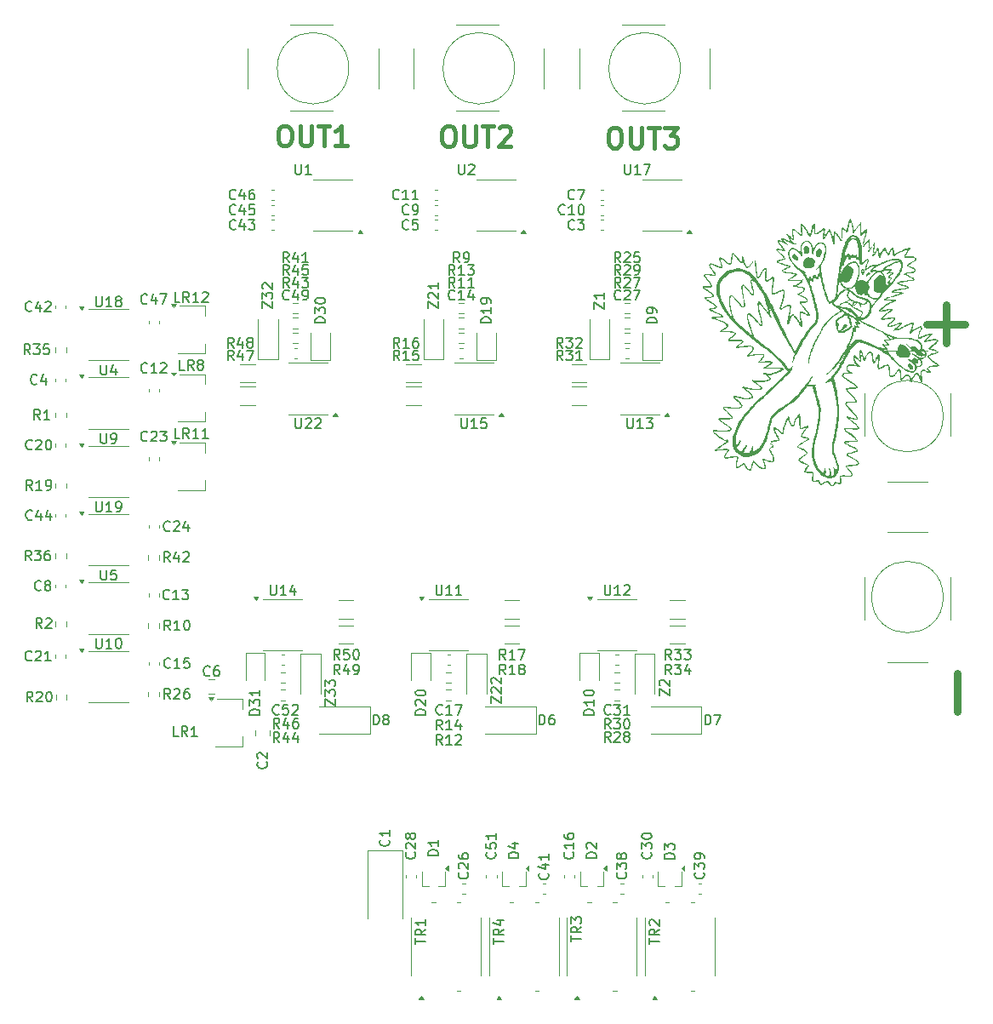
<source format=gbr>
G04 #@! TF.GenerationSoftware,KiCad,Pcbnew,9.0.0*
G04 #@! TF.CreationDate,2025-03-23T13:51:46-04:00*
G04 #@! TF.ProjectId,three_half_bridges,74687265-655f-4686-916c-665f62726964,rev?*
G04 #@! TF.SameCoordinates,Original*
G04 #@! TF.FileFunction,Legend,Top*
G04 #@! TF.FilePolarity,Positive*
%FSLAX46Y46*%
G04 Gerber Fmt 4.6, Leading zero omitted, Abs format (unit mm)*
G04 Created by KiCad (PCBNEW 9.0.0) date 2025-03-23 13:51:46*
%MOMM*%
%LPD*%
G01*
G04 APERTURE LIST*
%ADD10C,0.400000*%
%ADD11C,0.800000*%
%ADD12C,0.153000*%
%ADD13C,0.150000*%
%ADD14C,0.152000*%
%ADD15C,0.175000*%
%ADD16C,0.120000*%
%ADD17C,0.000000*%
G04 APERTURE END LIST*
D10*
X136247618Y-42104438D02*
X136628571Y-42104438D01*
X136628571Y-42104438D02*
X136819047Y-42199676D01*
X136819047Y-42199676D02*
X137009523Y-42390152D01*
X137009523Y-42390152D02*
X137104761Y-42771104D01*
X137104761Y-42771104D02*
X137104761Y-43437771D01*
X137104761Y-43437771D02*
X137009523Y-43818723D01*
X137009523Y-43818723D02*
X136819047Y-44009200D01*
X136819047Y-44009200D02*
X136628571Y-44104438D01*
X136628571Y-44104438D02*
X136247618Y-44104438D01*
X136247618Y-44104438D02*
X136057142Y-44009200D01*
X136057142Y-44009200D02*
X135866666Y-43818723D01*
X135866666Y-43818723D02*
X135771428Y-43437771D01*
X135771428Y-43437771D02*
X135771428Y-42771104D01*
X135771428Y-42771104D02*
X135866666Y-42390152D01*
X135866666Y-42390152D02*
X136057142Y-42199676D01*
X136057142Y-42199676D02*
X136247618Y-42104438D01*
X137961904Y-42104438D02*
X137961904Y-43723485D01*
X137961904Y-43723485D02*
X138057142Y-43913961D01*
X138057142Y-43913961D02*
X138152380Y-44009200D01*
X138152380Y-44009200D02*
X138342856Y-44104438D01*
X138342856Y-44104438D02*
X138723809Y-44104438D01*
X138723809Y-44104438D02*
X138914285Y-44009200D01*
X138914285Y-44009200D02*
X139009523Y-43913961D01*
X139009523Y-43913961D02*
X139104761Y-43723485D01*
X139104761Y-43723485D02*
X139104761Y-42104438D01*
X139771428Y-42104438D02*
X140914285Y-42104438D01*
X140342856Y-44104438D02*
X140342856Y-42104438D01*
X142628571Y-44104438D02*
X141485714Y-44104438D01*
X142057142Y-44104438D02*
X142057142Y-42104438D01*
X142057142Y-42104438D02*
X141866666Y-42390152D01*
X141866666Y-42390152D02*
X141676190Y-42580628D01*
X141676190Y-42580628D02*
X141485714Y-42675866D01*
X152547618Y-42154438D02*
X152928571Y-42154438D01*
X152928571Y-42154438D02*
X153119047Y-42249676D01*
X153119047Y-42249676D02*
X153309523Y-42440152D01*
X153309523Y-42440152D02*
X153404761Y-42821104D01*
X153404761Y-42821104D02*
X153404761Y-43487771D01*
X153404761Y-43487771D02*
X153309523Y-43868723D01*
X153309523Y-43868723D02*
X153119047Y-44059200D01*
X153119047Y-44059200D02*
X152928571Y-44154438D01*
X152928571Y-44154438D02*
X152547618Y-44154438D01*
X152547618Y-44154438D02*
X152357142Y-44059200D01*
X152357142Y-44059200D02*
X152166666Y-43868723D01*
X152166666Y-43868723D02*
X152071428Y-43487771D01*
X152071428Y-43487771D02*
X152071428Y-42821104D01*
X152071428Y-42821104D02*
X152166666Y-42440152D01*
X152166666Y-42440152D02*
X152357142Y-42249676D01*
X152357142Y-42249676D02*
X152547618Y-42154438D01*
X154261904Y-42154438D02*
X154261904Y-43773485D01*
X154261904Y-43773485D02*
X154357142Y-43963961D01*
X154357142Y-43963961D02*
X154452380Y-44059200D01*
X154452380Y-44059200D02*
X154642856Y-44154438D01*
X154642856Y-44154438D02*
X155023809Y-44154438D01*
X155023809Y-44154438D02*
X155214285Y-44059200D01*
X155214285Y-44059200D02*
X155309523Y-43963961D01*
X155309523Y-43963961D02*
X155404761Y-43773485D01*
X155404761Y-43773485D02*
X155404761Y-42154438D01*
X156071428Y-42154438D02*
X157214285Y-42154438D01*
X156642856Y-44154438D02*
X156642856Y-42154438D01*
X157785714Y-42344914D02*
X157880952Y-42249676D01*
X157880952Y-42249676D02*
X158071428Y-42154438D01*
X158071428Y-42154438D02*
X158547619Y-42154438D01*
X158547619Y-42154438D02*
X158738095Y-42249676D01*
X158738095Y-42249676D02*
X158833333Y-42344914D01*
X158833333Y-42344914D02*
X158928571Y-42535390D01*
X158928571Y-42535390D02*
X158928571Y-42725866D01*
X158928571Y-42725866D02*
X158833333Y-43011580D01*
X158833333Y-43011580D02*
X157690476Y-44154438D01*
X157690476Y-44154438D02*
X158928571Y-44154438D01*
D11*
X200345238Y-61866733D02*
X204154762Y-61866733D01*
X202250000Y-63771495D02*
X202250000Y-59961971D01*
X203366733Y-100404761D02*
X203366733Y-96595238D01*
D10*
X169097618Y-42304438D02*
X169478571Y-42304438D01*
X169478571Y-42304438D02*
X169669047Y-42399676D01*
X169669047Y-42399676D02*
X169859523Y-42590152D01*
X169859523Y-42590152D02*
X169954761Y-42971104D01*
X169954761Y-42971104D02*
X169954761Y-43637771D01*
X169954761Y-43637771D02*
X169859523Y-44018723D01*
X169859523Y-44018723D02*
X169669047Y-44209200D01*
X169669047Y-44209200D02*
X169478571Y-44304438D01*
X169478571Y-44304438D02*
X169097618Y-44304438D01*
X169097618Y-44304438D02*
X168907142Y-44209200D01*
X168907142Y-44209200D02*
X168716666Y-44018723D01*
X168716666Y-44018723D02*
X168621428Y-43637771D01*
X168621428Y-43637771D02*
X168621428Y-42971104D01*
X168621428Y-42971104D02*
X168716666Y-42590152D01*
X168716666Y-42590152D02*
X168907142Y-42399676D01*
X168907142Y-42399676D02*
X169097618Y-42304438D01*
X170811904Y-42304438D02*
X170811904Y-43923485D01*
X170811904Y-43923485D02*
X170907142Y-44113961D01*
X170907142Y-44113961D02*
X171002380Y-44209200D01*
X171002380Y-44209200D02*
X171192856Y-44304438D01*
X171192856Y-44304438D02*
X171573809Y-44304438D01*
X171573809Y-44304438D02*
X171764285Y-44209200D01*
X171764285Y-44209200D02*
X171859523Y-44113961D01*
X171859523Y-44113961D02*
X171954761Y-43923485D01*
X171954761Y-43923485D02*
X171954761Y-42304438D01*
X172621428Y-42304438D02*
X173764285Y-42304438D01*
X173192856Y-44304438D02*
X173192856Y-42304438D01*
X174240476Y-42304438D02*
X175478571Y-42304438D01*
X175478571Y-42304438D02*
X174811904Y-43066342D01*
X174811904Y-43066342D02*
X175097619Y-43066342D01*
X175097619Y-43066342D02*
X175288095Y-43161580D01*
X175288095Y-43161580D02*
X175383333Y-43256819D01*
X175383333Y-43256819D02*
X175478571Y-43447295D01*
X175478571Y-43447295D02*
X175478571Y-43923485D01*
X175478571Y-43923485D02*
X175383333Y-44113961D01*
X175383333Y-44113961D02*
X175288095Y-44209200D01*
X175288095Y-44209200D02*
X175097619Y-44304438D01*
X175097619Y-44304438D02*
X174526190Y-44304438D01*
X174526190Y-44304438D02*
X174335714Y-44209200D01*
X174335714Y-44209200D02*
X174240476Y-44113961D01*
D12*
X164107142Y-64204663D02*
X163773809Y-63728472D01*
X163535714Y-64204663D02*
X163535714Y-63204663D01*
X163535714Y-63204663D02*
X163916666Y-63204663D01*
X163916666Y-63204663D02*
X164011904Y-63252282D01*
X164011904Y-63252282D02*
X164059523Y-63299901D01*
X164059523Y-63299901D02*
X164107142Y-63395139D01*
X164107142Y-63395139D02*
X164107142Y-63537996D01*
X164107142Y-63537996D02*
X164059523Y-63633234D01*
X164059523Y-63633234D02*
X164011904Y-63680853D01*
X164011904Y-63680853D02*
X163916666Y-63728472D01*
X163916666Y-63728472D02*
X163535714Y-63728472D01*
X164440476Y-63204663D02*
X165059523Y-63204663D01*
X165059523Y-63204663D02*
X164726190Y-63585615D01*
X164726190Y-63585615D02*
X164869047Y-63585615D01*
X164869047Y-63585615D02*
X164964285Y-63633234D01*
X164964285Y-63633234D02*
X165011904Y-63680853D01*
X165011904Y-63680853D02*
X165059523Y-63776091D01*
X165059523Y-63776091D02*
X165059523Y-64014186D01*
X165059523Y-64014186D02*
X165011904Y-64109424D01*
X165011904Y-64109424D02*
X164964285Y-64157044D01*
X164964285Y-64157044D02*
X164869047Y-64204663D01*
X164869047Y-64204663D02*
X164583333Y-64204663D01*
X164583333Y-64204663D02*
X164488095Y-64157044D01*
X164488095Y-64157044D02*
X164440476Y-64109424D01*
X165440476Y-63299901D02*
X165488095Y-63252282D01*
X165488095Y-63252282D02*
X165583333Y-63204663D01*
X165583333Y-63204663D02*
X165821428Y-63204663D01*
X165821428Y-63204663D02*
X165916666Y-63252282D01*
X165916666Y-63252282D02*
X165964285Y-63299901D01*
X165964285Y-63299901D02*
X166011904Y-63395139D01*
X166011904Y-63395139D02*
X166011904Y-63490377D01*
X166011904Y-63490377D02*
X165964285Y-63633234D01*
X165964285Y-63633234D02*
X165392857Y-64204663D01*
X165392857Y-64204663D02*
X166011904Y-64204663D01*
X153357142Y-58204663D02*
X153023809Y-57728472D01*
X152785714Y-58204663D02*
X152785714Y-57204663D01*
X152785714Y-57204663D02*
X153166666Y-57204663D01*
X153166666Y-57204663D02*
X153261904Y-57252282D01*
X153261904Y-57252282D02*
X153309523Y-57299901D01*
X153309523Y-57299901D02*
X153357142Y-57395139D01*
X153357142Y-57395139D02*
X153357142Y-57537996D01*
X153357142Y-57537996D02*
X153309523Y-57633234D01*
X153309523Y-57633234D02*
X153261904Y-57680853D01*
X153261904Y-57680853D02*
X153166666Y-57728472D01*
X153166666Y-57728472D02*
X152785714Y-57728472D01*
X154309523Y-58204663D02*
X153738095Y-58204663D01*
X154023809Y-58204663D02*
X154023809Y-57204663D01*
X154023809Y-57204663D02*
X153928571Y-57347520D01*
X153928571Y-57347520D02*
X153833333Y-57442758D01*
X153833333Y-57442758D02*
X153738095Y-57490377D01*
X155261904Y-58204663D02*
X154690476Y-58204663D01*
X154976190Y-58204663D02*
X154976190Y-57204663D01*
X154976190Y-57204663D02*
X154880952Y-57347520D01*
X154880952Y-57347520D02*
X154785714Y-57442758D01*
X154785714Y-57442758D02*
X154690476Y-57490377D01*
D13*
X161761905Y-101704819D02*
X161761905Y-100704819D01*
X161761905Y-100704819D02*
X162000000Y-100704819D01*
X162000000Y-100704819D02*
X162142857Y-100752438D01*
X162142857Y-100752438D02*
X162238095Y-100847676D01*
X162238095Y-100847676D02*
X162285714Y-100942914D01*
X162285714Y-100942914D02*
X162333333Y-101133390D01*
X162333333Y-101133390D02*
X162333333Y-101276247D01*
X162333333Y-101276247D02*
X162285714Y-101466723D01*
X162285714Y-101466723D02*
X162238095Y-101561961D01*
X162238095Y-101561961D02*
X162142857Y-101657200D01*
X162142857Y-101657200D02*
X162000000Y-101704819D01*
X162000000Y-101704819D02*
X161761905Y-101704819D01*
X163190476Y-100704819D02*
X163000000Y-100704819D01*
X163000000Y-100704819D02*
X162904762Y-100752438D01*
X162904762Y-100752438D02*
X162857143Y-100800057D01*
X162857143Y-100800057D02*
X162761905Y-100942914D01*
X162761905Y-100942914D02*
X162714286Y-101133390D01*
X162714286Y-101133390D02*
X162714286Y-101514342D01*
X162714286Y-101514342D02*
X162761905Y-101609580D01*
X162761905Y-101609580D02*
X162809524Y-101657200D01*
X162809524Y-101657200D02*
X162904762Y-101704819D01*
X162904762Y-101704819D02*
X163095238Y-101704819D01*
X163095238Y-101704819D02*
X163190476Y-101657200D01*
X163190476Y-101657200D02*
X163238095Y-101609580D01*
X163238095Y-101609580D02*
X163285714Y-101514342D01*
X163285714Y-101514342D02*
X163285714Y-101276247D01*
X163285714Y-101276247D02*
X163238095Y-101181009D01*
X163238095Y-101181009D02*
X163190476Y-101133390D01*
X163190476Y-101133390D02*
X163095238Y-101085771D01*
X163095238Y-101085771D02*
X162904762Y-101085771D01*
X162904762Y-101085771D02*
X162809524Y-101133390D01*
X162809524Y-101133390D02*
X162761905Y-101181009D01*
X162761905Y-101181009D02*
X162714286Y-101276247D01*
X154609580Y-116392857D02*
X154657200Y-116440476D01*
X154657200Y-116440476D02*
X154704819Y-116583333D01*
X154704819Y-116583333D02*
X154704819Y-116678571D01*
X154704819Y-116678571D02*
X154657200Y-116821428D01*
X154657200Y-116821428D02*
X154561961Y-116916666D01*
X154561961Y-116916666D02*
X154466723Y-116964285D01*
X154466723Y-116964285D02*
X154276247Y-117011904D01*
X154276247Y-117011904D02*
X154133390Y-117011904D01*
X154133390Y-117011904D02*
X153942914Y-116964285D01*
X153942914Y-116964285D02*
X153847676Y-116916666D01*
X153847676Y-116916666D02*
X153752438Y-116821428D01*
X153752438Y-116821428D02*
X153704819Y-116678571D01*
X153704819Y-116678571D02*
X153704819Y-116583333D01*
X153704819Y-116583333D02*
X153752438Y-116440476D01*
X153752438Y-116440476D02*
X153800057Y-116392857D01*
X153800057Y-116011904D02*
X153752438Y-115964285D01*
X153752438Y-115964285D02*
X153704819Y-115869047D01*
X153704819Y-115869047D02*
X153704819Y-115630952D01*
X153704819Y-115630952D02*
X153752438Y-115535714D01*
X153752438Y-115535714D02*
X153800057Y-115488095D01*
X153800057Y-115488095D02*
X153895295Y-115440476D01*
X153895295Y-115440476D02*
X153990533Y-115440476D01*
X153990533Y-115440476D02*
X154133390Y-115488095D01*
X154133390Y-115488095D02*
X154704819Y-116059523D01*
X154704819Y-116059523D02*
X154704819Y-115440476D01*
X153704819Y-114583333D02*
X153704819Y-114773809D01*
X153704819Y-114773809D02*
X153752438Y-114869047D01*
X153752438Y-114869047D02*
X153800057Y-114916666D01*
X153800057Y-114916666D02*
X153942914Y-115011904D01*
X153942914Y-115011904D02*
X154133390Y-115059523D01*
X154133390Y-115059523D02*
X154514342Y-115059523D01*
X154514342Y-115059523D02*
X154609580Y-115011904D01*
X154609580Y-115011904D02*
X154657200Y-114964285D01*
X154657200Y-114964285D02*
X154704819Y-114869047D01*
X154704819Y-114869047D02*
X154704819Y-114678571D01*
X154704819Y-114678571D02*
X154657200Y-114583333D01*
X154657200Y-114583333D02*
X154609580Y-114535714D01*
X154609580Y-114535714D02*
X154514342Y-114488095D01*
X154514342Y-114488095D02*
X154276247Y-114488095D01*
X154276247Y-114488095D02*
X154181009Y-114535714D01*
X154181009Y-114535714D02*
X154133390Y-114583333D01*
X154133390Y-114583333D02*
X154085771Y-114678571D01*
X154085771Y-114678571D02*
X154085771Y-114869047D01*
X154085771Y-114869047D02*
X154133390Y-114964285D01*
X154133390Y-114964285D02*
X154181009Y-115011904D01*
X154181009Y-115011904D02*
X154276247Y-115059523D01*
X175204819Y-115038094D02*
X174204819Y-115038094D01*
X174204819Y-115038094D02*
X174204819Y-114799999D01*
X174204819Y-114799999D02*
X174252438Y-114657142D01*
X174252438Y-114657142D02*
X174347676Y-114561904D01*
X174347676Y-114561904D02*
X174442914Y-114514285D01*
X174442914Y-114514285D02*
X174633390Y-114466666D01*
X174633390Y-114466666D02*
X174776247Y-114466666D01*
X174776247Y-114466666D02*
X174966723Y-114514285D01*
X174966723Y-114514285D02*
X175061961Y-114561904D01*
X175061961Y-114561904D02*
X175157200Y-114657142D01*
X175157200Y-114657142D02*
X175204819Y-114799999D01*
X175204819Y-114799999D02*
X175204819Y-115038094D01*
X174204819Y-114133332D02*
X174204819Y-113514285D01*
X174204819Y-113514285D02*
X174585771Y-113847618D01*
X174585771Y-113847618D02*
X174585771Y-113704761D01*
X174585771Y-113704761D02*
X174633390Y-113609523D01*
X174633390Y-113609523D02*
X174681009Y-113561904D01*
X174681009Y-113561904D02*
X174776247Y-113514285D01*
X174776247Y-113514285D02*
X175014342Y-113514285D01*
X175014342Y-113514285D02*
X175109580Y-113561904D01*
X175109580Y-113561904D02*
X175157200Y-113609523D01*
X175157200Y-113609523D02*
X175204819Y-113704761D01*
X175204819Y-113704761D02*
X175204819Y-113990475D01*
X175204819Y-113990475D02*
X175157200Y-114085713D01*
X175157200Y-114085713D02*
X175109580Y-114133332D01*
D12*
X158410180Y-96704663D02*
X158076847Y-96228472D01*
X157838752Y-96704663D02*
X157838752Y-95704663D01*
X157838752Y-95704663D02*
X158219704Y-95704663D01*
X158219704Y-95704663D02*
X158314942Y-95752282D01*
X158314942Y-95752282D02*
X158362561Y-95799901D01*
X158362561Y-95799901D02*
X158410180Y-95895139D01*
X158410180Y-95895139D02*
X158410180Y-96037996D01*
X158410180Y-96037996D02*
X158362561Y-96133234D01*
X158362561Y-96133234D02*
X158314942Y-96180853D01*
X158314942Y-96180853D02*
X158219704Y-96228472D01*
X158219704Y-96228472D02*
X157838752Y-96228472D01*
X159362561Y-96704663D02*
X158791133Y-96704663D01*
X159076847Y-96704663D02*
X159076847Y-95704663D01*
X159076847Y-95704663D02*
X158981609Y-95847520D01*
X158981609Y-95847520D02*
X158886371Y-95942758D01*
X158886371Y-95942758D02*
X158791133Y-95990377D01*
X159933990Y-96133234D02*
X159838752Y-96085615D01*
X159838752Y-96085615D02*
X159791133Y-96037996D01*
X159791133Y-96037996D02*
X159743514Y-95942758D01*
X159743514Y-95942758D02*
X159743514Y-95895139D01*
X159743514Y-95895139D02*
X159791133Y-95799901D01*
X159791133Y-95799901D02*
X159838752Y-95752282D01*
X159838752Y-95752282D02*
X159933990Y-95704663D01*
X159933990Y-95704663D02*
X160124466Y-95704663D01*
X160124466Y-95704663D02*
X160219704Y-95752282D01*
X160219704Y-95752282D02*
X160267323Y-95799901D01*
X160267323Y-95799901D02*
X160314942Y-95895139D01*
X160314942Y-95895139D02*
X160314942Y-95942758D01*
X160314942Y-95942758D02*
X160267323Y-96037996D01*
X160267323Y-96037996D02*
X160219704Y-96085615D01*
X160219704Y-96085615D02*
X160124466Y-96133234D01*
X160124466Y-96133234D02*
X159933990Y-96133234D01*
X159933990Y-96133234D02*
X159838752Y-96180853D01*
X159838752Y-96180853D02*
X159791133Y-96228472D01*
X159791133Y-96228472D02*
X159743514Y-96323710D01*
X159743514Y-96323710D02*
X159743514Y-96514186D01*
X159743514Y-96514186D02*
X159791133Y-96609424D01*
X159791133Y-96609424D02*
X159838752Y-96657044D01*
X159838752Y-96657044D02*
X159933990Y-96704663D01*
X159933990Y-96704663D02*
X160124466Y-96704663D01*
X160124466Y-96704663D02*
X160219704Y-96657044D01*
X160219704Y-96657044D02*
X160267323Y-96609424D01*
X160267323Y-96609424D02*
X160314942Y-96514186D01*
X160314942Y-96514186D02*
X160314942Y-96323710D01*
X160314942Y-96323710D02*
X160267323Y-96228472D01*
X160267323Y-96228472D02*
X160219704Y-96180853D01*
X160219704Y-96180853D02*
X160124466Y-96133234D01*
X111783333Y-67759424D02*
X111735714Y-67807044D01*
X111735714Y-67807044D02*
X111592857Y-67854663D01*
X111592857Y-67854663D02*
X111497619Y-67854663D01*
X111497619Y-67854663D02*
X111354762Y-67807044D01*
X111354762Y-67807044D02*
X111259524Y-67711805D01*
X111259524Y-67711805D02*
X111211905Y-67616567D01*
X111211905Y-67616567D02*
X111164286Y-67426091D01*
X111164286Y-67426091D02*
X111164286Y-67283234D01*
X111164286Y-67283234D02*
X111211905Y-67092758D01*
X111211905Y-67092758D02*
X111259524Y-66997520D01*
X111259524Y-66997520D02*
X111354762Y-66902282D01*
X111354762Y-66902282D02*
X111497619Y-66854663D01*
X111497619Y-66854663D02*
X111592857Y-66854663D01*
X111592857Y-66854663D02*
X111735714Y-66902282D01*
X111735714Y-66902282D02*
X111783333Y-66949901D01*
X112640476Y-67187996D02*
X112640476Y-67854663D01*
X112402381Y-66807044D02*
X112164286Y-67521329D01*
X112164286Y-67521329D02*
X112783333Y-67521329D01*
D13*
X167204819Y-60309523D02*
X167204819Y-59642857D01*
X167204819Y-59642857D02*
X168204819Y-60309523D01*
X168204819Y-60309523D02*
X168204819Y-59642857D01*
X168204819Y-58738095D02*
X168204819Y-59309523D01*
X168204819Y-59023809D02*
X167204819Y-59023809D01*
X167204819Y-59023809D02*
X167347676Y-59119047D01*
X167347676Y-59119047D02*
X167442914Y-59214285D01*
X167442914Y-59214285D02*
X167490533Y-59309523D01*
X157204819Y-123511904D02*
X157204819Y-122940476D01*
X158204819Y-123226190D02*
X157204819Y-123226190D01*
X158204819Y-122035714D02*
X157728628Y-122369047D01*
X158204819Y-122607142D02*
X157204819Y-122607142D01*
X157204819Y-122607142D02*
X157204819Y-122226190D01*
X157204819Y-122226190D02*
X157252438Y-122130952D01*
X157252438Y-122130952D02*
X157300057Y-122083333D01*
X157300057Y-122083333D02*
X157395295Y-122035714D01*
X157395295Y-122035714D02*
X157538152Y-122035714D01*
X157538152Y-122035714D02*
X157633390Y-122083333D01*
X157633390Y-122083333D02*
X157681009Y-122130952D01*
X157681009Y-122130952D02*
X157728628Y-122226190D01*
X157728628Y-122226190D02*
X157728628Y-122607142D01*
X157538152Y-121178571D02*
X158204819Y-121178571D01*
X157157200Y-121416666D02*
X157871485Y-121654761D01*
X157871485Y-121654761D02*
X157871485Y-121035714D01*
X156954819Y-61714285D02*
X155954819Y-61714285D01*
X155954819Y-61714285D02*
X155954819Y-61476190D01*
X155954819Y-61476190D02*
X156002438Y-61333333D01*
X156002438Y-61333333D02*
X156097676Y-61238095D01*
X156097676Y-61238095D02*
X156192914Y-61190476D01*
X156192914Y-61190476D02*
X156383390Y-61142857D01*
X156383390Y-61142857D02*
X156526247Y-61142857D01*
X156526247Y-61142857D02*
X156716723Y-61190476D01*
X156716723Y-61190476D02*
X156811961Y-61238095D01*
X156811961Y-61238095D02*
X156907200Y-61333333D01*
X156907200Y-61333333D02*
X156954819Y-61476190D01*
X156954819Y-61476190D02*
X156954819Y-61714285D01*
X156954819Y-60190476D02*
X156954819Y-60761904D01*
X156954819Y-60476190D02*
X155954819Y-60476190D01*
X155954819Y-60476190D02*
X156097676Y-60571428D01*
X156097676Y-60571428D02*
X156192914Y-60666666D01*
X156192914Y-60666666D02*
X156240533Y-60761904D01*
X156954819Y-59714285D02*
X156954819Y-59523809D01*
X156954819Y-59523809D02*
X156907200Y-59428571D01*
X156907200Y-59428571D02*
X156859580Y-59380952D01*
X156859580Y-59380952D02*
X156716723Y-59285714D01*
X156716723Y-59285714D02*
X156526247Y-59238095D01*
X156526247Y-59238095D02*
X156145295Y-59238095D01*
X156145295Y-59238095D02*
X156050057Y-59285714D01*
X156050057Y-59285714D02*
X156002438Y-59333333D01*
X156002438Y-59333333D02*
X155954819Y-59428571D01*
X155954819Y-59428571D02*
X155954819Y-59619047D01*
X155954819Y-59619047D02*
X156002438Y-59714285D01*
X156002438Y-59714285D02*
X156050057Y-59761904D01*
X156050057Y-59761904D02*
X156145295Y-59809523D01*
X156145295Y-59809523D02*
X156383390Y-59809523D01*
X156383390Y-59809523D02*
X156478628Y-59761904D01*
X156478628Y-59761904D02*
X156526247Y-59714285D01*
X156526247Y-59714285D02*
X156573866Y-59619047D01*
X156573866Y-59619047D02*
X156573866Y-59428571D01*
X156573866Y-59428571D02*
X156526247Y-59333333D01*
X156526247Y-59333333D02*
X156478628Y-59285714D01*
X156478628Y-59285714D02*
X156383390Y-59238095D01*
X172704819Y-123511904D02*
X172704819Y-122940476D01*
X173704819Y-123226190D02*
X172704819Y-123226190D01*
X173704819Y-122035714D02*
X173228628Y-122369047D01*
X173704819Y-122607142D02*
X172704819Y-122607142D01*
X172704819Y-122607142D02*
X172704819Y-122226190D01*
X172704819Y-122226190D02*
X172752438Y-122130952D01*
X172752438Y-122130952D02*
X172800057Y-122083333D01*
X172800057Y-122083333D02*
X172895295Y-122035714D01*
X172895295Y-122035714D02*
X173038152Y-122035714D01*
X173038152Y-122035714D02*
X173133390Y-122083333D01*
X173133390Y-122083333D02*
X173181009Y-122130952D01*
X173181009Y-122130952D02*
X173228628Y-122226190D01*
X173228628Y-122226190D02*
X173228628Y-122607142D01*
X172800057Y-121654761D02*
X172752438Y-121607142D01*
X172752438Y-121607142D02*
X172704819Y-121511904D01*
X172704819Y-121511904D02*
X172704819Y-121273809D01*
X172704819Y-121273809D02*
X172752438Y-121178571D01*
X172752438Y-121178571D02*
X172800057Y-121130952D01*
X172800057Y-121130952D02*
X172895295Y-121083333D01*
X172895295Y-121083333D02*
X172990533Y-121083333D01*
X172990533Y-121083333D02*
X173133390Y-121130952D01*
X173133390Y-121130952D02*
X173704819Y-121702380D01*
X173704819Y-121702380D02*
X173704819Y-121083333D01*
D12*
X136857142Y-59359424D02*
X136809523Y-59407044D01*
X136809523Y-59407044D02*
X136666666Y-59454663D01*
X136666666Y-59454663D02*
X136571428Y-59454663D01*
X136571428Y-59454663D02*
X136428571Y-59407044D01*
X136428571Y-59407044D02*
X136333333Y-59311805D01*
X136333333Y-59311805D02*
X136285714Y-59216567D01*
X136285714Y-59216567D02*
X136238095Y-59026091D01*
X136238095Y-59026091D02*
X136238095Y-58883234D01*
X136238095Y-58883234D02*
X136285714Y-58692758D01*
X136285714Y-58692758D02*
X136333333Y-58597520D01*
X136333333Y-58597520D02*
X136428571Y-58502282D01*
X136428571Y-58502282D02*
X136571428Y-58454663D01*
X136571428Y-58454663D02*
X136666666Y-58454663D01*
X136666666Y-58454663D02*
X136809523Y-58502282D01*
X136809523Y-58502282D02*
X136857142Y-58549901D01*
X137714285Y-58787996D02*
X137714285Y-59454663D01*
X137476190Y-58407044D02*
X137238095Y-59121329D01*
X137238095Y-59121329D02*
X137857142Y-59121329D01*
X138285714Y-59454663D02*
X138476190Y-59454663D01*
X138476190Y-59454663D02*
X138571428Y-59407044D01*
X138571428Y-59407044D02*
X138619047Y-59359424D01*
X138619047Y-59359424D02*
X138714285Y-59216567D01*
X138714285Y-59216567D02*
X138761904Y-59026091D01*
X138761904Y-59026091D02*
X138761904Y-58645139D01*
X138761904Y-58645139D02*
X138714285Y-58549901D01*
X138714285Y-58549901D02*
X138666666Y-58502282D01*
X138666666Y-58502282D02*
X138571428Y-58454663D01*
X138571428Y-58454663D02*
X138380952Y-58454663D01*
X138380952Y-58454663D02*
X138285714Y-58502282D01*
X138285714Y-58502282D02*
X138238095Y-58549901D01*
X138238095Y-58549901D02*
X138190476Y-58645139D01*
X138190476Y-58645139D02*
X138190476Y-58883234D01*
X138190476Y-58883234D02*
X138238095Y-58978472D01*
X138238095Y-58978472D02*
X138285714Y-59026091D01*
X138285714Y-59026091D02*
X138380952Y-59073710D01*
X138380952Y-59073710D02*
X138571428Y-59073710D01*
X138571428Y-59073710D02*
X138666666Y-59026091D01*
X138666666Y-59026091D02*
X138714285Y-58978472D01*
X138714285Y-58978472D02*
X138761904Y-58883234D01*
D13*
X146784580Y-113151891D02*
X146832200Y-113199510D01*
X146832200Y-113199510D02*
X146879819Y-113342367D01*
X146879819Y-113342367D02*
X146879819Y-113437605D01*
X146879819Y-113437605D02*
X146832200Y-113580462D01*
X146832200Y-113580462D02*
X146736961Y-113675700D01*
X146736961Y-113675700D02*
X146641723Y-113723319D01*
X146641723Y-113723319D02*
X146451247Y-113770938D01*
X146451247Y-113770938D02*
X146308390Y-113770938D01*
X146308390Y-113770938D02*
X146117914Y-113723319D01*
X146117914Y-113723319D02*
X146022676Y-113675700D01*
X146022676Y-113675700D02*
X145927438Y-113580462D01*
X145927438Y-113580462D02*
X145879819Y-113437605D01*
X145879819Y-113437605D02*
X145879819Y-113342367D01*
X145879819Y-113342367D02*
X145927438Y-113199510D01*
X145927438Y-113199510D02*
X145975057Y-113151891D01*
X146879819Y-112199510D02*
X146879819Y-112770938D01*
X146879819Y-112485224D02*
X145879819Y-112485224D01*
X145879819Y-112485224D02*
X146022676Y-112580462D01*
X146022676Y-112580462D02*
X146117914Y-112675700D01*
X146117914Y-112675700D02*
X146165533Y-112770938D01*
D12*
X168857142Y-103404663D02*
X168523809Y-102928472D01*
X168285714Y-103404663D02*
X168285714Y-102404663D01*
X168285714Y-102404663D02*
X168666666Y-102404663D01*
X168666666Y-102404663D02*
X168761904Y-102452282D01*
X168761904Y-102452282D02*
X168809523Y-102499901D01*
X168809523Y-102499901D02*
X168857142Y-102595139D01*
X168857142Y-102595139D02*
X168857142Y-102737996D01*
X168857142Y-102737996D02*
X168809523Y-102833234D01*
X168809523Y-102833234D02*
X168761904Y-102880853D01*
X168761904Y-102880853D02*
X168666666Y-102928472D01*
X168666666Y-102928472D02*
X168285714Y-102928472D01*
X169238095Y-102499901D02*
X169285714Y-102452282D01*
X169285714Y-102452282D02*
X169380952Y-102404663D01*
X169380952Y-102404663D02*
X169619047Y-102404663D01*
X169619047Y-102404663D02*
X169714285Y-102452282D01*
X169714285Y-102452282D02*
X169761904Y-102499901D01*
X169761904Y-102499901D02*
X169809523Y-102595139D01*
X169809523Y-102595139D02*
X169809523Y-102690377D01*
X169809523Y-102690377D02*
X169761904Y-102833234D01*
X169761904Y-102833234D02*
X169190476Y-103404663D01*
X169190476Y-103404663D02*
X169809523Y-103404663D01*
X170380952Y-102833234D02*
X170285714Y-102785615D01*
X170285714Y-102785615D02*
X170238095Y-102737996D01*
X170238095Y-102737996D02*
X170190476Y-102642758D01*
X170190476Y-102642758D02*
X170190476Y-102595139D01*
X170190476Y-102595139D02*
X170238095Y-102499901D01*
X170238095Y-102499901D02*
X170285714Y-102452282D01*
X170285714Y-102452282D02*
X170380952Y-102404663D01*
X170380952Y-102404663D02*
X170571428Y-102404663D01*
X170571428Y-102404663D02*
X170666666Y-102452282D01*
X170666666Y-102452282D02*
X170714285Y-102499901D01*
X170714285Y-102499901D02*
X170761904Y-102595139D01*
X170761904Y-102595139D02*
X170761904Y-102642758D01*
X170761904Y-102642758D02*
X170714285Y-102737996D01*
X170714285Y-102737996D02*
X170666666Y-102785615D01*
X170666666Y-102785615D02*
X170571428Y-102833234D01*
X170571428Y-102833234D02*
X170380952Y-102833234D01*
X170380952Y-102833234D02*
X170285714Y-102880853D01*
X170285714Y-102880853D02*
X170238095Y-102928472D01*
X170238095Y-102928472D02*
X170190476Y-103023710D01*
X170190476Y-103023710D02*
X170190476Y-103214186D01*
X170190476Y-103214186D02*
X170238095Y-103309424D01*
X170238095Y-103309424D02*
X170285714Y-103357044D01*
X170285714Y-103357044D02*
X170380952Y-103404663D01*
X170380952Y-103404663D02*
X170571428Y-103404663D01*
X170571428Y-103404663D02*
X170666666Y-103357044D01*
X170666666Y-103357044D02*
X170714285Y-103309424D01*
X170714285Y-103309424D02*
X170761904Y-103214186D01*
X170761904Y-103214186D02*
X170761904Y-103023710D01*
X170761904Y-103023710D02*
X170714285Y-102928472D01*
X170714285Y-102928472D02*
X170666666Y-102880853D01*
X170666666Y-102880853D02*
X170571428Y-102833234D01*
X153357142Y-59359424D02*
X153309523Y-59407044D01*
X153309523Y-59407044D02*
X153166666Y-59454663D01*
X153166666Y-59454663D02*
X153071428Y-59454663D01*
X153071428Y-59454663D02*
X152928571Y-59407044D01*
X152928571Y-59407044D02*
X152833333Y-59311805D01*
X152833333Y-59311805D02*
X152785714Y-59216567D01*
X152785714Y-59216567D02*
X152738095Y-59026091D01*
X152738095Y-59026091D02*
X152738095Y-58883234D01*
X152738095Y-58883234D02*
X152785714Y-58692758D01*
X152785714Y-58692758D02*
X152833333Y-58597520D01*
X152833333Y-58597520D02*
X152928571Y-58502282D01*
X152928571Y-58502282D02*
X153071428Y-58454663D01*
X153071428Y-58454663D02*
X153166666Y-58454663D01*
X153166666Y-58454663D02*
X153309523Y-58502282D01*
X153309523Y-58502282D02*
X153357142Y-58549901D01*
X154309523Y-59454663D02*
X153738095Y-59454663D01*
X154023809Y-59454663D02*
X154023809Y-58454663D01*
X154023809Y-58454663D02*
X153928571Y-58597520D01*
X153928571Y-58597520D02*
X153833333Y-58692758D01*
X153833333Y-58692758D02*
X153738095Y-58740377D01*
X155166666Y-58787996D02*
X155166666Y-59454663D01*
X154928571Y-58407044D02*
X154690476Y-59121329D01*
X154690476Y-59121329D02*
X155309523Y-59121329D01*
X165256485Y-52359424D02*
X165208866Y-52407044D01*
X165208866Y-52407044D02*
X165066009Y-52454663D01*
X165066009Y-52454663D02*
X164970771Y-52454663D01*
X164970771Y-52454663D02*
X164827914Y-52407044D01*
X164827914Y-52407044D02*
X164732676Y-52311805D01*
X164732676Y-52311805D02*
X164685057Y-52216567D01*
X164685057Y-52216567D02*
X164637438Y-52026091D01*
X164637438Y-52026091D02*
X164637438Y-51883234D01*
X164637438Y-51883234D02*
X164685057Y-51692758D01*
X164685057Y-51692758D02*
X164732676Y-51597520D01*
X164732676Y-51597520D02*
X164827914Y-51502282D01*
X164827914Y-51502282D02*
X164970771Y-51454663D01*
X164970771Y-51454663D02*
X165066009Y-51454663D01*
X165066009Y-51454663D02*
X165208866Y-51502282D01*
X165208866Y-51502282D02*
X165256485Y-51549901D01*
X165589819Y-51454663D02*
X166208866Y-51454663D01*
X166208866Y-51454663D02*
X165875533Y-51835615D01*
X165875533Y-51835615D02*
X166018390Y-51835615D01*
X166018390Y-51835615D02*
X166113628Y-51883234D01*
X166113628Y-51883234D02*
X166161247Y-51930853D01*
X166161247Y-51930853D02*
X166208866Y-52026091D01*
X166208866Y-52026091D02*
X166208866Y-52264186D01*
X166208866Y-52264186D02*
X166161247Y-52359424D01*
X166161247Y-52359424D02*
X166113628Y-52407044D01*
X166113628Y-52407044D02*
X166018390Y-52454663D01*
X166018390Y-52454663D02*
X165732676Y-52454663D01*
X165732676Y-52454663D02*
X165637438Y-52407044D01*
X165637438Y-52407044D02*
X165589819Y-52359424D01*
D13*
X140454819Y-99785713D02*
X140454819Y-99119047D01*
X140454819Y-99119047D02*
X141454819Y-99785713D01*
X141454819Y-99785713D02*
X141454819Y-99119047D01*
X140454819Y-98833332D02*
X140454819Y-98214285D01*
X140454819Y-98214285D02*
X140835771Y-98547618D01*
X140835771Y-98547618D02*
X140835771Y-98404761D01*
X140835771Y-98404761D02*
X140883390Y-98309523D01*
X140883390Y-98309523D02*
X140931009Y-98261904D01*
X140931009Y-98261904D02*
X141026247Y-98214285D01*
X141026247Y-98214285D02*
X141264342Y-98214285D01*
X141264342Y-98214285D02*
X141359580Y-98261904D01*
X141359580Y-98261904D02*
X141407200Y-98309523D01*
X141407200Y-98309523D02*
X141454819Y-98404761D01*
X141454819Y-98404761D02*
X141454819Y-98690475D01*
X141454819Y-98690475D02*
X141407200Y-98785713D01*
X141407200Y-98785713D02*
X141359580Y-98833332D01*
X140454819Y-97880951D02*
X140454819Y-97261904D01*
X140454819Y-97261904D02*
X140835771Y-97595237D01*
X140835771Y-97595237D02*
X140835771Y-97452380D01*
X140835771Y-97452380D02*
X140883390Y-97357142D01*
X140883390Y-97357142D02*
X140931009Y-97309523D01*
X140931009Y-97309523D02*
X141026247Y-97261904D01*
X141026247Y-97261904D02*
X141264342Y-97261904D01*
X141264342Y-97261904D02*
X141359580Y-97309523D01*
X141359580Y-97309523D02*
X141407200Y-97357142D01*
X141407200Y-97357142D02*
X141454819Y-97452380D01*
X141454819Y-97452380D02*
X141454819Y-97738094D01*
X141454819Y-97738094D02*
X141407200Y-97833332D01*
X141407200Y-97833332D02*
X141359580Y-97880951D01*
X173704819Y-98809523D02*
X173704819Y-98142857D01*
X173704819Y-98142857D02*
X174704819Y-98809523D01*
X174704819Y-98809523D02*
X174704819Y-98142857D01*
X173800057Y-97809523D02*
X173752438Y-97761904D01*
X173752438Y-97761904D02*
X173704819Y-97666666D01*
X173704819Y-97666666D02*
X173704819Y-97428571D01*
X173704819Y-97428571D02*
X173752438Y-97333333D01*
X173752438Y-97333333D02*
X173800057Y-97285714D01*
X173800057Y-97285714D02*
X173895295Y-97238095D01*
X173895295Y-97238095D02*
X173990533Y-97238095D01*
X173990533Y-97238095D02*
X174133390Y-97285714D01*
X174133390Y-97285714D02*
X174704819Y-97857142D01*
X174704819Y-97857142D02*
X174704819Y-97238095D01*
D12*
X152107142Y-103704663D02*
X151773809Y-103228472D01*
X151535714Y-103704663D02*
X151535714Y-102704663D01*
X151535714Y-102704663D02*
X151916666Y-102704663D01*
X151916666Y-102704663D02*
X152011904Y-102752282D01*
X152011904Y-102752282D02*
X152059523Y-102799901D01*
X152059523Y-102799901D02*
X152107142Y-102895139D01*
X152107142Y-102895139D02*
X152107142Y-103037996D01*
X152107142Y-103037996D02*
X152059523Y-103133234D01*
X152059523Y-103133234D02*
X152011904Y-103180853D01*
X152011904Y-103180853D02*
X151916666Y-103228472D01*
X151916666Y-103228472D02*
X151535714Y-103228472D01*
X153059523Y-103704663D02*
X152488095Y-103704663D01*
X152773809Y-103704663D02*
X152773809Y-102704663D01*
X152773809Y-102704663D02*
X152678571Y-102847520D01*
X152678571Y-102847520D02*
X152583333Y-102942758D01*
X152583333Y-102942758D02*
X152488095Y-102990377D01*
X153440476Y-102799901D02*
X153488095Y-102752282D01*
X153488095Y-102752282D02*
X153583333Y-102704663D01*
X153583333Y-102704663D02*
X153821428Y-102704663D01*
X153821428Y-102704663D02*
X153916666Y-102752282D01*
X153916666Y-102752282D02*
X153964285Y-102799901D01*
X153964285Y-102799901D02*
X154011904Y-102895139D01*
X154011904Y-102895139D02*
X154011904Y-102990377D01*
X154011904Y-102990377D02*
X153964285Y-103133234D01*
X153964285Y-103133234D02*
X153392857Y-103704663D01*
X153392857Y-103704663D02*
X154011904Y-103704663D01*
X153357142Y-56954663D02*
X153023809Y-56478472D01*
X152785714Y-56954663D02*
X152785714Y-55954663D01*
X152785714Y-55954663D02*
X153166666Y-55954663D01*
X153166666Y-55954663D02*
X153261904Y-56002282D01*
X153261904Y-56002282D02*
X153309523Y-56049901D01*
X153309523Y-56049901D02*
X153357142Y-56145139D01*
X153357142Y-56145139D02*
X153357142Y-56287996D01*
X153357142Y-56287996D02*
X153309523Y-56383234D01*
X153309523Y-56383234D02*
X153261904Y-56430853D01*
X153261904Y-56430853D02*
X153166666Y-56478472D01*
X153166666Y-56478472D02*
X152785714Y-56478472D01*
X154309523Y-56954663D02*
X153738095Y-56954663D01*
X154023809Y-56954663D02*
X154023809Y-55954663D01*
X154023809Y-55954663D02*
X153928571Y-56097520D01*
X153928571Y-56097520D02*
X153833333Y-56192758D01*
X153833333Y-56192758D02*
X153738095Y-56240377D01*
X154642857Y-55954663D02*
X155261904Y-55954663D01*
X155261904Y-55954663D02*
X154928571Y-56335615D01*
X154928571Y-56335615D02*
X155071428Y-56335615D01*
X155071428Y-56335615D02*
X155166666Y-56383234D01*
X155166666Y-56383234D02*
X155214285Y-56430853D01*
X155214285Y-56430853D02*
X155261904Y-56526091D01*
X155261904Y-56526091D02*
X155261904Y-56764186D01*
X155261904Y-56764186D02*
X155214285Y-56859424D01*
X155214285Y-56859424D02*
X155166666Y-56907044D01*
X155166666Y-56907044D02*
X155071428Y-56954663D01*
X155071428Y-56954663D02*
X154785714Y-56954663D01*
X154785714Y-56954663D02*
X154690476Y-56907044D01*
X154690476Y-56907044D02*
X154642857Y-56859424D01*
X112106485Y-71354663D02*
X111773152Y-70878472D01*
X111535057Y-71354663D02*
X111535057Y-70354663D01*
X111535057Y-70354663D02*
X111916009Y-70354663D01*
X111916009Y-70354663D02*
X112011247Y-70402282D01*
X112011247Y-70402282D02*
X112058866Y-70449901D01*
X112058866Y-70449901D02*
X112106485Y-70545139D01*
X112106485Y-70545139D02*
X112106485Y-70687996D01*
X112106485Y-70687996D02*
X112058866Y-70783234D01*
X112058866Y-70783234D02*
X112011247Y-70830853D01*
X112011247Y-70830853D02*
X111916009Y-70878472D01*
X111916009Y-70878472D02*
X111535057Y-70878472D01*
X113058866Y-71354663D02*
X112487438Y-71354663D01*
X112773152Y-71354663D02*
X112773152Y-70354663D01*
X112773152Y-70354663D02*
X112677914Y-70497520D01*
X112677914Y-70497520D02*
X112582676Y-70592758D01*
X112582676Y-70592758D02*
X112487438Y-70640377D01*
D13*
X134609580Y-105416666D02*
X134657200Y-105464285D01*
X134657200Y-105464285D02*
X134704819Y-105607142D01*
X134704819Y-105607142D02*
X134704819Y-105702380D01*
X134704819Y-105702380D02*
X134657200Y-105845237D01*
X134657200Y-105845237D02*
X134561961Y-105940475D01*
X134561961Y-105940475D02*
X134466723Y-105988094D01*
X134466723Y-105988094D02*
X134276247Y-106035713D01*
X134276247Y-106035713D02*
X134133390Y-106035713D01*
X134133390Y-106035713D02*
X133942914Y-105988094D01*
X133942914Y-105988094D02*
X133847676Y-105940475D01*
X133847676Y-105940475D02*
X133752438Y-105845237D01*
X133752438Y-105845237D02*
X133704819Y-105702380D01*
X133704819Y-105702380D02*
X133704819Y-105607142D01*
X133704819Y-105607142D02*
X133752438Y-105464285D01*
X133752438Y-105464285D02*
X133800057Y-105416666D01*
X133800057Y-105035713D02*
X133752438Y-104988094D01*
X133752438Y-104988094D02*
X133704819Y-104892856D01*
X133704819Y-104892856D02*
X133704819Y-104654761D01*
X133704819Y-104654761D02*
X133752438Y-104559523D01*
X133752438Y-104559523D02*
X133800057Y-104511904D01*
X133800057Y-104511904D02*
X133895295Y-104464285D01*
X133895295Y-104464285D02*
X133990533Y-104464285D01*
X133990533Y-104464285D02*
X134133390Y-104511904D01*
X134133390Y-104511904D02*
X134704819Y-105083332D01*
X134704819Y-105083332D02*
X134704819Y-104464285D01*
X172859580Y-114392857D02*
X172907200Y-114440476D01*
X172907200Y-114440476D02*
X172954819Y-114583333D01*
X172954819Y-114583333D02*
X172954819Y-114678571D01*
X172954819Y-114678571D02*
X172907200Y-114821428D01*
X172907200Y-114821428D02*
X172811961Y-114916666D01*
X172811961Y-114916666D02*
X172716723Y-114964285D01*
X172716723Y-114964285D02*
X172526247Y-115011904D01*
X172526247Y-115011904D02*
X172383390Y-115011904D01*
X172383390Y-115011904D02*
X172192914Y-114964285D01*
X172192914Y-114964285D02*
X172097676Y-114916666D01*
X172097676Y-114916666D02*
X172002438Y-114821428D01*
X172002438Y-114821428D02*
X171954819Y-114678571D01*
X171954819Y-114678571D02*
X171954819Y-114583333D01*
X171954819Y-114583333D02*
X172002438Y-114440476D01*
X172002438Y-114440476D02*
X172050057Y-114392857D01*
X171954819Y-114059523D02*
X171954819Y-113440476D01*
X171954819Y-113440476D02*
X172335771Y-113773809D01*
X172335771Y-113773809D02*
X172335771Y-113630952D01*
X172335771Y-113630952D02*
X172383390Y-113535714D01*
X172383390Y-113535714D02*
X172431009Y-113488095D01*
X172431009Y-113488095D02*
X172526247Y-113440476D01*
X172526247Y-113440476D02*
X172764342Y-113440476D01*
X172764342Y-113440476D02*
X172859580Y-113488095D01*
X172859580Y-113488095D02*
X172907200Y-113535714D01*
X172907200Y-113535714D02*
X172954819Y-113630952D01*
X172954819Y-113630952D02*
X172954819Y-113916666D01*
X172954819Y-113916666D02*
X172907200Y-114011904D01*
X172907200Y-114011904D02*
X172859580Y-114059523D01*
X171954819Y-112821428D02*
X171954819Y-112726190D01*
X171954819Y-112726190D02*
X172002438Y-112630952D01*
X172002438Y-112630952D02*
X172050057Y-112583333D01*
X172050057Y-112583333D02*
X172145295Y-112535714D01*
X172145295Y-112535714D02*
X172335771Y-112488095D01*
X172335771Y-112488095D02*
X172573866Y-112488095D01*
X172573866Y-112488095D02*
X172764342Y-112535714D01*
X172764342Y-112535714D02*
X172859580Y-112583333D01*
X172859580Y-112583333D02*
X172907200Y-112630952D01*
X172907200Y-112630952D02*
X172954819Y-112726190D01*
X172954819Y-112726190D02*
X172954819Y-112821428D01*
X172954819Y-112821428D02*
X172907200Y-112916666D01*
X172907200Y-112916666D02*
X172859580Y-112964285D01*
X172859580Y-112964285D02*
X172764342Y-113011904D01*
X172764342Y-113011904D02*
X172573866Y-113059523D01*
X172573866Y-113059523D02*
X172335771Y-113059523D01*
X172335771Y-113059523D02*
X172145295Y-113011904D01*
X172145295Y-113011904D02*
X172050057Y-112964285D01*
X172050057Y-112964285D02*
X172002438Y-112916666D01*
X172002438Y-112916666D02*
X171954819Y-112821428D01*
D12*
X147857142Y-64204663D02*
X147523809Y-63728472D01*
X147285714Y-64204663D02*
X147285714Y-63204663D01*
X147285714Y-63204663D02*
X147666666Y-63204663D01*
X147666666Y-63204663D02*
X147761904Y-63252282D01*
X147761904Y-63252282D02*
X147809523Y-63299901D01*
X147809523Y-63299901D02*
X147857142Y-63395139D01*
X147857142Y-63395139D02*
X147857142Y-63537996D01*
X147857142Y-63537996D02*
X147809523Y-63633234D01*
X147809523Y-63633234D02*
X147761904Y-63680853D01*
X147761904Y-63680853D02*
X147666666Y-63728472D01*
X147666666Y-63728472D02*
X147285714Y-63728472D01*
X148809523Y-64204663D02*
X148238095Y-64204663D01*
X148523809Y-64204663D02*
X148523809Y-63204663D01*
X148523809Y-63204663D02*
X148428571Y-63347520D01*
X148428571Y-63347520D02*
X148333333Y-63442758D01*
X148333333Y-63442758D02*
X148238095Y-63490377D01*
X149666666Y-63204663D02*
X149476190Y-63204663D01*
X149476190Y-63204663D02*
X149380952Y-63252282D01*
X149380952Y-63252282D02*
X149333333Y-63299901D01*
X149333333Y-63299901D02*
X149238095Y-63442758D01*
X149238095Y-63442758D02*
X149190476Y-63633234D01*
X149190476Y-63633234D02*
X149190476Y-64014186D01*
X149190476Y-64014186D02*
X149238095Y-64109424D01*
X149238095Y-64109424D02*
X149285714Y-64157044D01*
X149285714Y-64157044D02*
X149380952Y-64204663D01*
X149380952Y-64204663D02*
X149571428Y-64204663D01*
X149571428Y-64204663D02*
X149666666Y-64157044D01*
X149666666Y-64157044D02*
X149714285Y-64109424D01*
X149714285Y-64109424D02*
X149761904Y-64014186D01*
X149761904Y-64014186D02*
X149761904Y-63776091D01*
X149761904Y-63776091D02*
X149714285Y-63680853D01*
X149714285Y-63680853D02*
X149666666Y-63633234D01*
X149666666Y-63633234D02*
X149571428Y-63585615D01*
X149571428Y-63585615D02*
X149380952Y-63585615D01*
X149380952Y-63585615D02*
X149285714Y-63633234D01*
X149285714Y-63633234D02*
X149238095Y-63680853D01*
X149238095Y-63680853D02*
X149190476Y-63776091D01*
X124954104Y-89159424D02*
X124906485Y-89207044D01*
X124906485Y-89207044D02*
X124763628Y-89254663D01*
X124763628Y-89254663D02*
X124668390Y-89254663D01*
X124668390Y-89254663D02*
X124525533Y-89207044D01*
X124525533Y-89207044D02*
X124430295Y-89111805D01*
X124430295Y-89111805D02*
X124382676Y-89016567D01*
X124382676Y-89016567D02*
X124335057Y-88826091D01*
X124335057Y-88826091D02*
X124335057Y-88683234D01*
X124335057Y-88683234D02*
X124382676Y-88492758D01*
X124382676Y-88492758D02*
X124430295Y-88397520D01*
X124430295Y-88397520D02*
X124525533Y-88302282D01*
X124525533Y-88302282D02*
X124668390Y-88254663D01*
X124668390Y-88254663D02*
X124763628Y-88254663D01*
X124763628Y-88254663D02*
X124906485Y-88302282D01*
X124906485Y-88302282D02*
X124954104Y-88349901D01*
X125906485Y-89254663D02*
X125335057Y-89254663D01*
X125620771Y-89254663D02*
X125620771Y-88254663D01*
X125620771Y-88254663D02*
X125525533Y-88397520D01*
X125525533Y-88397520D02*
X125430295Y-88492758D01*
X125430295Y-88492758D02*
X125335057Y-88540377D01*
X126239819Y-88254663D02*
X126858866Y-88254663D01*
X126858866Y-88254663D02*
X126525533Y-88635615D01*
X126525533Y-88635615D02*
X126668390Y-88635615D01*
X126668390Y-88635615D02*
X126763628Y-88683234D01*
X126763628Y-88683234D02*
X126811247Y-88730853D01*
X126811247Y-88730853D02*
X126858866Y-88826091D01*
X126858866Y-88826091D02*
X126858866Y-89064186D01*
X126858866Y-89064186D02*
X126811247Y-89159424D01*
X126811247Y-89159424D02*
X126763628Y-89207044D01*
X126763628Y-89207044D02*
X126668390Y-89254663D01*
X126668390Y-89254663D02*
X126382676Y-89254663D01*
X126382676Y-89254663D02*
X126287438Y-89207044D01*
X126287438Y-89207044D02*
X126239819Y-89159424D01*
X111357142Y-99404663D02*
X111023809Y-98928472D01*
X110785714Y-99404663D02*
X110785714Y-98404663D01*
X110785714Y-98404663D02*
X111166666Y-98404663D01*
X111166666Y-98404663D02*
X111261904Y-98452282D01*
X111261904Y-98452282D02*
X111309523Y-98499901D01*
X111309523Y-98499901D02*
X111357142Y-98595139D01*
X111357142Y-98595139D02*
X111357142Y-98737996D01*
X111357142Y-98737996D02*
X111309523Y-98833234D01*
X111309523Y-98833234D02*
X111261904Y-98880853D01*
X111261904Y-98880853D02*
X111166666Y-98928472D01*
X111166666Y-98928472D02*
X110785714Y-98928472D01*
X111738095Y-98499901D02*
X111785714Y-98452282D01*
X111785714Y-98452282D02*
X111880952Y-98404663D01*
X111880952Y-98404663D02*
X112119047Y-98404663D01*
X112119047Y-98404663D02*
X112214285Y-98452282D01*
X112214285Y-98452282D02*
X112261904Y-98499901D01*
X112261904Y-98499901D02*
X112309523Y-98595139D01*
X112309523Y-98595139D02*
X112309523Y-98690377D01*
X112309523Y-98690377D02*
X112261904Y-98833234D01*
X112261904Y-98833234D02*
X111690476Y-99404663D01*
X111690476Y-99404663D02*
X112309523Y-99404663D01*
X112928571Y-98404663D02*
X113023809Y-98404663D01*
X113023809Y-98404663D02*
X113119047Y-98452282D01*
X113119047Y-98452282D02*
X113166666Y-98499901D01*
X113166666Y-98499901D02*
X113214285Y-98595139D01*
X113214285Y-98595139D02*
X113261904Y-98785615D01*
X113261904Y-98785615D02*
X113261904Y-99023710D01*
X113261904Y-99023710D02*
X113214285Y-99214186D01*
X113214285Y-99214186D02*
X113166666Y-99309424D01*
X113166666Y-99309424D02*
X113119047Y-99357044D01*
X113119047Y-99357044D02*
X113023809Y-99404663D01*
X113023809Y-99404663D02*
X112928571Y-99404663D01*
X112928571Y-99404663D02*
X112833333Y-99357044D01*
X112833333Y-99357044D02*
X112785714Y-99309424D01*
X112785714Y-99309424D02*
X112738095Y-99214186D01*
X112738095Y-99214186D02*
X112690476Y-99023710D01*
X112690476Y-99023710D02*
X112690476Y-98785615D01*
X112690476Y-98785615D02*
X112738095Y-98595139D01*
X112738095Y-98595139D02*
X112785714Y-98499901D01*
X112785714Y-98499901D02*
X112833333Y-98452282D01*
X112833333Y-98452282D02*
X112928571Y-98404663D01*
X154011905Y-71204663D02*
X154011905Y-72014186D01*
X154011905Y-72014186D02*
X154059524Y-72109424D01*
X154059524Y-72109424D02*
X154107143Y-72157044D01*
X154107143Y-72157044D02*
X154202381Y-72204663D01*
X154202381Y-72204663D02*
X154392857Y-72204663D01*
X154392857Y-72204663D02*
X154488095Y-72157044D01*
X154488095Y-72157044D02*
X154535714Y-72109424D01*
X154535714Y-72109424D02*
X154583333Y-72014186D01*
X154583333Y-72014186D02*
X154583333Y-71204663D01*
X155583333Y-72204663D02*
X155011905Y-72204663D01*
X155297619Y-72204663D02*
X155297619Y-71204663D01*
X155297619Y-71204663D02*
X155202381Y-71347520D01*
X155202381Y-71347520D02*
X155107143Y-71442758D01*
X155107143Y-71442758D02*
X155011905Y-71490377D01*
X156488095Y-71204663D02*
X156011905Y-71204663D01*
X156011905Y-71204663D02*
X155964286Y-71680853D01*
X155964286Y-71680853D02*
X156011905Y-71633234D01*
X156011905Y-71633234D02*
X156107143Y-71585615D01*
X156107143Y-71585615D02*
X156345238Y-71585615D01*
X156345238Y-71585615D02*
X156440476Y-71633234D01*
X156440476Y-71633234D02*
X156488095Y-71680853D01*
X156488095Y-71680853D02*
X156535714Y-71776091D01*
X156535714Y-71776091D02*
X156535714Y-72014186D01*
X156535714Y-72014186D02*
X156488095Y-72109424D01*
X156488095Y-72109424D02*
X156440476Y-72157044D01*
X156440476Y-72157044D02*
X156345238Y-72204663D01*
X156345238Y-72204663D02*
X156107143Y-72204663D01*
X156107143Y-72204663D02*
X156011905Y-72157044D01*
X156011905Y-72157044D02*
X155964286Y-72109424D01*
D13*
X150704819Y-60285713D02*
X150704819Y-59619047D01*
X150704819Y-59619047D02*
X151704819Y-60285713D01*
X151704819Y-60285713D02*
X151704819Y-59619047D01*
X150800057Y-59285713D02*
X150752438Y-59238094D01*
X150752438Y-59238094D02*
X150704819Y-59142856D01*
X150704819Y-59142856D02*
X150704819Y-58904761D01*
X150704819Y-58904761D02*
X150752438Y-58809523D01*
X150752438Y-58809523D02*
X150800057Y-58761904D01*
X150800057Y-58761904D02*
X150895295Y-58714285D01*
X150895295Y-58714285D02*
X150990533Y-58714285D01*
X150990533Y-58714285D02*
X151133390Y-58761904D01*
X151133390Y-58761904D02*
X151704819Y-59333332D01*
X151704819Y-59333332D02*
X151704819Y-58714285D01*
X151704819Y-57761904D02*
X151704819Y-58333332D01*
X151704819Y-58047618D02*
X150704819Y-58047618D01*
X150704819Y-58047618D02*
X150847676Y-58142856D01*
X150847676Y-58142856D02*
X150942914Y-58238094D01*
X150942914Y-58238094D02*
X150990533Y-58333332D01*
X165109580Y-114392857D02*
X165157200Y-114440476D01*
X165157200Y-114440476D02*
X165204819Y-114583333D01*
X165204819Y-114583333D02*
X165204819Y-114678571D01*
X165204819Y-114678571D02*
X165157200Y-114821428D01*
X165157200Y-114821428D02*
X165061961Y-114916666D01*
X165061961Y-114916666D02*
X164966723Y-114964285D01*
X164966723Y-114964285D02*
X164776247Y-115011904D01*
X164776247Y-115011904D02*
X164633390Y-115011904D01*
X164633390Y-115011904D02*
X164442914Y-114964285D01*
X164442914Y-114964285D02*
X164347676Y-114916666D01*
X164347676Y-114916666D02*
X164252438Y-114821428D01*
X164252438Y-114821428D02*
X164204819Y-114678571D01*
X164204819Y-114678571D02*
X164204819Y-114583333D01*
X164204819Y-114583333D02*
X164252438Y-114440476D01*
X164252438Y-114440476D02*
X164300057Y-114392857D01*
X165204819Y-113440476D02*
X165204819Y-114011904D01*
X165204819Y-113726190D02*
X164204819Y-113726190D01*
X164204819Y-113726190D02*
X164347676Y-113821428D01*
X164347676Y-113821428D02*
X164442914Y-113916666D01*
X164442914Y-113916666D02*
X164490533Y-114011904D01*
X164204819Y-112583333D02*
X164204819Y-112773809D01*
X164204819Y-112773809D02*
X164252438Y-112869047D01*
X164252438Y-112869047D02*
X164300057Y-112916666D01*
X164300057Y-112916666D02*
X164442914Y-113011904D01*
X164442914Y-113011904D02*
X164633390Y-113059523D01*
X164633390Y-113059523D02*
X165014342Y-113059523D01*
X165014342Y-113059523D02*
X165109580Y-113011904D01*
X165109580Y-113011904D02*
X165157200Y-112964285D01*
X165157200Y-112964285D02*
X165204819Y-112869047D01*
X165204819Y-112869047D02*
X165204819Y-112678571D01*
X165204819Y-112678571D02*
X165157200Y-112583333D01*
X165157200Y-112583333D02*
X165109580Y-112535714D01*
X165109580Y-112535714D02*
X165014342Y-112488095D01*
X165014342Y-112488095D02*
X164776247Y-112488095D01*
X164776247Y-112488095D02*
X164681009Y-112535714D01*
X164681009Y-112535714D02*
X164633390Y-112583333D01*
X164633390Y-112583333D02*
X164585771Y-112678571D01*
X164585771Y-112678571D02*
X164585771Y-112869047D01*
X164585771Y-112869047D02*
X164633390Y-112964285D01*
X164633390Y-112964285D02*
X164681009Y-113011904D01*
X164681009Y-113011904D02*
X164776247Y-113059523D01*
D14*
X125059523Y-99104715D02*
X124726190Y-98628524D01*
X124488095Y-99104715D02*
X124488095Y-98104715D01*
X124488095Y-98104715D02*
X124869047Y-98104715D01*
X124869047Y-98104715D02*
X124964285Y-98152334D01*
X124964285Y-98152334D02*
X125011904Y-98199953D01*
X125011904Y-98199953D02*
X125059523Y-98295191D01*
X125059523Y-98295191D02*
X125059523Y-98438048D01*
X125059523Y-98438048D02*
X125011904Y-98533286D01*
X125011904Y-98533286D02*
X124964285Y-98580905D01*
X124964285Y-98580905D02*
X124869047Y-98628524D01*
X124869047Y-98628524D02*
X124488095Y-98628524D01*
X125440476Y-98199953D02*
X125488095Y-98152334D01*
X125488095Y-98152334D02*
X125583333Y-98104715D01*
X125583333Y-98104715D02*
X125821428Y-98104715D01*
X125821428Y-98104715D02*
X125916666Y-98152334D01*
X125916666Y-98152334D02*
X125964285Y-98199953D01*
X125964285Y-98199953D02*
X126011904Y-98295191D01*
X126011904Y-98295191D02*
X126011904Y-98390429D01*
X126011904Y-98390429D02*
X125964285Y-98533286D01*
X125964285Y-98533286D02*
X125392857Y-99104715D01*
X125392857Y-99104715D02*
X126011904Y-99104715D01*
X126869047Y-98104715D02*
X126678571Y-98104715D01*
X126678571Y-98104715D02*
X126583333Y-98152334D01*
X126583333Y-98152334D02*
X126535714Y-98199953D01*
X126535714Y-98199953D02*
X126440476Y-98342810D01*
X126440476Y-98342810D02*
X126392857Y-98533286D01*
X126392857Y-98533286D02*
X126392857Y-98914238D01*
X126392857Y-98914238D02*
X126440476Y-99009476D01*
X126440476Y-99009476D02*
X126488095Y-99057096D01*
X126488095Y-99057096D02*
X126583333Y-99104715D01*
X126583333Y-99104715D02*
X126773809Y-99104715D01*
X126773809Y-99104715D02*
X126869047Y-99057096D01*
X126869047Y-99057096D02*
X126916666Y-99009476D01*
X126916666Y-99009476D02*
X126964285Y-98914238D01*
X126964285Y-98914238D02*
X126964285Y-98676143D01*
X126964285Y-98676143D02*
X126916666Y-98580905D01*
X126916666Y-98580905D02*
X126869047Y-98533286D01*
X126869047Y-98533286D02*
X126773809Y-98485667D01*
X126773809Y-98485667D02*
X126583333Y-98485667D01*
X126583333Y-98485667D02*
X126488095Y-98533286D01*
X126488095Y-98533286D02*
X126440476Y-98580905D01*
X126440476Y-98580905D02*
X126392857Y-98676143D01*
D12*
X131554104Y-52359424D02*
X131506485Y-52407044D01*
X131506485Y-52407044D02*
X131363628Y-52454663D01*
X131363628Y-52454663D02*
X131268390Y-52454663D01*
X131268390Y-52454663D02*
X131125533Y-52407044D01*
X131125533Y-52407044D02*
X131030295Y-52311805D01*
X131030295Y-52311805D02*
X130982676Y-52216567D01*
X130982676Y-52216567D02*
X130935057Y-52026091D01*
X130935057Y-52026091D02*
X130935057Y-51883234D01*
X130935057Y-51883234D02*
X130982676Y-51692758D01*
X130982676Y-51692758D02*
X131030295Y-51597520D01*
X131030295Y-51597520D02*
X131125533Y-51502282D01*
X131125533Y-51502282D02*
X131268390Y-51454663D01*
X131268390Y-51454663D02*
X131363628Y-51454663D01*
X131363628Y-51454663D02*
X131506485Y-51502282D01*
X131506485Y-51502282D02*
X131554104Y-51549901D01*
X132411247Y-51787996D02*
X132411247Y-52454663D01*
X132173152Y-51407044D02*
X131935057Y-52121329D01*
X131935057Y-52121329D02*
X132554104Y-52121329D01*
X132839819Y-51454663D02*
X133458866Y-51454663D01*
X133458866Y-51454663D02*
X133125533Y-51835615D01*
X133125533Y-51835615D02*
X133268390Y-51835615D01*
X133268390Y-51835615D02*
X133363628Y-51883234D01*
X133363628Y-51883234D02*
X133411247Y-51930853D01*
X133411247Y-51930853D02*
X133458866Y-52026091D01*
X133458866Y-52026091D02*
X133458866Y-52264186D01*
X133458866Y-52264186D02*
X133411247Y-52359424D01*
X133411247Y-52359424D02*
X133363628Y-52407044D01*
X133363628Y-52407044D02*
X133268390Y-52454663D01*
X133268390Y-52454663D02*
X132982676Y-52454663D01*
X132982676Y-52454663D02*
X132887438Y-52407044D01*
X132887438Y-52407044D02*
X132839819Y-52359424D01*
X169857142Y-59359424D02*
X169809523Y-59407044D01*
X169809523Y-59407044D02*
X169666666Y-59454663D01*
X169666666Y-59454663D02*
X169571428Y-59454663D01*
X169571428Y-59454663D02*
X169428571Y-59407044D01*
X169428571Y-59407044D02*
X169333333Y-59311805D01*
X169333333Y-59311805D02*
X169285714Y-59216567D01*
X169285714Y-59216567D02*
X169238095Y-59026091D01*
X169238095Y-59026091D02*
X169238095Y-58883234D01*
X169238095Y-58883234D02*
X169285714Y-58692758D01*
X169285714Y-58692758D02*
X169333333Y-58597520D01*
X169333333Y-58597520D02*
X169428571Y-58502282D01*
X169428571Y-58502282D02*
X169571428Y-58454663D01*
X169571428Y-58454663D02*
X169666666Y-58454663D01*
X169666666Y-58454663D02*
X169809523Y-58502282D01*
X169809523Y-58502282D02*
X169857142Y-58549901D01*
X170238095Y-58549901D02*
X170285714Y-58502282D01*
X170285714Y-58502282D02*
X170380952Y-58454663D01*
X170380952Y-58454663D02*
X170619047Y-58454663D01*
X170619047Y-58454663D02*
X170714285Y-58502282D01*
X170714285Y-58502282D02*
X170761904Y-58549901D01*
X170761904Y-58549901D02*
X170809523Y-58645139D01*
X170809523Y-58645139D02*
X170809523Y-58740377D01*
X170809523Y-58740377D02*
X170761904Y-58883234D01*
X170761904Y-58883234D02*
X170190476Y-59454663D01*
X170190476Y-59454663D02*
X170809523Y-59454663D01*
X171142857Y-58454663D02*
X171809523Y-58454663D01*
X171809523Y-58454663D02*
X171380952Y-59454663D01*
X111307142Y-78354663D02*
X110973809Y-77878472D01*
X110735714Y-78354663D02*
X110735714Y-77354663D01*
X110735714Y-77354663D02*
X111116666Y-77354663D01*
X111116666Y-77354663D02*
X111211904Y-77402282D01*
X111211904Y-77402282D02*
X111259523Y-77449901D01*
X111259523Y-77449901D02*
X111307142Y-77545139D01*
X111307142Y-77545139D02*
X111307142Y-77687996D01*
X111307142Y-77687996D02*
X111259523Y-77783234D01*
X111259523Y-77783234D02*
X111211904Y-77830853D01*
X111211904Y-77830853D02*
X111116666Y-77878472D01*
X111116666Y-77878472D02*
X110735714Y-77878472D01*
X112259523Y-78354663D02*
X111688095Y-78354663D01*
X111973809Y-78354663D02*
X111973809Y-77354663D01*
X111973809Y-77354663D02*
X111878571Y-77497520D01*
X111878571Y-77497520D02*
X111783333Y-77592758D01*
X111783333Y-77592758D02*
X111688095Y-77640377D01*
X112735714Y-78354663D02*
X112926190Y-78354663D01*
X112926190Y-78354663D02*
X113021428Y-78307044D01*
X113021428Y-78307044D02*
X113069047Y-78259424D01*
X113069047Y-78259424D02*
X113164285Y-78116567D01*
X113164285Y-78116567D02*
X113211904Y-77926091D01*
X113211904Y-77926091D02*
X113211904Y-77545139D01*
X113211904Y-77545139D02*
X113164285Y-77449901D01*
X113164285Y-77449901D02*
X113116666Y-77402282D01*
X113116666Y-77402282D02*
X113021428Y-77354663D01*
X113021428Y-77354663D02*
X112830952Y-77354663D01*
X112830952Y-77354663D02*
X112735714Y-77402282D01*
X112735714Y-77402282D02*
X112688095Y-77449901D01*
X112688095Y-77449901D02*
X112640476Y-77545139D01*
X112640476Y-77545139D02*
X112640476Y-77783234D01*
X112640476Y-77783234D02*
X112688095Y-77878472D01*
X112688095Y-77878472D02*
X112735714Y-77926091D01*
X112735714Y-77926091D02*
X112830952Y-77973710D01*
X112830952Y-77973710D02*
X113021428Y-77973710D01*
X113021428Y-77973710D02*
X113116666Y-77926091D01*
X113116666Y-77926091D02*
X113164285Y-77878472D01*
X113164285Y-77878472D02*
X113211904Y-77783234D01*
D13*
X126007142Y-59654819D02*
X125530952Y-59654819D01*
X125530952Y-59654819D02*
X125530952Y-58654819D01*
X126911904Y-59654819D02*
X126578571Y-59178628D01*
X126340476Y-59654819D02*
X126340476Y-58654819D01*
X126340476Y-58654819D02*
X126721428Y-58654819D01*
X126721428Y-58654819D02*
X126816666Y-58702438D01*
X126816666Y-58702438D02*
X126864285Y-58750057D01*
X126864285Y-58750057D02*
X126911904Y-58845295D01*
X126911904Y-58845295D02*
X126911904Y-58988152D01*
X126911904Y-58988152D02*
X126864285Y-59083390D01*
X126864285Y-59083390D02*
X126816666Y-59131009D01*
X126816666Y-59131009D02*
X126721428Y-59178628D01*
X126721428Y-59178628D02*
X126340476Y-59178628D01*
X127864285Y-59654819D02*
X127292857Y-59654819D01*
X127578571Y-59654819D02*
X127578571Y-58654819D01*
X127578571Y-58654819D02*
X127483333Y-58797676D01*
X127483333Y-58797676D02*
X127388095Y-58892914D01*
X127388095Y-58892914D02*
X127292857Y-58940533D01*
X128245238Y-58750057D02*
X128292857Y-58702438D01*
X128292857Y-58702438D02*
X128388095Y-58654819D01*
X128388095Y-58654819D02*
X128626190Y-58654819D01*
X128626190Y-58654819D02*
X128721428Y-58702438D01*
X128721428Y-58702438D02*
X128769047Y-58750057D01*
X128769047Y-58750057D02*
X128816666Y-58845295D01*
X128816666Y-58845295D02*
X128816666Y-58940533D01*
X128816666Y-58940533D02*
X128769047Y-59083390D01*
X128769047Y-59083390D02*
X128197619Y-59654819D01*
X128197619Y-59654819D02*
X128816666Y-59654819D01*
X167454819Y-114938094D02*
X166454819Y-114938094D01*
X166454819Y-114938094D02*
X166454819Y-114699999D01*
X166454819Y-114699999D02*
X166502438Y-114557142D01*
X166502438Y-114557142D02*
X166597676Y-114461904D01*
X166597676Y-114461904D02*
X166692914Y-114414285D01*
X166692914Y-114414285D02*
X166883390Y-114366666D01*
X166883390Y-114366666D02*
X167026247Y-114366666D01*
X167026247Y-114366666D02*
X167216723Y-114414285D01*
X167216723Y-114414285D02*
X167311961Y-114461904D01*
X167311961Y-114461904D02*
X167407200Y-114557142D01*
X167407200Y-114557142D02*
X167454819Y-114699999D01*
X167454819Y-114699999D02*
X167454819Y-114938094D01*
X166550057Y-113985713D02*
X166502438Y-113938094D01*
X166502438Y-113938094D02*
X166454819Y-113842856D01*
X166454819Y-113842856D02*
X166454819Y-113604761D01*
X166454819Y-113604761D02*
X166502438Y-113509523D01*
X166502438Y-113509523D02*
X166550057Y-113461904D01*
X166550057Y-113461904D02*
X166645295Y-113414285D01*
X166645295Y-113414285D02*
X166740533Y-113414285D01*
X166740533Y-113414285D02*
X166883390Y-113461904D01*
X166883390Y-113461904D02*
X167454819Y-114033332D01*
X167454819Y-114033332D02*
X167454819Y-113414285D01*
X168261905Y-87804819D02*
X168261905Y-88614342D01*
X168261905Y-88614342D02*
X168309524Y-88709580D01*
X168309524Y-88709580D02*
X168357143Y-88757200D01*
X168357143Y-88757200D02*
X168452381Y-88804819D01*
X168452381Y-88804819D02*
X168642857Y-88804819D01*
X168642857Y-88804819D02*
X168738095Y-88757200D01*
X168738095Y-88757200D02*
X168785714Y-88709580D01*
X168785714Y-88709580D02*
X168833333Y-88614342D01*
X168833333Y-88614342D02*
X168833333Y-87804819D01*
X169833333Y-88804819D02*
X169261905Y-88804819D01*
X169547619Y-88804819D02*
X169547619Y-87804819D01*
X169547619Y-87804819D02*
X169452381Y-87947676D01*
X169452381Y-87947676D02*
X169357143Y-88042914D01*
X169357143Y-88042914D02*
X169261905Y-88090533D01*
X170214286Y-87900057D02*
X170261905Y-87852438D01*
X170261905Y-87852438D02*
X170357143Y-87804819D01*
X170357143Y-87804819D02*
X170595238Y-87804819D01*
X170595238Y-87804819D02*
X170690476Y-87852438D01*
X170690476Y-87852438D02*
X170738095Y-87900057D01*
X170738095Y-87900057D02*
X170785714Y-87995295D01*
X170785714Y-87995295D02*
X170785714Y-88090533D01*
X170785714Y-88090533D02*
X170738095Y-88233390D01*
X170738095Y-88233390D02*
X170166667Y-88804819D01*
X170166667Y-88804819D02*
X170785714Y-88804819D01*
X162609580Y-116462857D02*
X162657200Y-116510476D01*
X162657200Y-116510476D02*
X162704819Y-116653333D01*
X162704819Y-116653333D02*
X162704819Y-116748571D01*
X162704819Y-116748571D02*
X162657200Y-116891428D01*
X162657200Y-116891428D02*
X162561961Y-116986666D01*
X162561961Y-116986666D02*
X162466723Y-117034285D01*
X162466723Y-117034285D02*
X162276247Y-117081904D01*
X162276247Y-117081904D02*
X162133390Y-117081904D01*
X162133390Y-117081904D02*
X161942914Y-117034285D01*
X161942914Y-117034285D02*
X161847676Y-116986666D01*
X161847676Y-116986666D02*
X161752438Y-116891428D01*
X161752438Y-116891428D02*
X161704819Y-116748571D01*
X161704819Y-116748571D02*
X161704819Y-116653333D01*
X161704819Y-116653333D02*
X161752438Y-116510476D01*
X161752438Y-116510476D02*
X161800057Y-116462857D01*
X162038152Y-115605714D02*
X162704819Y-115605714D01*
X161657200Y-115843809D02*
X162371485Y-116081904D01*
X162371485Y-116081904D02*
X162371485Y-115462857D01*
X162704819Y-114558095D02*
X162704819Y-115129523D01*
X162704819Y-114843809D02*
X161704819Y-114843809D01*
X161704819Y-114843809D02*
X161847676Y-114939047D01*
X161847676Y-114939047D02*
X161942914Y-115034285D01*
X161942914Y-115034285D02*
X161990533Y-115129523D01*
D12*
X137488095Y-45954663D02*
X137488095Y-46764186D01*
X137488095Y-46764186D02*
X137535714Y-46859424D01*
X137535714Y-46859424D02*
X137583333Y-46907044D01*
X137583333Y-46907044D02*
X137678571Y-46954663D01*
X137678571Y-46954663D02*
X137869047Y-46954663D01*
X137869047Y-46954663D02*
X137964285Y-46907044D01*
X137964285Y-46907044D02*
X138011904Y-46859424D01*
X138011904Y-46859424D02*
X138059523Y-46764186D01*
X138059523Y-46764186D02*
X138059523Y-45954663D01*
X139059523Y-46954663D02*
X138488095Y-46954663D01*
X138773809Y-46954663D02*
X138773809Y-45954663D01*
X138773809Y-45954663D02*
X138678571Y-46097520D01*
X138678571Y-46097520D02*
X138583333Y-46192758D01*
X138583333Y-46192758D02*
X138488095Y-46240377D01*
X135907142Y-103454663D02*
X135573809Y-102978472D01*
X135335714Y-103454663D02*
X135335714Y-102454663D01*
X135335714Y-102454663D02*
X135716666Y-102454663D01*
X135716666Y-102454663D02*
X135811904Y-102502282D01*
X135811904Y-102502282D02*
X135859523Y-102549901D01*
X135859523Y-102549901D02*
X135907142Y-102645139D01*
X135907142Y-102645139D02*
X135907142Y-102787996D01*
X135907142Y-102787996D02*
X135859523Y-102883234D01*
X135859523Y-102883234D02*
X135811904Y-102930853D01*
X135811904Y-102930853D02*
X135716666Y-102978472D01*
X135716666Y-102978472D02*
X135335714Y-102978472D01*
X136764285Y-102787996D02*
X136764285Y-103454663D01*
X136526190Y-102407044D02*
X136288095Y-103121329D01*
X136288095Y-103121329D02*
X136907142Y-103121329D01*
X137716666Y-102787996D02*
X137716666Y-103454663D01*
X137478571Y-102407044D02*
X137240476Y-103121329D01*
X137240476Y-103121329D02*
X137859523Y-103121329D01*
D13*
X128983333Y-96759580D02*
X128935714Y-96807200D01*
X128935714Y-96807200D02*
X128792857Y-96854819D01*
X128792857Y-96854819D02*
X128697619Y-96854819D01*
X128697619Y-96854819D02*
X128554762Y-96807200D01*
X128554762Y-96807200D02*
X128459524Y-96711961D01*
X128459524Y-96711961D02*
X128411905Y-96616723D01*
X128411905Y-96616723D02*
X128364286Y-96426247D01*
X128364286Y-96426247D02*
X128364286Y-96283390D01*
X128364286Y-96283390D02*
X128411905Y-96092914D01*
X128411905Y-96092914D02*
X128459524Y-95997676D01*
X128459524Y-95997676D02*
X128554762Y-95902438D01*
X128554762Y-95902438D02*
X128697619Y-95854819D01*
X128697619Y-95854819D02*
X128792857Y-95854819D01*
X128792857Y-95854819D02*
X128935714Y-95902438D01*
X128935714Y-95902438D02*
X128983333Y-95950057D01*
X129840476Y-95854819D02*
X129650000Y-95854819D01*
X129650000Y-95854819D02*
X129554762Y-95902438D01*
X129554762Y-95902438D02*
X129507143Y-95950057D01*
X129507143Y-95950057D02*
X129411905Y-96092914D01*
X129411905Y-96092914D02*
X129364286Y-96283390D01*
X129364286Y-96283390D02*
X129364286Y-96664342D01*
X129364286Y-96664342D02*
X129411905Y-96759580D01*
X129411905Y-96759580D02*
X129459524Y-96807200D01*
X129459524Y-96807200D02*
X129554762Y-96854819D01*
X129554762Y-96854819D02*
X129745238Y-96854819D01*
X129745238Y-96854819D02*
X129840476Y-96807200D01*
X129840476Y-96807200D02*
X129888095Y-96759580D01*
X129888095Y-96759580D02*
X129935714Y-96664342D01*
X129935714Y-96664342D02*
X129935714Y-96426247D01*
X129935714Y-96426247D02*
X129888095Y-96331009D01*
X129888095Y-96331009D02*
X129840476Y-96283390D01*
X129840476Y-96283390D02*
X129745238Y-96235771D01*
X129745238Y-96235771D02*
X129554762Y-96235771D01*
X129554762Y-96235771D02*
X129459524Y-96283390D01*
X129459524Y-96283390D02*
X129411905Y-96331009D01*
X129411905Y-96331009D02*
X129364286Y-96426247D01*
D12*
X174910180Y-96704663D02*
X174576847Y-96228472D01*
X174338752Y-96704663D02*
X174338752Y-95704663D01*
X174338752Y-95704663D02*
X174719704Y-95704663D01*
X174719704Y-95704663D02*
X174814942Y-95752282D01*
X174814942Y-95752282D02*
X174862561Y-95799901D01*
X174862561Y-95799901D02*
X174910180Y-95895139D01*
X174910180Y-95895139D02*
X174910180Y-96037996D01*
X174910180Y-96037996D02*
X174862561Y-96133234D01*
X174862561Y-96133234D02*
X174814942Y-96180853D01*
X174814942Y-96180853D02*
X174719704Y-96228472D01*
X174719704Y-96228472D02*
X174338752Y-96228472D01*
X175243514Y-95704663D02*
X175862561Y-95704663D01*
X175862561Y-95704663D02*
X175529228Y-96085615D01*
X175529228Y-96085615D02*
X175672085Y-96085615D01*
X175672085Y-96085615D02*
X175767323Y-96133234D01*
X175767323Y-96133234D02*
X175814942Y-96180853D01*
X175814942Y-96180853D02*
X175862561Y-96276091D01*
X175862561Y-96276091D02*
X175862561Y-96514186D01*
X175862561Y-96514186D02*
X175814942Y-96609424D01*
X175814942Y-96609424D02*
X175767323Y-96657044D01*
X175767323Y-96657044D02*
X175672085Y-96704663D01*
X175672085Y-96704663D02*
X175386371Y-96704663D01*
X175386371Y-96704663D02*
X175291133Y-96657044D01*
X175291133Y-96657044D02*
X175243514Y-96609424D01*
X176719704Y-96037996D02*
X176719704Y-96704663D01*
X176481609Y-95657044D02*
X176243514Y-96371329D01*
X176243514Y-96371329D02*
X176862561Y-96371329D01*
D13*
X117661905Y-79504819D02*
X117661905Y-80314342D01*
X117661905Y-80314342D02*
X117709524Y-80409580D01*
X117709524Y-80409580D02*
X117757143Y-80457200D01*
X117757143Y-80457200D02*
X117852381Y-80504819D01*
X117852381Y-80504819D02*
X118042857Y-80504819D01*
X118042857Y-80504819D02*
X118138095Y-80457200D01*
X118138095Y-80457200D02*
X118185714Y-80409580D01*
X118185714Y-80409580D02*
X118233333Y-80314342D01*
X118233333Y-80314342D02*
X118233333Y-79504819D01*
X119233333Y-80504819D02*
X118661905Y-80504819D01*
X118947619Y-80504819D02*
X118947619Y-79504819D01*
X118947619Y-79504819D02*
X118852381Y-79647676D01*
X118852381Y-79647676D02*
X118757143Y-79742914D01*
X118757143Y-79742914D02*
X118661905Y-79790533D01*
X119709524Y-80504819D02*
X119900000Y-80504819D01*
X119900000Y-80504819D02*
X119995238Y-80457200D01*
X119995238Y-80457200D02*
X120042857Y-80409580D01*
X120042857Y-80409580D02*
X120138095Y-80266723D01*
X120138095Y-80266723D02*
X120185714Y-80076247D01*
X120185714Y-80076247D02*
X120185714Y-79695295D01*
X120185714Y-79695295D02*
X120138095Y-79600057D01*
X120138095Y-79600057D02*
X120090476Y-79552438D01*
X120090476Y-79552438D02*
X119995238Y-79504819D01*
X119995238Y-79504819D02*
X119804762Y-79504819D01*
X119804762Y-79504819D02*
X119709524Y-79552438D01*
X119709524Y-79552438D02*
X119661905Y-79600057D01*
X119661905Y-79600057D02*
X119614286Y-79695295D01*
X119614286Y-79695295D02*
X119614286Y-79933390D01*
X119614286Y-79933390D02*
X119661905Y-80028628D01*
X119661905Y-80028628D02*
X119709524Y-80076247D01*
X119709524Y-80076247D02*
X119804762Y-80123866D01*
X119804762Y-80123866D02*
X119995238Y-80123866D01*
X119995238Y-80123866D02*
X120090476Y-80076247D01*
X120090476Y-80076247D02*
X120138095Y-80028628D01*
X120138095Y-80028628D02*
X120185714Y-79933390D01*
X173454819Y-61738094D02*
X172454819Y-61738094D01*
X172454819Y-61738094D02*
X172454819Y-61499999D01*
X172454819Y-61499999D02*
X172502438Y-61357142D01*
X172502438Y-61357142D02*
X172597676Y-61261904D01*
X172597676Y-61261904D02*
X172692914Y-61214285D01*
X172692914Y-61214285D02*
X172883390Y-61166666D01*
X172883390Y-61166666D02*
X173026247Y-61166666D01*
X173026247Y-61166666D02*
X173216723Y-61214285D01*
X173216723Y-61214285D02*
X173311961Y-61261904D01*
X173311961Y-61261904D02*
X173407200Y-61357142D01*
X173407200Y-61357142D02*
X173454819Y-61499999D01*
X173454819Y-61499999D02*
X173454819Y-61738094D01*
X173454819Y-60690475D02*
X173454819Y-60499999D01*
X173454819Y-60499999D02*
X173407200Y-60404761D01*
X173407200Y-60404761D02*
X173359580Y-60357142D01*
X173359580Y-60357142D02*
X173216723Y-60261904D01*
X173216723Y-60261904D02*
X173026247Y-60214285D01*
X173026247Y-60214285D02*
X172645295Y-60214285D01*
X172645295Y-60214285D02*
X172550057Y-60261904D01*
X172550057Y-60261904D02*
X172502438Y-60309523D01*
X172502438Y-60309523D02*
X172454819Y-60404761D01*
X172454819Y-60404761D02*
X172454819Y-60595237D01*
X172454819Y-60595237D02*
X172502438Y-60690475D01*
X172502438Y-60690475D02*
X172550057Y-60738094D01*
X172550057Y-60738094D02*
X172645295Y-60785713D01*
X172645295Y-60785713D02*
X172883390Y-60785713D01*
X172883390Y-60785713D02*
X172978628Y-60738094D01*
X172978628Y-60738094D02*
X173026247Y-60690475D01*
X173026247Y-60690475D02*
X173073866Y-60595237D01*
X173073866Y-60595237D02*
X173073866Y-60404761D01*
X173073866Y-60404761D02*
X173026247Y-60309523D01*
X173026247Y-60309523D02*
X172978628Y-60261904D01*
X172978628Y-60261904D02*
X172883390Y-60214285D01*
D12*
X125060180Y-95959424D02*
X125012561Y-96007044D01*
X125012561Y-96007044D02*
X124869704Y-96054663D01*
X124869704Y-96054663D02*
X124774466Y-96054663D01*
X124774466Y-96054663D02*
X124631609Y-96007044D01*
X124631609Y-96007044D02*
X124536371Y-95911805D01*
X124536371Y-95911805D02*
X124488752Y-95816567D01*
X124488752Y-95816567D02*
X124441133Y-95626091D01*
X124441133Y-95626091D02*
X124441133Y-95483234D01*
X124441133Y-95483234D02*
X124488752Y-95292758D01*
X124488752Y-95292758D02*
X124536371Y-95197520D01*
X124536371Y-95197520D02*
X124631609Y-95102282D01*
X124631609Y-95102282D02*
X124774466Y-95054663D01*
X124774466Y-95054663D02*
X124869704Y-95054663D01*
X124869704Y-95054663D02*
X125012561Y-95102282D01*
X125012561Y-95102282D02*
X125060180Y-95149901D01*
X126012561Y-96054663D02*
X125441133Y-96054663D01*
X125726847Y-96054663D02*
X125726847Y-95054663D01*
X125726847Y-95054663D02*
X125631609Y-95197520D01*
X125631609Y-95197520D02*
X125536371Y-95292758D01*
X125536371Y-95292758D02*
X125441133Y-95340377D01*
X126917323Y-95054663D02*
X126441133Y-95054663D01*
X126441133Y-95054663D02*
X126393514Y-95530853D01*
X126393514Y-95530853D02*
X126441133Y-95483234D01*
X126441133Y-95483234D02*
X126536371Y-95435615D01*
X126536371Y-95435615D02*
X126774466Y-95435615D01*
X126774466Y-95435615D02*
X126869704Y-95483234D01*
X126869704Y-95483234D02*
X126917323Y-95530853D01*
X126917323Y-95530853D02*
X126964942Y-95626091D01*
X126964942Y-95626091D02*
X126964942Y-95864186D01*
X126964942Y-95864186D02*
X126917323Y-95959424D01*
X126917323Y-95959424D02*
X126869704Y-96007044D01*
X126869704Y-96007044D02*
X126774466Y-96054663D01*
X126774466Y-96054663D02*
X126536371Y-96054663D01*
X126536371Y-96054663D02*
X126441133Y-96007044D01*
X126441133Y-96007044D02*
X126393514Y-95959424D01*
D13*
X178261905Y-101704819D02*
X178261905Y-100704819D01*
X178261905Y-100704819D02*
X178500000Y-100704819D01*
X178500000Y-100704819D02*
X178642857Y-100752438D01*
X178642857Y-100752438D02*
X178738095Y-100847676D01*
X178738095Y-100847676D02*
X178785714Y-100942914D01*
X178785714Y-100942914D02*
X178833333Y-101133390D01*
X178833333Y-101133390D02*
X178833333Y-101276247D01*
X178833333Y-101276247D02*
X178785714Y-101466723D01*
X178785714Y-101466723D02*
X178738095Y-101561961D01*
X178738095Y-101561961D02*
X178642857Y-101657200D01*
X178642857Y-101657200D02*
X178500000Y-101704819D01*
X178500000Y-101704819D02*
X178261905Y-101704819D01*
X179166667Y-100704819D02*
X179833333Y-100704819D01*
X179833333Y-100704819D02*
X179404762Y-101704819D01*
X178109580Y-116392857D02*
X178157200Y-116440476D01*
X178157200Y-116440476D02*
X178204819Y-116583333D01*
X178204819Y-116583333D02*
X178204819Y-116678571D01*
X178204819Y-116678571D02*
X178157200Y-116821428D01*
X178157200Y-116821428D02*
X178061961Y-116916666D01*
X178061961Y-116916666D02*
X177966723Y-116964285D01*
X177966723Y-116964285D02*
X177776247Y-117011904D01*
X177776247Y-117011904D02*
X177633390Y-117011904D01*
X177633390Y-117011904D02*
X177442914Y-116964285D01*
X177442914Y-116964285D02*
X177347676Y-116916666D01*
X177347676Y-116916666D02*
X177252438Y-116821428D01*
X177252438Y-116821428D02*
X177204819Y-116678571D01*
X177204819Y-116678571D02*
X177204819Y-116583333D01*
X177204819Y-116583333D02*
X177252438Y-116440476D01*
X177252438Y-116440476D02*
X177300057Y-116392857D01*
X177204819Y-116059523D02*
X177204819Y-115440476D01*
X177204819Y-115440476D02*
X177585771Y-115773809D01*
X177585771Y-115773809D02*
X177585771Y-115630952D01*
X177585771Y-115630952D02*
X177633390Y-115535714D01*
X177633390Y-115535714D02*
X177681009Y-115488095D01*
X177681009Y-115488095D02*
X177776247Y-115440476D01*
X177776247Y-115440476D02*
X178014342Y-115440476D01*
X178014342Y-115440476D02*
X178109580Y-115488095D01*
X178109580Y-115488095D02*
X178157200Y-115535714D01*
X178157200Y-115535714D02*
X178204819Y-115630952D01*
X178204819Y-115630952D02*
X178204819Y-115916666D01*
X178204819Y-115916666D02*
X178157200Y-116011904D01*
X178157200Y-116011904D02*
X178109580Y-116059523D01*
X178204819Y-114964285D02*
X178204819Y-114773809D01*
X178204819Y-114773809D02*
X178157200Y-114678571D01*
X178157200Y-114678571D02*
X178109580Y-114630952D01*
X178109580Y-114630952D02*
X177966723Y-114535714D01*
X177966723Y-114535714D02*
X177776247Y-114488095D01*
X177776247Y-114488095D02*
X177395295Y-114488095D01*
X177395295Y-114488095D02*
X177300057Y-114535714D01*
X177300057Y-114535714D02*
X177252438Y-114583333D01*
X177252438Y-114583333D02*
X177204819Y-114678571D01*
X177204819Y-114678571D02*
X177204819Y-114869047D01*
X177204819Y-114869047D02*
X177252438Y-114964285D01*
X177252438Y-114964285D02*
X177300057Y-115011904D01*
X177300057Y-115011904D02*
X177395295Y-115059523D01*
X177395295Y-115059523D02*
X177633390Y-115059523D01*
X177633390Y-115059523D02*
X177728628Y-115011904D01*
X177728628Y-115011904D02*
X177776247Y-114964285D01*
X177776247Y-114964285D02*
X177823866Y-114869047D01*
X177823866Y-114869047D02*
X177823866Y-114678571D01*
X177823866Y-114678571D02*
X177776247Y-114583333D01*
X177776247Y-114583333D02*
X177728628Y-114535714D01*
X177728628Y-114535714D02*
X177633390Y-114488095D01*
X118138095Y-65904819D02*
X118138095Y-66714342D01*
X118138095Y-66714342D02*
X118185714Y-66809580D01*
X118185714Y-66809580D02*
X118233333Y-66857200D01*
X118233333Y-66857200D02*
X118328571Y-66904819D01*
X118328571Y-66904819D02*
X118519047Y-66904819D01*
X118519047Y-66904819D02*
X118614285Y-66857200D01*
X118614285Y-66857200D02*
X118661904Y-66809580D01*
X118661904Y-66809580D02*
X118709523Y-66714342D01*
X118709523Y-66714342D02*
X118709523Y-65904819D01*
X119614285Y-66238152D02*
X119614285Y-66904819D01*
X119376190Y-65857200D02*
X119138095Y-66571485D01*
X119138095Y-66571485D02*
X119757142Y-66571485D01*
D12*
X112183333Y-88259424D02*
X112135714Y-88307044D01*
X112135714Y-88307044D02*
X111992857Y-88354663D01*
X111992857Y-88354663D02*
X111897619Y-88354663D01*
X111897619Y-88354663D02*
X111754762Y-88307044D01*
X111754762Y-88307044D02*
X111659524Y-88211805D01*
X111659524Y-88211805D02*
X111611905Y-88116567D01*
X111611905Y-88116567D02*
X111564286Y-87926091D01*
X111564286Y-87926091D02*
X111564286Y-87783234D01*
X111564286Y-87783234D02*
X111611905Y-87592758D01*
X111611905Y-87592758D02*
X111659524Y-87497520D01*
X111659524Y-87497520D02*
X111754762Y-87402282D01*
X111754762Y-87402282D02*
X111897619Y-87354663D01*
X111897619Y-87354663D02*
X111992857Y-87354663D01*
X111992857Y-87354663D02*
X112135714Y-87402282D01*
X112135714Y-87402282D02*
X112183333Y-87449901D01*
X112754762Y-87783234D02*
X112659524Y-87735615D01*
X112659524Y-87735615D02*
X112611905Y-87687996D01*
X112611905Y-87687996D02*
X112564286Y-87592758D01*
X112564286Y-87592758D02*
X112564286Y-87545139D01*
X112564286Y-87545139D02*
X112611905Y-87449901D01*
X112611905Y-87449901D02*
X112659524Y-87402282D01*
X112659524Y-87402282D02*
X112754762Y-87354663D01*
X112754762Y-87354663D02*
X112945238Y-87354663D01*
X112945238Y-87354663D02*
X113040476Y-87402282D01*
X113040476Y-87402282D02*
X113088095Y-87449901D01*
X113088095Y-87449901D02*
X113135714Y-87545139D01*
X113135714Y-87545139D02*
X113135714Y-87592758D01*
X113135714Y-87592758D02*
X113088095Y-87687996D01*
X113088095Y-87687996D02*
X113040476Y-87735615D01*
X113040476Y-87735615D02*
X112945238Y-87783234D01*
X112945238Y-87783234D02*
X112754762Y-87783234D01*
X112754762Y-87783234D02*
X112659524Y-87830853D01*
X112659524Y-87830853D02*
X112611905Y-87878472D01*
X112611905Y-87878472D02*
X112564286Y-87973710D01*
X112564286Y-87973710D02*
X112564286Y-88164186D01*
X112564286Y-88164186D02*
X112611905Y-88259424D01*
X112611905Y-88259424D02*
X112659524Y-88307044D01*
X112659524Y-88307044D02*
X112754762Y-88354663D01*
X112754762Y-88354663D02*
X112945238Y-88354663D01*
X112945238Y-88354663D02*
X113040476Y-88307044D01*
X113040476Y-88307044D02*
X113088095Y-88259424D01*
X113088095Y-88259424D02*
X113135714Y-88164186D01*
X113135714Y-88164186D02*
X113135714Y-87973710D01*
X113135714Y-87973710D02*
X113088095Y-87878472D01*
X113088095Y-87878472D02*
X113040476Y-87830853D01*
X113040476Y-87830853D02*
X112945238Y-87783234D01*
D13*
X156954819Y-99535713D02*
X156954819Y-98869047D01*
X156954819Y-98869047D02*
X157954819Y-99535713D01*
X157954819Y-99535713D02*
X157954819Y-98869047D01*
X157050057Y-98535713D02*
X157002438Y-98488094D01*
X157002438Y-98488094D02*
X156954819Y-98392856D01*
X156954819Y-98392856D02*
X156954819Y-98154761D01*
X156954819Y-98154761D02*
X157002438Y-98059523D01*
X157002438Y-98059523D02*
X157050057Y-98011904D01*
X157050057Y-98011904D02*
X157145295Y-97964285D01*
X157145295Y-97964285D02*
X157240533Y-97964285D01*
X157240533Y-97964285D02*
X157383390Y-98011904D01*
X157383390Y-98011904D02*
X157954819Y-98583332D01*
X157954819Y-98583332D02*
X157954819Y-97964285D01*
X157050057Y-97583332D02*
X157002438Y-97535713D01*
X157002438Y-97535713D02*
X156954819Y-97440475D01*
X156954819Y-97440475D02*
X156954819Y-97202380D01*
X156954819Y-97202380D02*
X157002438Y-97107142D01*
X157002438Y-97107142D02*
X157050057Y-97059523D01*
X157050057Y-97059523D02*
X157145295Y-97011904D01*
X157145295Y-97011904D02*
X157240533Y-97011904D01*
X157240533Y-97011904D02*
X157383390Y-97059523D01*
X157383390Y-97059523D02*
X157954819Y-97630951D01*
X157954819Y-97630951D02*
X157954819Y-97011904D01*
D12*
X169857142Y-55704663D02*
X169523809Y-55228472D01*
X169285714Y-55704663D02*
X169285714Y-54704663D01*
X169285714Y-54704663D02*
X169666666Y-54704663D01*
X169666666Y-54704663D02*
X169761904Y-54752282D01*
X169761904Y-54752282D02*
X169809523Y-54799901D01*
X169809523Y-54799901D02*
X169857142Y-54895139D01*
X169857142Y-54895139D02*
X169857142Y-55037996D01*
X169857142Y-55037996D02*
X169809523Y-55133234D01*
X169809523Y-55133234D02*
X169761904Y-55180853D01*
X169761904Y-55180853D02*
X169666666Y-55228472D01*
X169666666Y-55228472D02*
X169285714Y-55228472D01*
X170238095Y-54799901D02*
X170285714Y-54752282D01*
X170285714Y-54752282D02*
X170380952Y-54704663D01*
X170380952Y-54704663D02*
X170619047Y-54704663D01*
X170619047Y-54704663D02*
X170714285Y-54752282D01*
X170714285Y-54752282D02*
X170761904Y-54799901D01*
X170761904Y-54799901D02*
X170809523Y-54895139D01*
X170809523Y-54895139D02*
X170809523Y-54990377D01*
X170809523Y-54990377D02*
X170761904Y-55133234D01*
X170761904Y-55133234D02*
X170190476Y-55704663D01*
X170190476Y-55704663D02*
X170809523Y-55704663D01*
X171714285Y-54704663D02*
X171238095Y-54704663D01*
X171238095Y-54704663D02*
X171190476Y-55180853D01*
X171190476Y-55180853D02*
X171238095Y-55133234D01*
X171238095Y-55133234D02*
X171333333Y-55085615D01*
X171333333Y-55085615D02*
X171571428Y-55085615D01*
X171571428Y-55085615D02*
X171666666Y-55133234D01*
X171666666Y-55133234D02*
X171714285Y-55180853D01*
X171714285Y-55180853D02*
X171761904Y-55276091D01*
X171761904Y-55276091D02*
X171761904Y-55514186D01*
X171761904Y-55514186D02*
X171714285Y-55609424D01*
X171714285Y-55609424D02*
X171666666Y-55657044D01*
X171666666Y-55657044D02*
X171571428Y-55704663D01*
X171571428Y-55704663D02*
X171333333Y-55704663D01*
X171333333Y-55704663D02*
X171238095Y-55657044D01*
X171238095Y-55657044D02*
X171190476Y-55609424D01*
D13*
X118138095Y-72704819D02*
X118138095Y-73514342D01*
X118138095Y-73514342D02*
X118185714Y-73609580D01*
X118185714Y-73609580D02*
X118233333Y-73657200D01*
X118233333Y-73657200D02*
X118328571Y-73704819D01*
X118328571Y-73704819D02*
X118519047Y-73704819D01*
X118519047Y-73704819D02*
X118614285Y-73657200D01*
X118614285Y-73657200D02*
X118661904Y-73609580D01*
X118661904Y-73609580D02*
X118709523Y-73514342D01*
X118709523Y-73514342D02*
X118709523Y-72704819D01*
X119233333Y-73704819D02*
X119423809Y-73704819D01*
X119423809Y-73704819D02*
X119519047Y-73657200D01*
X119519047Y-73657200D02*
X119566666Y-73609580D01*
X119566666Y-73609580D02*
X119661904Y-73466723D01*
X119661904Y-73466723D02*
X119709523Y-73276247D01*
X119709523Y-73276247D02*
X119709523Y-72895295D01*
X119709523Y-72895295D02*
X119661904Y-72800057D01*
X119661904Y-72800057D02*
X119614285Y-72752438D01*
X119614285Y-72752438D02*
X119519047Y-72704819D01*
X119519047Y-72704819D02*
X119328571Y-72704819D01*
X119328571Y-72704819D02*
X119233333Y-72752438D01*
X119233333Y-72752438D02*
X119185714Y-72800057D01*
X119185714Y-72800057D02*
X119138095Y-72895295D01*
X119138095Y-72895295D02*
X119138095Y-73133390D01*
X119138095Y-73133390D02*
X119185714Y-73228628D01*
X119185714Y-73228628D02*
X119233333Y-73276247D01*
X119233333Y-73276247D02*
X119328571Y-73323866D01*
X119328571Y-73323866D02*
X119519047Y-73323866D01*
X119519047Y-73323866D02*
X119614285Y-73276247D01*
X119614285Y-73276247D02*
X119661904Y-73228628D01*
X119661904Y-73228628D02*
X119709523Y-73133390D01*
X133954819Y-100714285D02*
X132954819Y-100714285D01*
X132954819Y-100714285D02*
X132954819Y-100476190D01*
X132954819Y-100476190D02*
X133002438Y-100333333D01*
X133002438Y-100333333D02*
X133097676Y-100238095D01*
X133097676Y-100238095D02*
X133192914Y-100190476D01*
X133192914Y-100190476D02*
X133383390Y-100142857D01*
X133383390Y-100142857D02*
X133526247Y-100142857D01*
X133526247Y-100142857D02*
X133716723Y-100190476D01*
X133716723Y-100190476D02*
X133811961Y-100238095D01*
X133811961Y-100238095D02*
X133907200Y-100333333D01*
X133907200Y-100333333D02*
X133954819Y-100476190D01*
X133954819Y-100476190D02*
X133954819Y-100714285D01*
X132954819Y-99809523D02*
X132954819Y-99190476D01*
X132954819Y-99190476D02*
X133335771Y-99523809D01*
X133335771Y-99523809D02*
X133335771Y-99380952D01*
X133335771Y-99380952D02*
X133383390Y-99285714D01*
X133383390Y-99285714D02*
X133431009Y-99238095D01*
X133431009Y-99238095D02*
X133526247Y-99190476D01*
X133526247Y-99190476D02*
X133764342Y-99190476D01*
X133764342Y-99190476D02*
X133859580Y-99238095D01*
X133859580Y-99238095D02*
X133907200Y-99285714D01*
X133907200Y-99285714D02*
X133954819Y-99380952D01*
X133954819Y-99380952D02*
X133954819Y-99666666D01*
X133954819Y-99666666D02*
X133907200Y-99761904D01*
X133907200Y-99761904D02*
X133859580Y-99809523D01*
X133954819Y-98238095D02*
X133954819Y-98809523D01*
X133954819Y-98523809D02*
X132954819Y-98523809D01*
X132954819Y-98523809D02*
X133097676Y-98619047D01*
X133097676Y-98619047D02*
X133192914Y-98714285D01*
X133192914Y-98714285D02*
X133240533Y-98809523D01*
D12*
X136857142Y-58204663D02*
X136523809Y-57728472D01*
X136285714Y-58204663D02*
X136285714Y-57204663D01*
X136285714Y-57204663D02*
X136666666Y-57204663D01*
X136666666Y-57204663D02*
X136761904Y-57252282D01*
X136761904Y-57252282D02*
X136809523Y-57299901D01*
X136809523Y-57299901D02*
X136857142Y-57395139D01*
X136857142Y-57395139D02*
X136857142Y-57537996D01*
X136857142Y-57537996D02*
X136809523Y-57633234D01*
X136809523Y-57633234D02*
X136761904Y-57680853D01*
X136761904Y-57680853D02*
X136666666Y-57728472D01*
X136666666Y-57728472D02*
X136285714Y-57728472D01*
X137714285Y-57537996D02*
X137714285Y-58204663D01*
X137476190Y-57157044D02*
X137238095Y-57871329D01*
X137238095Y-57871329D02*
X137857142Y-57871329D01*
X138142857Y-57204663D02*
X138761904Y-57204663D01*
X138761904Y-57204663D02*
X138428571Y-57585615D01*
X138428571Y-57585615D02*
X138571428Y-57585615D01*
X138571428Y-57585615D02*
X138666666Y-57633234D01*
X138666666Y-57633234D02*
X138714285Y-57680853D01*
X138714285Y-57680853D02*
X138761904Y-57776091D01*
X138761904Y-57776091D02*
X138761904Y-58014186D01*
X138761904Y-58014186D02*
X138714285Y-58109424D01*
X138714285Y-58109424D02*
X138666666Y-58157044D01*
X138666666Y-58157044D02*
X138571428Y-58204663D01*
X138571428Y-58204663D02*
X138285714Y-58204663D01*
X138285714Y-58204663D02*
X138190476Y-58157044D01*
X138190476Y-58157044D02*
X138142857Y-58109424D01*
D13*
X150454819Y-100714285D02*
X149454819Y-100714285D01*
X149454819Y-100714285D02*
X149454819Y-100476190D01*
X149454819Y-100476190D02*
X149502438Y-100333333D01*
X149502438Y-100333333D02*
X149597676Y-100238095D01*
X149597676Y-100238095D02*
X149692914Y-100190476D01*
X149692914Y-100190476D02*
X149883390Y-100142857D01*
X149883390Y-100142857D02*
X150026247Y-100142857D01*
X150026247Y-100142857D02*
X150216723Y-100190476D01*
X150216723Y-100190476D02*
X150311961Y-100238095D01*
X150311961Y-100238095D02*
X150407200Y-100333333D01*
X150407200Y-100333333D02*
X150454819Y-100476190D01*
X150454819Y-100476190D02*
X150454819Y-100714285D01*
X149550057Y-99761904D02*
X149502438Y-99714285D01*
X149502438Y-99714285D02*
X149454819Y-99619047D01*
X149454819Y-99619047D02*
X149454819Y-99380952D01*
X149454819Y-99380952D02*
X149502438Y-99285714D01*
X149502438Y-99285714D02*
X149550057Y-99238095D01*
X149550057Y-99238095D02*
X149645295Y-99190476D01*
X149645295Y-99190476D02*
X149740533Y-99190476D01*
X149740533Y-99190476D02*
X149883390Y-99238095D01*
X149883390Y-99238095D02*
X150454819Y-99809523D01*
X150454819Y-99809523D02*
X150454819Y-99190476D01*
X149454819Y-98571428D02*
X149454819Y-98476190D01*
X149454819Y-98476190D02*
X149502438Y-98380952D01*
X149502438Y-98380952D02*
X149550057Y-98333333D01*
X149550057Y-98333333D02*
X149645295Y-98285714D01*
X149645295Y-98285714D02*
X149835771Y-98238095D01*
X149835771Y-98238095D02*
X150073866Y-98238095D01*
X150073866Y-98238095D02*
X150264342Y-98285714D01*
X150264342Y-98285714D02*
X150359580Y-98333333D01*
X150359580Y-98333333D02*
X150407200Y-98380952D01*
X150407200Y-98380952D02*
X150454819Y-98476190D01*
X150454819Y-98476190D02*
X150454819Y-98571428D01*
X150454819Y-98571428D02*
X150407200Y-98666666D01*
X150407200Y-98666666D02*
X150359580Y-98714285D01*
X150359580Y-98714285D02*
X150264342Y-98761904D01*
X150264342Y-98761904D02*
X150073866Y-98809523D01*
X150073866Y-98809523D02*
X149835771Y-98809523D01*
X149835771Y-98809523D02*
X149645295Y-98761904D01*
X149645295Y-98761904D02*
X149550057Y-98714285D01*
X149550057Y-98714285D02*
X149502438Y-98666666D01*
X149502438Y-98666666D02*
X149454819Y-98571428D01*
D12*
X135857142Y-100609424D02*
X135809523Y-100657044D01*
X135809523Y-100657044D02*
X135666666Y-100704663D01*
X135666666Y-100704663D02*
X135571428Y-100704663D01*
X135571428Y-100704663D02*
X135428571Y-100657044D01*
X135428571Y-100657044D02*
X135333333Y-100561805D01*
X135333333Y-100561805D02*
X135285714Y-100466567D01*
X135285714Y-100466567D02*
X135238095Y-100276091D01*
X135238095Y-100276091D02*
X135238095Y-100133234D01*
X135238095Y-100133234D02*
X135285714Y-99942758D01*
X135285714Y-99942758D02*
X135333333Y-99847520D01*
X135333333Y-99847520D02*
X135428571Y-99752282D01*
X135428571Y-99752282D02*
X135571428Y-99704663D01*
X135571428Y-99704663D02*
X135666666Y-99704663D01*
X135666666Y-99704663D02*
X135809523Y-99752282D01*
X135809523Y-99752282D02*
X135857142Y-99799901D01*
X136761904Y-99704663D02*
X136285714Y-99704663D01*
X136285714Y-99704663D02*
X136238095Y-100180853D01*
X136238095Y-100180853D02*
X136285714Y-100133234D01*
X136285714Y-100133234D02*
X136380952Y-100085615D01*
X136380952Y-100085615D02*
X136619047Y-100085615D01*
X136619047Y-100085615D02*
X136714285Y-100133234D01*
X136714285Y-100133234D02*
X136761904Y-100180853D01*
X136761904Y-100180853D02*
X136809523Y-100276091D01*
X136809523Y-100276091D02*
X136809523Y-100514186D01*
X136809523Y-100514186D02*
X136761904Y-100609424D01*
X136761904Y-100609424D02*
X136714285Y-100657044D01*
X136714285Y-100657044D02*
X136619047Y-100704663D01*
X136619047Y-100704663D02*
X136380952Y-100704663D01*
X136380952Y-100704663D02*
X136285714Y-100657044D01*
X136285714Y-100657044D02*
X136238095Y-100609424D01*
X137190476Y-99799901D02*
X137238095Y-99752282D01*
X137238095Y-99752282D02*
X137333333Y-99704663D01*
X137333333Y-99704663D02*
X137571428Y-99704663D01*
X137571428Y-99704663D02*
X137666666Y-99752282D01*
X137666666Y-99752282D02*
X137714285Y-99799901D01*
X137714285Y-99799901D02*
X137761904Y-99895139D01*
X137761904Y-99895139D02*
X137761904Y-99990377D01*
X137761904Y-99990377D02*
X137714285Y-100133234D01*
X137714285Y-100133234D02*
X137142857Y-100704663D01*
X137142857Y-100704663D02*
X137761904Y-100704663D01*
X164107142Y-65454663D02*
X163773809Y-64978472D01*
X163535714Y-65454663D02*
X163535714Y-64454663D01*
X163535714Y-64454663D02*
X163916666Y-64454663D01*
X163916666Y-64454663D02*
X164011904Y-64502282D01*
X164011904Y-64502282D02*
X164059523Y-64549901D01*
X164059523Y-64549901D02*
X164107142Y-64645139D01*
X164107142Y-64645139D02*
X164107142Y-64787996D01*
X164107142Y-64787996D02*
X164059523Y-64883234D01*
X164059523Y-64883234D02*
X164011904Y-64930853D01*
X164011904Y-64930853D02*
X163916666Y-64978472D01*
X163916666Y-64978472D02*
X163535714Y-64978472D01*
X164440476Y-64454663D02*
X165059523Y-64454663D01*
X165059523Y-64454663D02*
X164726190Y-64835615D01*
X164726190Y-64835615D02*
X164869047Y-64835615D01*
X164869047Y-64835615D02*
X164964285Y-64883234D01*
X164964285Y-64883234D02*
X165011904Y-64930853D01*
X165011904Y-64930853D02*
X165059523Y-65026091D01*
X165059523Y-65026091D02*
X165059523Y-65264186D01*
X165059523Y-65264186D02*
X165011904Y-65359424D01*
X165011904Y-65359424D02*
X164964285Y-65407044D01*
X164964285Y-65407044D02*
X164869047Y-65454663D01*
X164869047Y-65454663D02*
X164583333Y-65454663D01*
X164583333Y-65454663D02*
X164488095Y-65407044D01*
X164488095Y-65407044D02*
X164440476Y-65359424D01*
X166011904Y-65454663D02*
X165440476Y-65454663D01*
X165726190Y-65454663D02*
X165726190Y-64454663D01*
X165726190Y-64454663D02*
X165630952Y-64597520D01*
X165630952Y-64597520D02*
X165535714Y-64692758D01*
X165535714Y-64692758D02*
X165440476Y-64740377D01*
D13*
X117661905Y-59104819D02*
X117661905Y-59914342D01*
X117661905Y-59914342D02*
X117709524Y-60009580D01*
X117709524Y-60009580D02*
X117757143Y-60057200D01*
X117757143Y-60057200D02*
X117852381Y-60104819D01*
X117852381Y-60104819D02*
X118042857Y-60104819D01*
X118042857Y-60104819D02*
X118138095Y-60057200D01*
X118138095Y-60057200D02*
X118185714Y-60009580D01*
X118185714Y-60009580D02*
X118233333Y-59914342D01*
X118233333Y-59914342D02*
X118233333Y-59104819D01*
X119233333Y-60104819D02*
X118661905Y-60104819D01*
X118947619Y-60104819D02*
X118947619Y-59104819D01*
X118947619Y-59104819D02*
X118852381Y-59247676D01*
X118852381Y-59247676D02*
X118757143Y-59342914D01*
X118757143Y-59342914D02*
X118661905Y-59390533D01*
X119804762Y-59533390D02*
X119709524Y-59485771D01*
X119709524Y-59485771D02*
X119661905Y-59438152D01*
X119661905Y-59438152D02*
X119614286Y-59342914D01*
X119614286Y-59342914D02*
X119614286Y-59295295D01*
X119614286Y-59295295D02*
X119661905Y-59200057D01*
X119661905Y-59200057D02*
X119709524Y-59152438D01*
X119709524Y-59152438D02*
X119804762Y-59104819D01*
X119804762Y-59104819D02*
X119995238Y-59104819D01*
X119995238Y-59104819D02*
X120090476Y-59152438D01*
X120090476Y-59152438D02*
X120138095Y-59200057D01*
X120138095Y-59200057D02*
X120185714Y-59295295D01*
X120185714Y-59295295D02*
X120185714Y-59342914D01*
X120185714Y-59342914D02*
X120138095Y-59438152D01*
X120138095Y-59438152D02*
X120090476Y-59485771D01*
X120090476Y-59485771D02*
X119995238Y-59533390D01*
X119995238Y-59533390D02*
X119804762Y-59533390D01*
X119804762Y-59533390D02*
X119709524Y-59581009D01*
X119709524Y-59581009D02*
X119661905Y-59628628D01*
X119661905Y-59628628D02*
X119614286Y-59723866D01*
X119614286Y-59723866D02*
X119614286Y-59914342D01*
X119614286Y-59914342D02*
X119661905Y-60009580D01*
X119661905Y-60009580D02*
X119709524Y-60057200D01*
X119709524Y-60057200D02*
X119804762Y-60104819D01*
X119804762Y-60104819D02*
X119995238Y-60104819D01*
X119995238Y-60104819D02*
X120090476Y-60057200D01*
X120090476Y-60057200D02*
X120138095Y-60009580D01*
X120138095Y-60009580D02*
X120185714Y-59914342D01*
X120185714Y-59914342D02*
X120185714Y-59723866D01*
X120185714Y-59723866D02*
X120138095Y-59628628D01*
X120138095Y-59628628D02*
X120090476Y-59581009D01*
X120090476Y-59581009D02*
X119995238Y-59533390D01*
D15*
X122757142Y-66608280D02*
X122709523Y-66655900D01*
X122709523Y-66655900D02*
X122566666Y-66703519D01*
X122566666Y-66703519D02*
X122471428Y-66703519D01*
X122471428Y-66703519D02*
X122328571Y-66655900D01*
X122328571Y-66655900D02*
X122233333Y-66560661D01*
X122233333Y-66560661D02*
X122185714Y-66465423D01*
X122185714Y-66465423D02*
X122138095Y-66274947D01*
X122138095Y-66274947D02*
X122138095Y-66132090D01*
X122138095Y-66132090D02*
X122185714Y-65941614D01*
X122185714Y-65941614D02*
X122233333Y-65846376D01*
X122233333Y-65846376D02*
X122328571Y-65751138D01*
X122328571Y-65751138D02*
X122471428Y-65703519D01*
X122471428Y-65703519D02*
X122566666Y-65703519D01*
X122566666Y-65703519D02*
X122709523Y-65751138D01*
X122709523Y-65751138D02*
X122757142Y-65798757D01*
X123709523Y-66703519D02*
X123138095Y-66703519D01*
X123423809Y-66703519D02*
X123423809Y-65703519D01*
X123423809Y-65703519D02*
X123328571Y-65846376D01*
X123328571Y-65846376D02*
X123233333Y-65941614D01*
X123233333Y-65941614D02*
X123138095Y-65989233D01*
X124090476Y-65798757D02*
X124138095Y-65751138D01*
X124138095Y-65751138D02*
X124233333Y-65703519D01*
X124233333Y-65703519D02*
X124471428Y-65703519D01*
X124471428Y-65703519D02*
X124566666Y-65751138D01*
X124566666Y-65751138D02*
X124614285Y-65798757D01*
X124614285Y-65798757D02*
X124661904Y-65893995D01*
X124661904Y-65893995D02*
X124661904Y-65989233D01*
X124661904Y-65989233D02*
X124614285Y-66132090D01*
X124614285Y-66132090D02*
X124042857Y-66703519D01*
X124042857Y-66703519D02*
X124661904Y-66703519D01*
D13*
X134204819Y-60285713D02*
X134204819Y-59619047D01*
X134204819Y-59619047D02*
X135204819Y-60285713D01*
X135204819Y-60285713D02*
X135204819Y-59619047D01*
X134204819Y-59333332D02*
X134204819Y-58714285D01*
X134204819Y-58714285D02*
X134585771Y-59047618D01*
X134585771Y-59047618D02*
X134585771Y-58904761D01*
X134585771Y-58904761D02*
X134633390Y-58809523D01*
X134633390Y-58809523D02*
X134681009Y-58761904D01*
X134681009Y-58761904D02*
X134776247Y-58714285D01*
X134776247Y-58714285D02*
X135014342Y-58714285D01*
X135014342Y-58714285D02*
X135109580Y-58761904D01*
X135109580Y-58761904D02*
X135157200Y-58809523D01*
X135157200Y-58809523D02*
X135204819Y-58904761D01*
X135204819Y-58904761D02*
X135204819Y-59190475D01*
X135204819Y-59190475D02*
X135157200Y-59285713D01*
X135157200Y-59285713D02*
X135109580Y-59333332D01*
X134300057Y-58333332D02*
X134252438Y-58285713D01*
X134252438Y-58285713D02*
X134204819Y-58190475D01*
X134204819Y-58190475D02*
X134204819Y-57952380D01*
X134204819Y-57952380D02*
X134252438Y-57857142D01*
X134252438Y-57857142D02*
X134300057Y-57809523D01*
X134300057Y-57809523D02*
X134395295Y-57761904D01*
X134395295Y-57761904D02*
X134490533Y-57761904D01*
X134490533Y-57761904D02*
X134633390Y-57809523D01*
X134633390Y-57809523D02*
X135204819Y-58380951D01*
X135204819Y-58380951D02*
X135204819Y-57761904D01*
D12*
X152107142Y-102204663D02*
X151773809Y-101728472D01*
X151535714Y-102204663D02*
X151535714Y-101204663D01*
X151535714Y-101204663D02*
X151916666Y-101204663D01*
X151916666Y-101204663D02*
X152011904Y-101252282D01*
X152011904Y-101252282D02*
X152059523Y-101299901D01*
X152059523Y-101299901D02*
X152107142Y-101395139D01*
X152107142Y-101395139D02*
X152107142Y-101537996D01*
X152107142Y-101537996D02*
X152059523Y-101633234D01*
X152059523Y-101633234D02*
X152011904Y-101680853D01*
X152011904Y-101680853D02*
X151916666Y-101728472D01*
X151916666Y-101728472D02*
X151535714Y-101728472D01*
X153059523Y-102204663D02*
X152488095Y-102204663D01*
X152773809Y-102204663D02*
X152773809Y-101204663D01*
X152773809Y-101204663D02*
X152678571Y-101347520D01*
X152678571Y-101347520D02*
X152583333Y-101442758D01*
X152583333Y-101442758D02*
X152488095Y-101490377D01*
X153916666Y-101537996D02*
X153916666Y-102204663D01*
X153678571Y-101157044D02*
X153440476Y-101871329D01*
X153440476Y-101871329D02*
X154059523Y-101871329D01*
X111107142Y-64854663D02*
X110773809Y-64378472D01*
X110535714Y-64854663D02*
X110535714Y-63854663D01*
X110535714Y-63854663D02*
X110916666Y-63854663D01*
X110916666Y-63854663D02*
X111011904Y-63902282D01*
X111011904Y-63902282D02*
X111059523Y-63949901D01*
X111059523Y-63949901D02*
X111107142Y-64045139D01*
X111107142Y-64045139D02*
X111107142Y-64187996D01*
X111107142Y-64187996D02*
X111059523Y-64283234D01*
X111059523Y-64283234D02*
X111011904Y-64330853D01*
X111011904Y-64330853D02*
X110916666Y-64378472D01*
X110916666Y-64378472D02*
X110535714Y-64378472D01*
X111440476Y-63854663D02*
X112059523Y-63854663D01*
X112059523Y-63854663D02*
X111726190Y-64235615D01*
X111726190Y-64235615D02*
X111869047Y-64235615D01*
X111869047Y-64235615D02*
X111964285Y-64283234D01*
X111964285Y-64283234D02*
X112011904Y-64330853D01*
X112011904Y-64330853D02*
X112059523Y-64426091D01*
X112059523Y-64426091D02*
X112059523Y-64664186D01*
X112059523Y-64664186D02*
X112011904Y-64759424D01*
X112011904Y-64759424D02*
X111964285Y-64807044D01*
X111964285Y-64807044D02*
X111869047Y-64854663D01*
X111869047Y-64854663D02*
X111583333Y-64854663D01*
X111583333Y-64854663D02*
X111488095Y-64807044D01*
X111488095Y-64807044D02*
X111440476Y-64759424D01*
X112964285Y-63854663D02*
X112488095Y-63854663D01*
X112488095Y-63854663D02*
X112440476Y-64330853D01*
X112440476Y-64330853D02*
X112488095Y-64283234D01*
X112488095Y-64283234D02*
X112583333Y-64235615D01*
X112583333Y-64235615D02*
X112821428Y-64235615D01*
X112821428Y-64235615D02*
X112916666Y-64283234D01*
X112916666Y-64283234D02*
X112964285Y-64330853D01*
X112964285Y-64330853D02*
X113011904Y-64426091D01*
X113011904Y-64426091D02*
X113011904Y-64664186D01*
X113011904Y-64664186D02*
X112964285Y-64759424D01*
X112964285Y-64759424D02*
X112916666Y-64807044D01*
X112916666Y-64807044D02*
X112821428Y-64854663D01*
X112821428Y-64854663D02*
X112583333Y-64854663D01*
X112583333Y-64854663D02*
X112488095Y-64807044D01*
X112488095Y-64807044D02*
X112440476Y-64759424D01*
X125060180Y-92304663D02*
X124726847Y-91828472D01*
X124488752Y-92304663D02*
X124488752Y-91304663D01*
X124488752Y-91304663D02*
X124869704Y-91304663D01*
X124869704Y-91304663D02*
X124964942Y-91352282D01*
X124964942Y-91352282D02*
X125012561Y-91399901D01*
X125012561Y-91399901D02*
X125060180Y-91495139D01*
X125060180Y-91495139D02*
X125060180Y-91637996D01*
X125060180Y-91637996D02*
X125012561Y-91733234D01*
X125012561Y-91733234D02*
X124964942Y-91780853D01*
X124964942Y-91780853D02*
X124869704Y-91828472D01*
X124869704Y-91828472D02*
X124488752Y-91828472D01*
X126012561Y-92304663D02*
X125441133Y-92304663D01*
X125726847Y-92304663D02*
X125726847Y-91304663D01*
X125726847Y-91304663D02*
X125631609Y-91447520D01*
X125631609Y-91447520D02*
X125536371Y-91542758D01*
X125536371Y-91542758D02*
X125441133Y-91590377D01*
X126631609Y-91304663D02*
X126726847Y-91304663D01*
X126726847Y-91304663D02*
X126822085Y-91352282D01*
X126822085Y-91352282D02*
X126869704Y-91399901D01*
X126869704Y-91399901D02*
X126917323Y-91495139D01*
X126917323Y-91495139D02*
X126964942Y-91685615D01*
X126964942Y-91685615D02*
X126964942Y-91923710D01*
X126964942Y-91923710D02*
X126917323Y-92114186D01*
X126917323Y-92114186D02*
X126869704Y-92209424D01*
X126869704Y-92209424D02*
X126822085Y-92257044D01*
X126822085Y-92257044D02*
X126726847Y-92304663D01*
X126726847Y-92304663D02*
X126631609Y-92304663D01*
X126631609Y-92304663D02*
X126536371Y-92257044D01*
X126536371Y-92257044D02*
X126488752Y-92209424D01*
X126488752Y-92209424D02*
X126441133Y-92114186D01*
X126441133Y-92114186D02*
X126393514Y-91923710D01*
X126393514Y-91923710D02*
X126393514Y-91685615D01*
X126393514Y-91685615D02*
X126441133Y-91495139D01*
X126441133Y-91495139D02*
X126488752Y-91399901D01*
X126488752Y-91399901D02*
X126536371Y-91352282D01*
X126536371Y-91352282D02*
X126631609Y-91304663D01*
X148756485Y-50859424D02*
X148708866Y-50907044D01*
X148708866Y-50907044D02*
X148566009Y-50954663D01*
X148566009Y-50954663D02*
X148470771Y-50954663D01*
X148470771Y-50954663D02*
X148327914Y-50907044D01*
X148327914Y-50907044D02*
X148232676Y-50811805D01*
X148232676Y-50811805D02*
X148185057Y-50716567D01*
X148185057Y-50716567D02*
X148137438Y-50526091D01*
X148137438Y-50526091D02*
X148137438Y-50383234D01*
X148137438Y-50383234D02*
X148185057Y-50192758D01*
X148185057Y-50192758D02*
X148232676Y-50097520D01*
X148232676Y-50097520D02*
X148327914Y-50002282D01*
X148327914Y-50002282D02*
X148470771Y-49954663D01*
X148470771Y-49954663D02*
X148566009Y-49954663D01*
X148566009Y-49954663D02*
X148708866Y-50002282D01*
X148708866Y-50002282D02*
X148756485Y-50049901D01*
X149232676Y-50954663D02*
X149423152Y-50954663D01*
X149423152Y-50954663D02*
X149518390Y-50907044D01*
X149518390Y-50907044D02*
X149566009Y-50859424D01*
X149566009Y-50859424D02*
X149661247Y-50716567D01*
X149661247Y-50716567D02*
X149708866Y-50526091D01*
X149708866Y-50526091D02*
X149708866Y-50145139D01*
X149708866Y-50145139D02*
X149661247Y-50049901D01*
X149661247Y-50049901D02*
X149613628Y-50002282D01*
X149613628Y-50002282D02*
X149518390Y-49954663D01*
X149518390Y-49954663D02*
X149327914Y-49954663D01*
X149327914Y-49954663D02*
X149232676Y-50002282D01*
X149232676Y-50002282D02*
X149185057Y-50049901D01*
X149185057Y-50049901D02*
X149137438Y-50145139D01*
X149137438Y-50145139D02*
X149137438Y-50383234D01*
X149137438Y-50383234D02*
X149185057Y-50478472D01*
X149185057Y-50478472D02*
X149232676Y-50526091D01*
X149232676Y-50526091D02*
X149327914Y-50573710D01*
X149327914Y-50573710D02*
X149518390Y-50573710D01*
X149518390Y-50573710D02*
X149613628Y-50526091D01*
X149613628Y-50526091D02*
X149661247Y-50478472D01*
X149661247Y-50478472D02*
X149708866Y-50383234D01*
X131554104Y-49359424D02*
X131506485Y-49407044D01*
X131506485Y-49407044D02*
X131363628Y-49454663D01*
X131363628Y-49454663D02*
X131268390Y-49454663D01*
X131268390Y-49454663D02*
X131125533Y-49407044D01*
X131125533Y-49407044D02*
X131030295Y-49311805D01*
X131030295Y-49311805D02*
X130982676Y-49216567D01*
X130982676Y-49216567D02*
X130935057Y-49026091D01*
X130935057Y-49026091D02*
X130935057Y-48883234D01*
X130935057Y-48883234D02*
X130982676Y-48692758D01*
X130982676Y-48692758D02*
X131030295Y-48597520D01*
X131030295Y-48597520D02*
X131125533Y-48502282D01*
X131125533Y-48502282D02*
X131268390Y-48454663D01*
X131268390Y-48454663D02*
X131363628Y-48454663D01*
X131363628Y-48454663D02*
X131506485Y-48502282D01*
X131506485Y-48502282D02*
X131554104Y-48549901D01*
X132411247Y-48787996D02*
X132411247Y-49454663D01*
X132173152Y-48407044D02*
X131935057Y-49121329D01*
X131935057Y-49121329D02*
X132554104Y-49121329D01*
X133363628Y-48454663D02*
X133173152Y-48454663D01*
X133173152Y-48454663D02*
X133077914Y-48502282D01*
X133077914Y-48502282D02*
X133030295Y-48549901D01*
X133030295Y-48549901D02*
X132935057Y-48692758D01*
X132935057Y-48692758D02*
X132887438Y-48883234D01*
X132887438Y-48883234D02*
X132887438Y-49264186D01*
X132887438Y-49264186D02*
X132935057Y-49359424D01*
X132935057Y-49359424D02*
X132982676Y-49407044D01*
X132982676Y-49407044D02*
X133077914Y-49454663D01*
X133077914Y-49454663D02*
X133268390Y-49454663D01*
X133268390Y-49454663D02*
X133363628Y-49407044D01*
X133363628Y-49407044D02*
X133411247Y-49359424D01*
X133411247Y-49359424D02*
X133458866Y-49264186D01*
X133458866Y-49264186D02*
X133458866Y-49026091D01*
X133458866Y-49026091D02*
X133411247Y-48930853D01*
X133411247Y-48930853D02*
X133363628Y-48883234D01*
X133363628Y-48883234D02*
X133268390Y-48835615D01*
X133268390Y-48835615D02*
X133077914Y-48835615D01*
X133077914Y-48835615D02*
X132982676Y-48883234D01*
X132982676Y-48883234D02*
X132935057Y-48930853D01*
X132935057Y-48930853D02*
X132887438Y-49026091D01*
D13*
X159704819Y-114938094D02*
X158704819Y-114938094D01*
X158704819Y-114938094D02*
X158704819Y-114699999D01*
X158704819Y-114699999D02*
X158752438Y-114557142D01*
X158752438Y-114557142D02*
X158847676Y-114461904D01*
X158847676Y-114461904D02*
X158942914Y-114414285D01*
X158942914Y-114414285D02*
X159133390Y-114366666D01*
X159133390Y-114366666D02*
X159276247Y-114366666D01*
X159276247Y-114366666D02*
X159466723Y-114414285D01*
X159466723Y-114414285D02*
X159561961Y-114461904D01*
X159561961Y-114461904D02*
X159657200Y-114557142D01*
X159657200Y-114557142D02*
X159704819Y-114699999D01*
X159704819Y-114699999D02*
X159704819Y-114938094D01*
X159038152Y-113509523D02*
X159704819Y-113509523D01*
X158657200Y-113747618D02*
X159371485Y-113985713D01*
X159371485Y-113985713D02*
X159371485Y-113366666D01*
X126483333Y-66404819D02*
X126007143Y-66404819D01*
X126007143Y-66404819D02*
X126007143Y-65404819D01*
X127388095Y-66404819D02*
X127054762Y-65928628D01*
X126816667Y-66404819D02*
X126816667Y-65404819D01*
X126816667Y-65404819D02*
X127197619Y-65404819D01*
X127197619Y-65404819D02*
X127292857Y-65452438D01*
X127292857Y-65452438D02*
X127340476Y-65500057D01*
X127340476Y-65500057D02*
X127388095Y-65595295D01*
X127388095Y-65595295D02*
X127388095Y-65738152D01*
X127388095Y-65738152D02*
X127340476Y-65833390D01*
X127340476Y-65833390D02*
X127292857Y-65881009D01*
X127292857Y-65881009D02*
X127197619Y-65928628D01*
X127197619Y-65928628D02*
X126816667Y-65928628D01*
X127959524Y-65833390D02*
X127864286Y-65785771D01*
X127864286Y-65785771D02*
X127816667Y-65738152D01*
X127816667Y-65738152D02*
X127769048Y-65642914D01*
X127769048Y-65642914D02*
X127769048Y-65595295D01*
X127769048Y-65595295D02*
X127816667Y-65500057D01*
X127816667Y-65500057D02*
X127864286Y-65452438D01*
X127864286Y-65452438D02*
X127959524Y-65404819D01*
X127959524Y-65404819D02*
X128150000Y-65404819D01*
X128150000Y-65404819D02*
X128245238Y-65452438D01*
X128245238Y-65452438D02*
X128292857Y-65500057D01*
X128292857Y-65500057D02*
X128340476Y-65595295D01*
X128340476Y-65595295D02*
X128340476Y-65642914D01*
X128340476Y-65642914D02*
X128292857Y-65738152D01*
X128292857Y-65738152D02*
X128245238Y-65785771D01*
X128245238Y-65785771D02*
X128150000Y-65833390D01*
X128150000Y-65833390D02*
X127959524Y-65833390D01*
X127959524Y-65833390D02*
X127864286Y-65881009D01*
X127864286Y-65881009D02*
X127816667Y-65928628D01*
X127816667Y-65928628D02*
X127769048Y-66023866D01*
X127769048Y-66023866D02*
X127769048Y-66214342D01*
X127769048Y-66214342D02*
X127816667Y-66309580D01*
X127816667Y-66309580D02*
X127864286Y-66357200D01*
X127864286Y-66357200D02*
X127959524Y-66404819D01*
X127959524Y-66404819D02*
X128150000Y-66404819D01*
X128150000Y-66404819D02*
X128245238Y-66357200D01*
X128245238Y-66357200D02*
X128292857Y-66309580D01*
X128292857Y-66309580D02*
X128340476Y-66214342D01*
X128340476Y-66214342D02*
X128340476Y-66023866D01*
X128340476Y-66023866D02*
X128292857Y-65928628D01*
X128292857Y-65928628D02*
X128245238Y-65881009D01*
X128245238Y-65881009D02*
X128150000Y-65833390D01*
D12*
X137511905Y-71204663D02*
X137511905Y-72014186D01*
X137511905Y-72014186D02*
X137559524Y-72109424D01*
X137559524Y-72109424D02*
X137607143Y-72157044D01*
X137607143Y-72157044D02*
X137702381Y-72204663D01*
X137702381Y-72204663D02*
X137892857Y-72204663D01*
X137892857Y-72204663D02*
X137988095Y-72157044D01*
X137988095Y-72157044D02*
X138035714Y-72109424D01*
X138035714Y-72109424D02*
X138083333Y-72014186D01*
X138083333Y-72014186D02*
X138083333Y-71204663D01*
X138511905Y-71299901D02*
X138559524Y-71252282D01*
X138559524Y-71252282D02*
X138654762Y-71204663D01*
X138654762Y-71204663D02*
X138892857Y-71204663D01*
X138892857Y-71204663D02*
X138988095Y-71252282D01*
X138988095Y-71252282D02*
X139035714Y-71299901D01*
X139035714Y-71299901D02*
X139083333Y-71395139D01*
X139083333Y-71395139D02*
X139083333Y-71490377D01*
X139083333Y-71490377D02*
X139035714Y-71633234D01*
X139035714Y-71633234D02*
X138464286Y-72204663D01*
X138464286Y-72204663D02*
X139083333Y-72204663D01*
X139464286Y-71299901D02*
X139511905Y-71252282D01*
X139511905Y-71252282D02*
X139607143Y-71204663D01*
X139607143Y-71204663D02*
X139845238Y-71204663D01*
X139845238Y-71204663D02*
X139940476Y-71252282D01*
X139940476Y-71252282D02*
X139988095Y-71299901D01*
X139988095Y-71299901D02*
X140035714Y-71395139D01*
X140035714Y-71395139D02*
X140035714Y-71490377D01*
X140035714Y-71490377D02*
X139988095Y-71633234D01*
X139988095Y-71633234D02*
X139416667Y-72204663D01*
X139416667Y-72204663D02*
X140035714Y-72204663D01*
D13*
X157359580Y-114392857D02*
X157407200Y-114440476D01*
X157407200Y-114440476D02*
X157454819Y-114583333D01*
X157454819Y-114583333D02*
X157454819Y-114678571D01*
X157454819Y-114678571D02*
X157407200Y-114821428D01*
X157407200Y-114821428D02*
X157311961Y-114916666D01*
X157311961Y-114916666D02*
X157216723Y-114964285D01*
X157216723Y-114964285D02*
X157026247Y-115011904D01*
X157026247Y-115011904D02*
X156883390Y-115011904D01*
X156883390Y-115011904D02*
X156692914Y-114964285D01*
X156692914Y-114964285D02*
X156597676Y-114916666D01*
X156597676Y-114916666D02*
X156502438Y-114821428D01*
X156502438Y-114821428D02*
X156454819Y-114678571D01*
X156454819Y-114678571D02*
X156454819Y-114583333D01*
X156454819Y-114583333D02*
X156502438Y-114440476D01*
X156502438Y-114440476D02*
X156550057Y-114392857D01*
X156454819Y-113488095D02*
X156454819Y-113964285D01*
X156454819Y-113964285D02*
X156931009Y-114011904D01*
X156931009Y-114011904D02*
X156883390Y-113964285D01*
X156883390Y-113964285D02*
X156835771Y-113869047D01*
X156835771Y-113869047D02*
X156835771Y-113630952D01*
X156835771Y-113630952D02*
X156883390Y-113535714D01*
X156883390Y-113535714D02*
X156931009Y-113488095D01*
X156931009Y-113488095D02*
X157026247Y-113440476D01*
X157026247Y-113440476D02*
X157264342Y-113440476D01*
X157264342Y-113440476D02*
X157359580Y-113488095D01*
X157359580Y-113488095D02*
X157407200Y-113535714D01*
X157407200Y-113535714D02*
X157454819Y-113630952D01*
X157454819Y-113630952D02*
X157454819Y-113869047D01*
X157454819Y-113869047D02*
X157407200Y-113964285D01*
X157407200Y-113964285D02*
X157359580Y-114011904D01*
X157454819Y-112488095D02*
X157454819Y-113059523D01*
X157454819Y-112773809D02*
X156454819Y-112773809D01*
X156454819Y-112773809D02*
X156597676Y-112869047D01*
X156597676Y-112869047D02*
X156692914Y-112964285D01*
X156692914Y-112964285D02*
X156740533Y-113059523D01*
X170359580Y-116392857D02*
X170407200Y-116440476D01*
X170407200Y-116440476D02*
X170454819Y-116583333D01*
X170454819Y-116583333D02*
X170454819Y-116678571D01*
X170454819Y-116678571D02*
X170407200Y-116821428D01*
X170407200Y-116821428D02*
X170311961Y-116916666D01*
X170311961Y-116916666D02*
X170216723Y-116964285D01*
X170216723Y-116964285D02*
X170026247Y-117011904D01*
X170026247Y-117011904D02*
X169883390Y-117011904D01*
X169883390Y-117011904D02*
X169692914Y-116964285D01*
X169692914Y-116964285D02*
X169597676Y-116916666D01*
X169597676Y-116916666D02*
X169502438Y-116821428D01*
X169502438Y-116821428D02*
X169454819Y-116678571D01*
X169454819Y-116678571D02*
X169454819Y-116583333D01*
X169454819Y-116583333D02*
X169502438Y-116440476D01*
X169502438Y-116440476D02*
X169550057Y-116392857D01*
X169454819Y-116059523D02*
X169454819Y-115440476D01*
X169454819Y-115440476D02*
X169835771Y-115773809D01*
X169835771Y-115773809D02*
X169835771Y-115630952D01*
X169835771Y-115630952D02*
X169883390Y-115535714D01*
X169883390Y-115535714D02*
X169931009Y-115488095D01*
X169931009Y-115488095D02*
X170026247Y-115440476D01*
X170026247Y-115440476D02*
X170264342Y-115440476D01*
X170264342Y-115440476D02*
X170359580Y-115488095D01*
X170359580Y-115488095D02*
X170407200Y-115535714D01*
X170407200Y-115535714D02*
X170454819Y-115630952D01*
X170454819Y-115630952D02*
X170454819Y-115916666D01*
X170454819Y-115916666D02*
X170407200Y-116011904D01*
X170407200Y-116011904D02*
X170359580Y-116059523D01*
X169883390Y-114869047D02*
X169835771Y-114964285D01*
X169835771Y-114964285D02*
X169788152Y-115011904D01*
X169788152Y-115011904D02*
X169692914Y-115059523D01*
X169692914Y-115059523D02*
X169645295Y-115059523D01*
X169645295Y-115059523D02*
X169550057Y-115011904D01*
X169550057Y-115011904D02*
X169502438Y-114964285D01*
X169502438Y-114964285D02*
X169454819Y-114869047D01*
X169454819Y-114869047D02*
X169454819Y-114678571D01*
X169454819Y-114678571D02*
X169502438Y-114583333D01*
X169502438Y-114583333D02*
X169550057Y-114535714D01*
X169550057Y-114535714D02*
X169645295Y-114488095D01*
X169645295Y-114488095D02*
X169692914Y-114488095D01*
X169692914Y-114488095D02*
X169788152Y-114535714D01*
X169788152Y-114535714D02*
X169835771Y-114583333D01*
X169835771Y-114583333D02*
X169883390Y-114678571D01*
X169883390Y-114678571D02*
X169883390Y-114869047D01*
X169883390Y-114869047D02*
X169931009Y-114964285D01*
X169931009Y-114964285D02*
X169978628Y-115011904D01*
X169978628Y-115011904D02*
X170073866Y-115059523D01*
X170073866Y-115059523D02*
X170264342Y-115059523D01*
X170264342Y-115059523D02*
X170359580Y-115011904D01*
X170359580Y-115011904D02*
X170407200Y-114964285D01*
X170407200Y-114964285D02*
X170454819Y-114869047D01*
X170454819Y-114869047D02*
X170454819Y-114678571D01*
X170454819Y-114678571D02*
X170407200Y-114583333D01*
X170407200Y-114583333D02*
X170359580Y-114535714D01*
X170359580Y-114535714D02*
X170264342Y-114488095D01*
X170264342Y-114488095D02*
X170073866Y-114488095D01*
X170073866Y-114488095D02*
X169978628Y-114535714D01*
X169978628Y-114535714D02*
X169931009Y-114583333D01*
X169931009Y-114583333D02*
X169883390Y-114678571D01*
D12*
X168857142Y-102104663D02*
X168523809Y-101628472D01*
X168285714Y-102104663D02*
X168285714Y-101104663D01*
X168285714Y-101104663D02*
X168666666Y-101104663D01*
X168666666Y-101104663D02*
X168761904Y-101152282D01*
X168761904Y-101152282D02*
X168809523Y-101199901D01*
X168809523Y-101199901D02*
X168857142Y-101295139D01*
X168857142Y-101295139D02*
X168857142Y-101437996D01*
X168857142Y-101437996D02*
X168809523Y-101533234D01*
X168809523Y-101533234D02*
X168761904Y-101580853D01*
X168761904Y-101580853D02*
X168666666Y-101628472D01*
X168666666Y-101628472D02*
X168285714Y-101628472D01*
X169190476Y-101104663D02*
X169809523Y-101104663D01*
X169809523Y-101104663D02*
X169476190Y-101485615D01*
X169476190Y-101485615D02*
X169619047Y-101485615D01*
X169619047Y-101485615D02*
X169714285Y-101533234D01*
X169714285Y-101533234D02*
X169761904Y-101580853D01*
X169761904Y-101580853D02*
X169809523Y-101676091D01*
X169809523Y-101676091D02*
X169809523Y-101914186D01*
X169809523Y-101914186D02*
X169761904Y-102009424D01*
X169761904Y-102009424D02*
X169714285Y-102057044D01*
X169714285Y-102057044D02*
X169619047Y-102104663D01*
X169619047Y-102104663D02*
X169333333Y-102104663D01*
X169333333Y-102104663D02*
X169238095Y-102057044D01*
X169238095Y-102057044D02*
X169190476Y-102009424D01*
X170428571Y-101104663D02*
X170523809Y-101104663D01*
X170523809Y-101104663D02*
X170619047Y-101152282D01*
X170619047Y-101152282D02*
X170666666Y-101199901D01*
X170666666Y-101199901D02*
X170714285Y-101295139D01*
X170714285Y-101295139D02*
X170761904Y-101485615D01*
X170761904Y-101485615D02*
X170761904Y-101723710D01*
X170761904Y-101723710D02*
X170714285Y-101914186D01*
X170714285Y-101914186D02*
X170666666Y-102009424D01*
X170666666Y-102009424D02*
X170619047Y-102057044D01*
X170619047Y-102057044D02*
X170523809Y-102104663D01*
X170523809Y-102104663D02*
X170428571Y-102104663D01*
X170428571Y-102104663D02*
X170333333Y-102057044D01*
X170333333Y-102057044D02*
X170285714Y-102009424D01*
X170285714Y-102009424D02*
X170238095Y-101914186D01*
X170238095Y-101914186D02*
X170190476Y-101723710D01*
X170190476Y-101723710D02*
X170190476Y-101485615D01*
X170190476Y-101485615D02*
X170238095Y-101295139D01*
X170238095Y-101295139D02*
X170285714Y-101199901D01*
X170285714Y-101199901D02*
X170333333Y-101152282D01*
X170333333Y-101152282D02*
X170428571Y-101104663D01*
D13*
X151704819Y-114688094D02*
X150704819Y-114688094D01*
X150704819Y-114688094D02*
X150704819Y-114449999D01*
X150704819Y-114449999D02*
X150752438Y-114307142D01*
X150752438Y-114307142D02*
X150847676Y-114211904D01*
X150847676Y-114211904D02*
X150942914Y-114164285D01*
X150942914Y-114164285D02*
X151133390Y-114116666D01*
X151133390Y-114116666D02*
X151276247Y-114116666D01*
X151276247Y-114116666D02*
X151466723Y-114164285D01*
X151466723Y-114164285D02*
X151561961Y-114211904D01*
X151561961Y-114211904D02*
X151657200Y-114307142D01*
X151657200Y-114307142D02*
X151704819Y-114449999D01*
X151704819Y-114449999D02*
X151704819Y-114688094D01*
X151704819Y-113164285D02*
X151704819Y-113735713D01*
X151704819Y-113449999D02*
X150704819Y-113449999D01*
X150704819Y-113449999D02*
X150847676Y-113545237D01*
X150847676Y-113545237D02*
X150942914Y-113640475D01*
X150942914Y-113640475D02*
X150990533Y-113735713D01*
D12*
X135907142Y-102054663D02*
X135573809Y-101578472D01*
X135335714Y-102054663D02*
X135335714Y-101054663D01*
X135335714Y-101054663D02*
X135716666Y-101054663D01*
X135716666Y-101054663D02*
X135811904Y-101102282D01*
X135811904Y-101102282D02*
X135859523Y-101149901D01*
X135859523Y-101149901D02*
X135907142Y-101245139D01*
X135907142Y-101245139D02*
X135907142Y-101387996D01*
X135907142Y-101387996D02*
X135859523Y-101483234D01*
X135859523Y-101483234D02*
X135811904Y-101530853D01*
X135811904Y-101530853D02*
X135716666Y-101578472D01*
X135716666Y-101578472D02*
X135335714Y-101578472D01*
X136764285Y-101387996D02*
X136764285Y-102054663D01*
X136526190Y-101007044D02*
X136288095Y-101721329D01*
X136288095Y-101721329D02*
X136907142Y-101721329D01*
X137716666Y-101054663D02*
X137526190Y-101054663D01*
X137526190Y-101054663D02*
X137430952Y-101102282D01*
X137430952Y-101102282D02*
X137383333Y-101149901D01*
X137383333Y-101149901D02*
X137288095Y-101292758D01*
X137288095Y-101292758D02*
X137240476Y-101483234D01*
X137240476Y-101483234D02*
X137240476Y-101864186D01*
X137240476Y-101864186D02*
X137288095Y-101959424D01*
X137288095Y-101959424D02*
X137335714Y-102007044D01*
X137335714Y-102007044D02*
X137430952Y-102054663D01*
X137430952Y-102054663D02*
X137621428Y-102054663D01*
X137621428Y-102054663D02*
X137716666Y-102007044D01*
X137716666Y-102007044D02*
X137764285Y-101959424D01*
X137764285Y-101959424D02*
X137811904Y-101864186D01*
X137811904Y-101864186D02*
X137811904Y-101626091D01*
X137811904Y-101626091D02*
X137764285Y-101530853D01*
X137764285Y-101530853D02*
X137716666Y-101483234D01*
X137716666Y-101483234D02*
X137621428Y-101435615D01*
X137621428Y-101435615D02*
X137430952Y-101435615D01*
X137430952Y-101435615D02*
X137335714Y-101483234D01*
X137335714Y-101483234D02*
X137288095Y-101530853D01*
X137288095Y-101530853D02*
X137240476Y-101626091D01*
X141910180Y-95204663D02*
X141576847Y-94728472D01*
X141338752Y-95204663D02*
X141338752Y-94204663D01*
X141338752Y-94204663D02*
X141719704Y-94204663D01*
X141719704Y-94204663D02*
X141814942Y-94252282D01*
X141814942Y-94252282D02*
X141862561Y-94299901D01*
X141862561Y-94299901D02*
X141910180Y-94395139D01*
X141910180Y-94395139D02*
X141910180Y-94537996D01*
X141910180Y-94537996D02*
X141862561Y-94633234D01*
X141862561Y-94633234D02*
X141814942Y-94680853D01*
X141814942Y-94680853D02*
X141719704Y-94728472D01*
X141719704Y-94728472D02*
X141338752Y-94728472D01*
X142814942Y-94204663D02*
X142338752Y-94204663D01*
X142338752Y-94204663D02*
X142291133Y-94680853D01*
X142291133Y-94680853D02*
X142338752Y-94633234D01*
X142338752Y-94633234D02*
X142433990Y-94585615D01*
X142433990Y-94585615D02*
X142672085Y-94585615D01*
X142672085Y-94585615D02*
X142767323Y-94633234D01*
X142767323Y-94633234D02*
X142814942Y-94680853D01*
X142814942Y-94680853D02*
X142862561Y-94776091D01*
X142862561Y-94776091D02*
X142862561Y-95014186D01*
X142862561Y-95014186D02*
X142814942Y-95109424D01*
X142814942Y-95109424D02*
X142767323Y-95157044D01*
X142767323Y-95157044D02*
X142672085Y-95204663D01*
X142672085Y-95204663D02*
X142433990Y-95204663D01*
X142433990Y-95204663D02*
X142338752Y-95157044D01*
X142338752Y-95157044D02*
X142291133Y-95109424D01*
X143481609Y-94204663D02*
X143576847Y-94204663D01*
X143576847Y-94204663D02*
X143672085Y-94252282D01*
X143672085Y-94252282D02*
X143719704Y-94299901D01*
X143719704Y-94299901D02*
X143767323Y-94395139D01*
X143767323Y-94395139D02*
X143814942Y-94585615D01*
X143814942Y-94585615D02*
X143814942Y-94823710D01*
X143814942Y-94823710D02*
X143767323Y-95014186D01*
X143767323Y-95014186D02*
X143719704Y-95109424D01*
X143719704Y-95109424D02*
X143672085Y-95157044D01*
X143672085Y-95157044D02*
X143576847Y-95204663D01*
X143576847Y-95204663D02*
X143481609Y-95204663D01*
X143481609Y-95204663D02*
X143386371Y-95157044D01*
X143386371Y-95157044D02*
X143338752Y-95109424D01*
X143338752Y-95109424D02*
X143291133Y-95014186D01*
X143291133Y-95014186D02*
X143243514Y-94823710D01*
X143243514Y-94823710D02*
X143243514Y-94585615D01*
X143243514Y-94585615D02*
X143291133Y-94395139D01*
X143291133Y-94395139D02*
X143338752Y-94299901D01*
X143338752Y-94299901D02*
X143386371Y-94252282D01*
X143386371Y-94252282D02*
X143481609Y-94204663D01*
X170261905Y-45954663D02*
X170261905Y-46764186D01*
X170261905Y-46764186D02*
X170309524Y-46859424D01*
X170309524Y-46859424D02*
X170357143Y-46907044D01*
X170357143Y-46907044D02*
X170452381Y-46954663D01*
X170452381Y-46954663D02*
X170642857Y-46954663D01*
X170642857Y-46954663D02*
X170738095Y-46907044D01*
X170738095Y-46907044D02*
X170785714Y-46859424D01*
X170785714Y-46859424D02*
X170833333Y-46764186D01*
X170833333Y-46764186D02*
X170833333Y-45954663D01*
X171833333Y-46954663D02*
X171261905Y-46954663D01*
X171547619Y-46954663D02*
X171547619Y-45954663D01*
X171547619Y-45954663D02*
X171452381Y-46097520D01*
X171452381Y-46097520D02*
X171357143Y-46192758D01*
X171357143Y-46192758D02*
X171261905Y-46240377D01*
X172166667Y-45954663D02*
X172833333Y-45954663D01*
X172833333Y-45954663D02*
X172404762Y-46954663D01*
X111307142Y-81259424D02*
X111259523Y-81307044D01*
X111259523Y-81307044D02*
X111116666Y-81354663D01*
X111116666Y-81354663D02*
X111021428Y-81354663D01*
X111021428Y-81354663D02*
X110878571Y-81307044D01*
X110878571Y-81307044D02*
X110783333Y-81211805D01*
X110783333Y-81211805D02*
X110735714Y-81116567D01*
X110735714Y-81116567D02*
X110688095Y-80926091D01*
X110688095Y-80926091D02*
X110688095Y-80783234D01*
X110688095Y-80783234D02*
X110735714Y-80592758D01*
X110735714Y-80592758D02*
X110783333Y-80497520D01*
X110783333Y-80497520D02*
X110878571Y-80402282D01*
X110878571Y-80402282D02*
X111021428Y-80354663D01*
X111021428Y-80354663D02*
X111116666Y-80354663D01*
X111116666Y-80354663D02*
X111259523Y-80402282D01*
X111259523Y-80402282D02*
X111307142Y-80449901D01*
X112164285Y-80687996D02*
X112164285Y-81354663D01*
X111926190Y-80307044D02*
X111688095Y-81021329D01*
X111688095Y-81021329D02*
X112307142Y-81021329D01*
X113116666Y-80687996D02*
X113116666Y-81354663D01*
X112878571Y-80307044D02*
X112640476Y-81021329D01*
X112640476Y-81021329D02*
X113259523Y-81021329D01*
X141910180Y-96704663D02*
X141576847Y-96228472D01*
X141338752Y-96704663D02*
X141338752Y-95704663D01*
X141338752Y-95704663D02*
X141719704Y-95704663D01*
X141719704Y-95704663D02*
X141814942Y-95752282D01*
X141814942Y-95752282D02*
X141862561Y-95799901D01*
X141862561Y-95799901D02*
X141910180Y-95895139D01*
X141910180Y-95895139D02*
X141910180Y-96037996D01*
X141910180Y-96037996D02*
X141862561Y-96133234D01*
X141862561Y-96133234D02*
X141814942Y-96180853D01*
X141814942Y-96180853D02*
X141719704Y-96228472D01*
X141719704Y-96228472D02*
X141338752Y-96228472D01*
X142767323Y-96037996D02*
X142767323Y-96704663D01*
X142529228Y-95657044D02*
X142291133Y-96371329D01*
X142291133Y-96371329D02*
X142910180Y-96371329D01*
X143338752Y-96704663D02*
X143529228Y-96704663D01*
X143529228Y-96704663D02*
X143624466Y-96657044D01*
X143624466Y-96657044D02*
X143672085Y-96609424D01*
X143672085Y-96609424D02*
X143767323Y-96466567D01*
X143767323Y-96466567D02*
X143814942Y-96276091D01*
X143814942Y-96276091D02*
X143814942Y-95895139D01*
X143814942Y-95895139D02*
X143767323Y-95799901D01*
X143767323Y-95799901D02*
X143719704Y-95752282D01*
X143719704Y-95752282D02*
X143624466Y-95704663D01*
X143624466Y-95704663D02*
X143433990Y-95704663D01*
X143433990Y-95704663D02*
X143338752Y-95752282D01*
X143338752Y-95752282D02*
X143291133Y-95799901D01*
X143291133Y-95799901D02*
X143243514Y-95895139D01*
X143243514Y-95895139D02*
X143243514Y-96133234D01*
X143243514Y-96133234D02*
X143291133Y-96228472D01*
X143291133Y-96228472D02*
X143338752Y-96276091D01*
X143338752Y-96276091D02*
X143433990Y-96323710D01*
X143433990Y-96323710D02*
X143624466Y-96323710D01*
X143624466Y-96323710D02*
X143719704Y-96276091D01*
X143719704Y-96276091D02*
X143767323Y-96228472D01*
X143767323Y-96228472D02*
X143814942Y-96133234D01*
X125007142Y-82359424D02*
X124959523Y-82407044D01*
X124959523Y-82407044D02*
X124816666Y-82454663D01*
X124816666Y-82454663D02*
X124721428Y-82454663D01*
X124721428Y-82454663D02*
X124578571Y-82407044D01*
X124578571Y-82407044D02*
X124483333Y-82311805D01*
X124483333Y-82311805D02*
X124435714Y-82216567D01*
X124435714Y-82216567D02*
X124388095Y-82026091D01*
X124388095Y-82026091D02*
X124388095Y-81883234D01*
X124388095Y-81883234D02*
X124435714Y-81692758D01*
X124435714Y-81692758D02*
X124483333Y-81597520D01*
X124483333Y-81597520D02*
X124578571Y-81502282D01*
X124578571Y-81502282D02*
X124721428Y-81454663D01*
X124721428Y-81454663D02*
X124816666Y-81454663D01*
X124816666Y-81454663D02*
X124959523Y-81502282D01*
X124959523Y-81502282D02*
X125007142Y-81549901D01*
X125388095Y-81549901D02*
X125435714Y-81502282D01*
X125435714Y-81502282D02*
X125530952Y-81454663D01*
X125530952Y-81454663D02*
X125769047Y-81454663D01*
X125769047Y-81454663D02*
X125864285Y-81502282D01*
X125864285Y-81502282D02*
X125911904Y-81549901D01*
X125911904Y-81549901D02*
X125959523Y-81645139D01*
X125959523Y-81645139D02*
X125959523Y-81740377D01*
X125959523Y-81740377D02*
X125911904Y-81883234D01*
X125911904Y-81883234D02*
X125340476Y-82454663D01*
X125340476Y-82454663D02*
X125959523Y-82454663D01*
X126816666Y-81787996D02*
X126816666Y-82454663D01*
X126578571Y-81407044D02*
X126340476Y-82121329D01*
X126340476Y-82121329D02*
X126959523Y-82121329D01*
X147857142Y-65454663D02*
X147523809Y-64978472D01*
X147285714Y-65454663D02*
X147285714Y-64454663D01*
X147285714Y-64454663D02*
X147666666Y-64454663D01*
X147666666Y-64454663D02*
X147761904Y-64502282D01*
X147761904Y-64502282D02*
X147809523Y-64549901D01*
X147809523Y-64549901D02*
X147857142Y-64645139D01*
X147857142Y-64645139D02*
X147857142Y-64787996D01*
X147857142Y-64787996D02*
X147809523Y-64883234D01*
X147809523Y-64883234D02*
X147761904Y-64930853D01*
X147761904Y-64930853D02*
X147666666Y-64978472D01*
X147666666Y-64978472D02*
X147285714Y-64978472D01*
X148809523Y-65454663D02*
X148238095Y-65454663D01*
X148523809Y-65454663D02*
X148523809Y-64454663D01*
X148523809Y-64454663D02*
X148428571Y-64597520D01*
X148428571Y-64597520D02*
X148333333Y-64692758D01*
X148333333Y-64692758D02*
X148238095Y-64740377D01*
X149714285Y-64454663D02*
X149238095Y-64454663D01*
X149238095Y-64454663D02*
X149190476Y-64930853D01*
X149190476Y-64930853D02*
X149238095Y-64883234D01*
X149238095Y-64883234D02*
X149333333Y-64835615D01*
X149333333Y-64835615D02*
X149571428Y-64835615D01*
X149571428Y-64835615D02*
X149666666Y-64883234D01*
X149666666Y-64883234D02*
X149714285Y-64930853D01*
X149714285Y-64930853D02*
X149761904Y-65026091D01*
X149761904Y-65026091D02*
X149761904Y-65264186D01*
X149761904Y-65264186D02*
X149714285Y-65359424D01*
X149714285Y-65359424D02*
X149666666Y-65407044D01*
X149666666Y-65407044D02*
X149571428Y-65454663D01*
X149571428Y-65454663D02*
X149333333Y-65454663D01*
X149333333Y-65454663D02*
X149238095Y-65407044D01*
X149238095Y-65407044D02*
X149190476Y-65359424D01*
D13*
X140454819Y-61714285D02*
X139454819Y-61714285D01*
X139454819Y-61714285D02*
X139454819Y-61476190D01*
X139454819Y-61476190D02*
X139502438Y-61333333D01*
X139502438Y-61333333D02*
X139597676Y-61238095D01*
X139597676Y-61238095D02*
X139692914Y-61190476D01*
X139692914Y-61190476D02*
X139883390Y-61142857D01*
X139883390Y-61142857D02*
X140026247Y-61142857D01*
X140026247Y-61142857D02*
X140216723Y-61190476D01*
X140216723Y-61190476D02*
X140311961Y-61238095D01*
X140311961Y-61238095D02*
X140407200Y-61333333D01*
X140407200Y-61333333D02*
X140454819Y-61476190D01*
X140454819Y-61476190D02*
X140454819Y-61714285D01*
X139454819Y-60809523D02*
X139454819Y-60190476D01*
X139454819Y-60190476D02*
X139835771Y-60523809D01*
X139835771Y-60523809D02*
X139835771Y-60380952D01*
X139835771Y-60380952D02*
X139883390Y-60285714D01*
X139883390Y-60285714D02*
X139931009Y-60238095D01*
X139931009Y-60238095D02*
X140026247Y-60190476D01*
X140026247Y-60190476D02*
X140264342Y-60190476D01*
X140264342Y-60190476D02*
X140359580Y-60238095D01*
X140359580Y-60238095D02*
X140407200Y-60285714D01*
X140407200Y-60285714D02*
X140454819Y-60380952D01*
X140454819Y-60380952D02*
X140454819Y-60666666D01*
X140454819Y-60666666D02*
X140407200Y-60761904D01*
X140407200Y-60761904D02*
X140359580Y-60809523D01*
X139454819Y-59571428D02*
X139454819Y-59476190D01*
X139454819Y-59476190D02*
X139502438Y-59380952D01*
X139502438Y-59380952D02*
X139550057Y-59333333D01*
X139550057Y-59333333D02*
X139645295Y-59285714D01*
X139645295Y-59285714D02*
X139835771Y-59238095D01*
X139835771Y-59238095D02*
X140073866Y-59238095D01*
X140073866Y-59238095D02*
X140264342Y-59285714D01*
X140264342Y-59285714D02*
X140359580Y-59333333D01*
X140359580Y-59333333D02*
X140407200Y-59380952D01*
X140407200Y-59380952D02*
X140454819Y-59476190D01*
X140454819Y-59476190D02*
X140454819Y-59571428D01*
X140454819Y-59571428D02*
X140407200Y-59666666D01*
X140407200Y-59666666D02*
X140359580Y-59714285D01*
X140359580Y-59714285D02*
X140264342Y-59761904D01*
X140264342Y-59761904D02*
X140073866Y-59809523D01*
X140073866Y-59809523D02*
X139835771Y-59809523D01*
X139835771Y-59809523D02*
X139645295Y-59761904D01*
X139645295Y-59761904D02*
X139550057Y-59714285D01*
X139550057Y-59714285D02*
X139502438Y-59666666D01*
X139502438Y-59666666D02*
X139454819Y-59571428D01*
D12*
X170511905Y-71204663D02*
X170511905Y-72014186D01*
X170511905Y-72014186D02*
X170559524Y-72109424D01*
X170559524Y-72109424D02*
X170607143Y-72157044D01*
X170607143Y-72157044D02*
X170702381Y-72204663D01*
X170702381Y-72204663D02*
X170892857Y-72204663D01*
X170892857Y-72204663D02*
X170988095Y-72157044D01*
X170988095Y-72157044D02*
X171035714Y-72109424D01*
X171035714Y-72109424D02*
X171083333Y-72014186D01*
X171083333Y-72014186D02*
X171083333Y-71204663D01*
X172083333Y-72204663D02*
X171511905Y-72204663D01*
X171797619Y-72204663D02*
X171797619Y-71204663D01*
X171797619Y-71204663D02*
X171702381Y-71347520D01*
X171702381Y-71347520D02*
X171607143Y-71442758D01*
X171607143Y-71442758D02*
X171511905Y-71490377D01*
X172416667Y-71204663D02*
X173035714Y-71204663D01*
X173035714Y-71204663D02*
X172702381Y-71585615D01*
X172702381Y-71585615D02*
X172845238Y-71585615D01*
X172845238Y-71585615D02*
X172940476Y-71633234D01*
X172940476Y-71633234D02*
X172988095Y-71680853D01*
X172988095Y-71680853D02*
X173035714Y-71776091D01*
X173035714Y-71776091D02*
X173035714Y-72014186D01*
X173035714Y-72014186D02*
X172988095Y-72109424D01*
X172988095Y-72109424D02*
X172940476Y-72157044D01*
X172940476Y-72157044D02*
X172845238Y-72204663D01*
X172845238Y-72204663D02*
X172559524Y-72204663D01*
X172559524Y-72204663D02*
X172464286Y-72157044D01*
X172464286Y-72157044D02*
X172416667Y-72109424D01*
X125007142Y-85504663D02*
X124673809Y-85028472D01*
X124435714Y-85504663D02*
X124435714Y-84504663D01*
X124435714Y-84504663D02*
X124816666Y-84504663D01*
X124816666Y-84504663D02*
X124911904Y-84552282D01*
X124911904Y-84552282D02*
X124959523Y-84599901D01*
X124959523Y-84599901D02*
X125007142Y-84695139D01*
X125007142Y-84695139D02*
X125007142Y-84837996D01*
X125007142Y-84837996D02*
X124959523Y-84933234D01*
X124959523Y-84933234D02*
X124911904Y-84980853D01*
X124911904Y-84980853D02*
X124816666Y-85028472D01*
X124816666Y-85028472D02*
X124435714Y-85028472D01*
X125864285Y-84837996D02*
X125864285Y-85504663D01*
X125626190Y-84457044D02*
X125388095Y-85171329D01*
X125388095Y-85171329D02*
X126007142Y-85171329D01*
X126340476Y-84599901D02*
X126388095Y-84552282D01*
X126388095Y-84552282D02*
X126483333Y-84504663D01*
X126483333Y-84504663D02*
X126721428Y-84504663D01*
X126721428Y-84504663D02*
X126816666Y-84552282D01*
X126816666Y-84552282D02*
X126864285Y-84599901D01*
X126864285Y-84599901D02*
X126911904Y-84695139D01*
X126911904Y-84695139D02*
X126911904Y-84790377D01*
X126911904Y-84790377D02*
X126864285Y-84933234D01*
X126864285Y-84933234D02*
X126292857Y-85504663D01*
X126292857Y-85504663D02*
X126911904Y-85504663D01*
X122757142Y-59759424D02*
X122709523Y-59807044D01*
X122709523Y-59807044D02*
X122566666Y-59854663D01*
X122566666Y-59854663D02*
X122471428Y-59854663D01*
X122471428Y-59854663D02*
X122328571Y-59807044D01*
X122328571Y-59807044D02*
X122233333Y-59711805D01*
X122233333Y-59711805D02*
X122185714Y-59616567D01*
X122185714Y-59616567D02*
X122138095Y-59426091D01*
X122138095Y-59426091D02*
X122138095Y-59283234D01*
X122138095Y-59283234D02*
X122185714Y-59092758D01*
X122185714Y-59092758D02*
X122233333Y-58997520D01*
X122233333Y-58997520D02*
X122328571Y-58902282D01*
X122328571Y-58902282D02*
X122471428Y-58854663D01*
X122471428Y-58854663D02*
X122566666Y-58854663D01*
X122566666Y-58854663D02*
X122709523Y-58902282D01*
X122709523Y-58902282D02*
X122757142Y-58949901D01*
X123614285Y-59187996D02*
X123614285Y-59854663D01*
X123376190Y-58807044D02*
X123138095Y-59521329D01*
X123138095Y-59521329D02*
X123757142Y-59521329D01*
X124042857Y-58854663D02*
X124709523Y-58854663D01*
X124709523Y-58854663D02*
X124280952Y-59854663D01*
X111257142Y-95259424D02*
X111209523Y-95307044D01*
X111209523Y-95307044D02*
X111066666Y-95354663D01*
X111066666Y-95354663D02*
X110971428Y-95354663D01*
X110971428Y-95354663D02*
X110828571Y-95307044D01*
X110828571Y-95307044D02*
X110733333Y-95211805D01*
X110733333Y-95211805D02*
X110685714Y-95116567D01*
X110685714Y-95116567D02*
X110638095Y-94926091D01*
X110638095Y-94926091D02*
X110638095Y-94783234D01*
X110638095Y-94783234D02*
X110685714Y-94592758D01*
X110685714Y-94592758D02*
X110733333Y-94497520D01*
X110733333Y-94497520D02*
X110828571Y-94402282D01*
X110828571Y-94402282D02*
X110971428Y-94354663D01*
X110971428Y-94354663D02*
X111066666Y-94354663D01*
X111066666Y-94354663D02*
X111209523Y-94402282D01*
X111209523Y-94402282D02*
X111257142Y-94449901D01*
X111638095Y-94449901D02*
X111685714Y-94402282D01*
X111685714Y-94402282D02*
X111780952Y-94354663D01*
X111780952Y-94354663D02*
X112019047Y-94354663D01*
X112019047Y-94354663D02*
X112114285Y-94402282D01*
X112114285Y-94402282D02*
X112161904Y-94449901D01*
X112161904Y-94449901D02*
X112209523Y-94545139D01*
X112209523Y-94545139D02*
X112209523Y-94640377D01*
X112209523Y-94640377D02*
X112161904Y-94783234D01*
X112161904Y-94783234D02*
X111590476Y-95354663D01*
X111590476Y-95354663D02*
X112209523Y-95354663D01*
X113161904Y-95354663D02*
X112590476Y-95354663D01*
X112876190Y-95354663D02*
X112876190Y-94354663D01*
X112876190Y-94354663D02*
X112780952Y-94497520D01*
X112780952Y-94497520D02*
X112685714Y-94592758D01*
X112685714Y-94592758D02*
X112590476Y-94640377D01*
X164304104Y-50859424D02*
X164256485Y-50907044D01*
X164256485Y-50907044D02*
X164113628Y-50954663D01*
X164113628Y-50954663D02*
X164018390Y-50954663D01*
X164018390Y-50954663D02*
X163875533Y-50907044D01*
X163875533Y-50907044D02*
X163780295Y-50811805D01*
X163780295Y-50811805D02*
X163732676Y-50716567D01*
X163732676Y-50716567D02*
X163685057Y-50526091D01*
X163685057Y-50526091D02*
X163685057Y-50383234D01*
X163685057Y-50383234D02*
X163732676Y-50192758D01*
X163732676Y-50192758D02*
X163780295Y-50097520D01*
X163780295Y-50097520D02*
X163875533Y-50002282D01*
X163875533Y-50002282D02*
X164018390Y-49954663D01*
X164018390Y-49954663D02*
X164113628Y-49954663D01*
X164113628Y-49954663D02*
X164256485Y-50002282D01*
X164256485Y-50002282D02*
X164304104Y-50049901D01*
X165256485Y-50954663D02*
X164685057Y-50954663D01*
X164970771Y-50954663D02*
X164970771Y-49954663D01*
X164970771Y-49954663D02*
X164875533Y-50097520D01*
X164875533Y-50097520D02*
X164780295Y-50192758D01*
X164780295Y-50192758D02*
X164685057Y-50240377D01*
X165875533Y-49954663D02*
X165970771Y-49954663D01*
X165970771Y-49954663D02*
X166066009Y-50002282D01*
X166066009Y-50002282D02*
X166113628Y-50049901D01*
X166113628Y-50049901D02*
X166161247Y-50145139D01*
X166161247Y-50145139D02*
X166208866Y-50335615D01*
X166208866Y-50335615D02*
X166208866Y-50573710D01*
X166208866Y-50573710D02*
X166161247Y-50764186D01*
X166161247Y-50764186D02*
X166113628Y-50859424D01*
X166113628Y-50859424D02*
X166066009Y-50907044D01*
X166066009Y-50907044D02*
X165970771Y-50954663D01*
X165970771Y-50954663D02*
X165875533Y-50954663D01*
X165875533Y-50954663D02*
X165780295Y-50907044D01*
X165780295Y-50907044D02*
X165732676Y-50859424D01*
X165732676Y-50859424D02*
X165685057Y-50764186D01*
X165685057Y-50764186D02*
X165637438Y-50573710D01*
X165637438Y-50573710D02*
X165637438Y-50335615D01*
X165637438Y-50335615D02*
X165685057Y-50145139D01*
X165685057Y-50145139D02*
X165732676Y-50049901D01*
X165732676Y-50049901D02*
X165780295Y-50002282D01*
X165780295Y-50002282D02*
X165875533Y-49954663D01*
X131554104Y-50859424D02*
X131506485Y-50907044D01*
X131506485Y-50907044D02*
X131363628Y-50954663D01*
X131363628Y-50954663D02*
X131268390Y-50954663D01*
X131268390Y-50954663D02*
X131125533Y-50907044D01*
X131125533Y-50907044D02*
X131030295Y-50811805D01*
X131030295Y-50811805D02*
X130982676Y-50716567D01*
X130982676Y-50716567D02*
X130935057Y-50526091D01*
X130935057Y-50526091D02*
X130935057Y-50383234D01*
X130935057Y-50383234D02*
X130982676Y-50192758D01*
X130982676Y-50192758D02*
X131030295Y-50097520D01*
X131030295Y-50097520D02*
X131125533Y-50002282D01*
X131125533Y-50002282D02*
X131268390Y-49954663D01*
X131268390Y-49954663D02*
X131363628Y-49954663D01*
X131363628Y-49954663D02*
X131506485Y-50002282D01*
X131506485Y-50002282D02*
X131554104Y-50049901D01*
X132411247Y-50287996D02*
X132411247Y-50954663D01*
X132173152Y-49907044D02*
X131935057Y-50621329D01*
X131935057Y-50621329D02*
X132554104Y-50621329D01*
X133411247Y-49954663D02*
X132935057Y-49954663D01*
X132935057Y-49954663D02*
X132887438Y-50430853D01*
X132887438Y-50430853D02*
X132935057Y-50383234D01*
X132935057Y-50383234D02*
X133030295Y-50335615D01*
X133030295Y-50335615D02*
X133268390Y-50335615D01*
X133268390Y-50335615D02*
X133363628Y-50383234D01*
X133363628Y-50383234D02*
X133411247Y-50430853D01*
X133411247Y-50430853D02*
X133458866Y-50526091D01*
X133458866Y-50526091D02*
X133458866Y-50764186D01*
X133458866Y-50764186D02*
X133411247Y-50859424D01*
X133411247Y-50859424D02*
X133363628Y-50907044D01*
X133363628Y-50907044D02*
X133268390Y-50954663D01*
X133268390Y-50954663D02*
X133030295Y-50954663D01*
X133030295Y-50954663D02*
X132935057Y-50907044D01*
X132935057Y-50907044D02*
X132887438Y-50859424D01*
X153738095Y-45954663D02*
X153738095Y-46764186D01*
X153738095Y-46764186D02*
X153785714Y-46859424D01*
X153785714Y-46859424D02*
X153833333Y-46907044D01*
X153833333Y-46907044D02*
X153928571Y-46954663D01*
X153928571Y-46954663D02*
X154119047Y-46954663D01*
X154119047Y-46954663D02*
X154214285Y-46907044D01*
X154214285Y-46907044D02*
X154261904Y-46859424D01*
X154261904Y-46859424D02*
X154309523Y-46764186D01*
X154309523Y-46764186D02*
X154309523Y-45954663D01*
X154738095Y-46049901D02*
X154785714Y-46002282D01*
X154785714Y-46002282D02*
X154880952Y-45954663D01*
X154880952Y-45954663D02*
X155119047Y-45954663D01*
X155119047Y-45954663D02*
X155214285Y-46002282D01*
X155214285Y-46002282D02*
X155261904Y-46049901D01*
X155261904Y-46049901D02*
X155309523Y-46145139D01*
X155309523Y-46145139D02*
X155309523Y-46240377D01*
X155309523Y-46240377D02*
X155261904Y-46383234D01*
X155261904Y-46383234D02*
X154690476Y-46954663D01*
X154690476Y-46954663D02*
X155309523Y-46954663D01*
D13*
X149359580Y-114392857D02*
X149407200Y-114440476D01*
X149407200Y-114440476D02*
X149454819Y-114583333D01*
X149454819Y-114583333D02*
X149454819Y-114678571D01*
X149454819Y-114678571D02*
X149407200Y-114821428D01*
X149407200Y-114821428D02*
X149311961Y-114916666D01*
X149311961Y-114916666D02*
X149216723Y-114964285D01*
X149216723Y-114964285D02*
X149026247Y-115011904D01*
X149026247Y-115011904D02*
X148883390Y-115011904D01*
X148883390Y-115011904D02*
X148692914Y-114964285D01*
X148692914Y-114964285D02*
X148597676Y-114916666D01*
X148597676Y-114916666D02*
X148502438Y-114821428D01*
X148502438Y-114821428D02*
X148454819Y-114678571D01*
X148454819Y-114678571D02*
X148454819Y-114583333D01*
X148454819Y-114583333D02*
X148502438Y-114440476D01*
X148502438Y-114440476D02*
X148550057Y-114392857D01*
X148550057Y-114011904D02*
X148502438Y-113964285D01*
X148502438Y-113964285D02*
X148454819Y-113869047D01*
X148454819Y-113869047D02*
X148454819Y-113630952D01*
X148454819Y-113630952D02*
X148502438Y-113535714D01*
X148502438Y-113535714D02*
X148550057Y-113488095D01*
X148550057Y-113488095D02*
X148645295Y-113440476D01*
X148645295Y-113440476D02*
X148740533Y-113440476D01*
X148740533Y-113440476D02*
X148883390Y-113488095D01*
X148883390Y-113488095D02*
X149454819Y-114059523D01*
X149454819Y-114059523D02*
X149454819Y-113440476D01*
X148883390Y-112869047D02*
X148835771Y-112964285D01*
X148835771Y-112964285D02*
X148788152Y-113011904D01*
X148788152Y-113011904D02*
X148692914Y-113059523D01*
X148692914Y-113059523D02*
X148645295Y-113059523D01*
X148645295Y-113059523D02*
X148550057Y-113011904D01*
X148550057Y-113011904D02*
X148502438Y-112964285D01*
X148502438Y-112964285D02*
X148454819Y-112869047D01*
X148454819Y-112869047D02*
X148454819Y-112678571D01*
X148454819Y-112678571D02*
X148502438Y-112583333D01*
X148502438Y-112583333D02*
X148550057Y-112535714D01*
X148550057Y-112535714D02*
X148645295Y-112488095D01*
X148645295Y-112488095D02*
X148692914Y-112488095D01*
X148692914Y-112488095D02*
X148788152Y-112535714D01*
X148788152Y-112535714D02*
X148835771Y-112583333D01*
X148835771Y-112583333D02*
X148883390Y-112678571D01*
X148883390Y-112678571D02*
X148883390Y-112869047D01*
X148883390Y-112869047D02*
X148931009Y-112964285D01*
X148931009Y-112964285D02*
X148978628Y-113011904D01*
X148978628Y-113011904D02*
X149073866Y-113059523D01*
X149073866Y-113059523D02*
X149264342Y-113059523D01*
X149264342Y-113059523D02*
X149359580Y-113011904D01*
X149359580Y-113011904D02*
X149407200Y-112964285D01*
X149407200Y-112964285D02*
X149454819Y-112869047D01*
X149454819Y-112869047D02*
X149454819Y-112678571D01*
X149454819Y-112678571D02*
X149407200Y-112583333D01*
X149407200Y-112583333D02*
X149359580Y-112535714D01*
X149359580Y-112535714D02*
X149264342Y-112488095D01*
X149264342Y-112488095D02*
X149073866Y-112488095D01*
X149073866Y-112488095D02*
X148978628Y-112535714D01*
X148978628Y-112535714D02*
X148931009Y-112583333D01*
X148931009Y-112583333D02*
X148883390Y-112678571D01*
D12*
X111257142Y-60509424D02*
X111209523Y-60557044D01*
X111209523Y-60557044D02*
X111066666Y-60604663D01*
X111066666Y-60604663D02*
X110971428Y-60604663D01*
X110971428Y-60604663D02*
X110828571Y-60557044D01*
X110828571Y-60557044D02*
X110733333Y-60461805D01*
X110733333Y-60461805D02*
X110685714Y-60366567D01*
X110685714Y-60366567D02*
X110638095Y-60176091D01*
X110638095Y-60176091D02*
X110638095Y-60033234D01*
X110638095Y-60033234D02*
X110685714Y-59842758D01*
X110685714Y-59842758D02*
X110733333Y-59747520D01*
X110733333Y-59747520D02*
X110828571Y-59652282D01*
X110828571Y-59652282D02*
X110971428Y-59604663D01*
X110971428Y-59604663D02*
X111066666Y-59604663D01*
X111066666Y-59604663D02*
X111209523Y-59652282D01*
X111209523Y-59652282D02*
X111257142Y-59699901D01*
X112114285Y-59937996D02*
X112114285Y-60604663D01*
X111876190Y-59557044D02*
X111638095Y-60271329D01*
X111638095Y-60271329D02*
X112257142Y-60271329D01*
X112590476Y-59699901D02*
X112638095Y-59652282D01*
X112638095Y-59652282D02*
X112733333Y-59604663D01*
X112733333Y-59604663D02*
X112971428Y-59604663D01*
X112971428Y-59604663D02*
X113066666Y-59652282D01*
X113066666Y-59652282D02*
X113114285Y-59699901D01*
X113114285Y-59699901D02*
X113161904Y-59795139D01*
X113161904Y-59795139D02*
X113161904Y-59890377D01*
X113161904Y-59890377D02*
X113114285Y-60033234D01*
X113114285Y-60033234D02*
X112542857Y-60604663D01*
X112542857Y-60604663D02*
X113161904Y-60604663D01*
X111207142Y-85354663D02*
X110873809Y-84878472D01*
X110635714Y-85354663D02*
X110635714Y-84354663D01*
X110635714Y-84354663D02*
X111016666Y-84354663D01*
X111016666Y-84354663D02*
X111111904Y-84402282D01*
X111111904Y-84402282D02*
X111159523Y-84449901D01*
X111159523Y-84449901D02*
X111207142Y-84545139D01*
X111207142Y-84545139D02*
X111207142Y-84687996D01*
X111207142Y-84687996D02*
X111159523Y-84783234D01*
X111159523Y-84783234D02*
X111111904Y-84830853D01*
X111111904Y-84830853D02*
X111016666Y-84878472D01*
X111016666Y-84878472D02*
X110635714Y-84878472D01*
X111540476Y-84354663D02*
X112159523Y-84354663D01*
X112159523Y-84354663D02*
X111826190Y-84735615D01*
X111826190Y-84735615D02*
X111969047Y-84735615D01*
X111969047Y-84735615D02*
X112064285Y-84783234D01*
X112064285Y-84783234D02*
X112111904Y-84830853D01*
X112111904Y-84830853D02*
X112159523Y-84926091D01*
X112159523Y-84926091D02*
X112159523Y-85164186D01*
X112159523Y-85164186D02*
X112111904Y-85259424D01*
X112111904Y-85259424D02*
X112064285Y-85307044D01*
X112064285Y-85307044D02*
X111969047Y-85354663D01*
X111969047Y-85354663D02*
X111683333Y-85354663D01*
X111683333Y-85354663D02*
X111588095Y-85307044D01*
X111588095Y-85307044D02*
X111540476Y-85259424D01*
X113016666Y-84354663D02*
X112826190Y-84354663D01*
X112826190Y-84354663D02*
X112730952Y-84402282D01*
X112730952Y-84402282D02*
X112683333Y-84449901D01*
X112683333Y-84449901D02*
X112588095Y-84592758D01*
X112588095Y-84592758D02*
X112540476Y-84783234D01*
X112540476Y-84783234D02*
X112540476Y-85164186D01*
X112540476Y-85164186D02*
X112588095Y-85259424D01*
X112588095Y-85259424D02*
X112635714Y-85307044D01*
X112635714Y-85307044D02*
X112730952Y-85354663D01*
X112730952Y-85354663D02*
X112921428Y-85354663D01*
X112921428Y-85354663D02*
X113016666Y-85307044D01*
X113016666Y-85307044D02*
X113064285Y-85259424D01*
X113064285Y-85259424D02*
X113111904Y-85164186D01*
X113111904Y-85164186D02*
X113111904Y-84926091D01*
X113111904Y-84926091D02*
X113064285Y-84830853D01*
X113064285Y-84830853D02*
X113016666Y-84783234D01*
X113016666Y-84783234D02*
X112921428Y-84735615D01*
X112921428Y-84735615D02*
X112730952Y-84735615D01*
X112730952Y-84735615D02*
X112635714Y-84783234D01*
X112635714Y-84783234D02*
X112588095Y-84830853D01*
X112588095Y-84830853D02*
X112540476Y-84926091D01*
X152107142Y-100609424D02*
X152059523Y-100657044D01*
X152059523Y-100657044D02*
X151916666Y-100704663D01*
X151916666Y-100704663D02*
X151821428Y-100704663D01*
X151821428Y-100704663D02*
X151678571Y-100657044D01*
X151678571Y-100657044D02*
X151583333Y-100561805D01*
X151583333Y-100561805D02*
X151535714Y-100466567D01*
X151535714Y-100466567D02*
X151488095Y-100276091D01*
X151488095Y-100276091D02*
X151488095Y-100133234D01*
X151488095Y-100133234D02*
X151535714Y-99942758D01*
X151535714Y-99942758D02*
X151583333Y-99847520D01*
X151583333Y-99847520D02*
X151678571Y-99752282D01*
X151678571Y-99752282D02*
X151821428Y-99704663D01*
X151821428Y-99704663D02*
X151916666Y-99704663D01*
X151916666Y-99704663D02*
X152059523Y-99752282D01*
X152059523Y-99752282D02*
X152107142Y-99799901D01*
X153059523Y-100704663D02*
X152488095Y-100704663D01*
X152773809Y-100704663D02*
X152773809Y-99704663D01*
X152773809Y-99704663D02*
X152678571Y-99847520D01*
X152678571Y-99847520D02*
X152583333Y-99942758D01*
X152583333Y-99942758D02*
X152488095Y-99990377D01*
X153392857Y-99704663D02*
X154059523Y-99704663D01*
X154059523Y-99704663D02*
X153630952Y-100704663D01*
X174910180Y-95204663D02*
X174576847Y-94728472D01*
X174338752Y-95204663D02*
X174338752Y-94204663D01*
X174338752Y-94204663D02*
X174719704Y-94204663D01*
X174719704Y-94204663D02*
X174814942Y-94252282D01*
X174814942Y-94252282D02*
X174862561Y-94299901D01*
X174862561Y-94299901D02*
X174910180Y-94395139D01*
X174910180Y-94395139D02*
X174910180Y-94537996D01*
X174910180Y-94537996D02*
X174862561Y-94633234D01*
X174862561Y-94633234D02*
X174814942Y-94680853D01*
X174814942Y-94680853D02*
X174719704Y-94728472D01*
X174719704Y-94728472D02*
X174338752Y-94728472D01*
X175243514Y-94204663D02*
X175862561Y-94204663D01*
X175862561Y-94204663D02*
X175529228Y-94585615D01*
X175529228Y-94585615D02*
X175672085Y-94585615D01*
X175672085Y-94585615D02*
X175767323Y-94633234D01*
X175767323Y-94633234D02*
X175814942Y-94680853D01*
X175814942Y-94680853D02*
X175862561Y-94776091D01*
X175862561Y-94776091D02*
X175862561Y-95014186D01*
X175862561Y-95014186D02*
X175814942Y-95109424D01*
X175814942Y-95109424D02*
X175767323Y-95157044D01*
X175767323Y-95157044D02*
X175672085Y-95204663D01*
X175672085Y-95204663D02*
X175386371Y-95204663D01*
X175386371Y-95204663D02*
X175291133Y-95157044D01*
X175291133Y-95157044D02*
X175243514Y-95109424D01*
X176195895Y-94204663D02*
X176814942Y-94204663D01*
X176814942Y-94204663D02*
X176481609Y-94585615D01*
X176481609Y-94585615D02*
X176624466Y-94585615D01*
X176624466Y-94585615D02*
X176719704Y-94633234D01*
X176719704Y-94633234D02*
X176767323Y-94680853D01*
X176767323Y-94680853D02*
X176814942Y-94776091D01*
X176814942Y-94776091D02*
X176814942Y-95014186D01*
X176814942Y-95014186D02*
X176767323Y-95109424D01*
X176767323Y-95109424D02*
X176719704Y-95157044D01*
X176719704Y-95157044D02*
X176624466Y-95204663D01*
X176624466Y-95204663D02*
X176338752Y-95204663D01*
X176338752Y-95204663D02*
X176243514Y-95157044D01*
X176243514Y-95157044D02*
X176195895Y-95109424D01*
X136857142Y-56954663D02*
X136523809Y-56478472D01*
X136285714Y-56954663D02*
X136285714Y-55954663D01*
X136285714Y-55954663D02*
X136666666Y-55954663D01*
X136666666Y-55954663D02*
X136761904Y-56002282D01*
X136761904Y-56002282D02*
X136809523Y-56049901D01*
X136809523Y-56049901D02*
X136857142Y-56145139D01*
X136857142Y-56145139D02*
X136857142Y-56287996D01*
X136857142Y-56287996D02*
X136809523Y-56383234D01*
X136809523Y-56383234D02*
X136761904Y-56430853D01*
X136761904Y-56430853D02*
X136666666Y-56478472D01*
X136666666Y-56478472D02*
X136285714Y-56478472D01*
X137714285Y-56287996D02*
X137714285Y-56954663D01*
X137476190Y-55907044D02*
X137238095Y-56621329D01*
X137238095Y-56621329D02*
X137857142Y-56621329D01*
X138714285Y-55954663D02*
X138238095Y-55954663D01*
X138238095Y-55954663D02*
X138190476Y-56430853D01*
X138190476Y-56430853D02*
X138238095Y-56383234D01*
X138238095Y-56383234D02*
X138333333Y-56335615D01*
X138333333Y-56335615D02*
X138571428Y-56335615D01*
X138571428Y-56335615D02*
X138666666Y-56383234D01*
X138666666Y-56383234D02*
X138714285Y-56430853D01*
X138714285Y-56430853D02*
X138761904Y-56526091D01*
X138761904Y-56526091D02*
X138761904Y-56764186D01*
X138761904Y-56764186D02*
X138714285Y-56859424D01*
X138714285Y-56859424D02*
X138666666Y-56907044D01*
X138666666Y-56907044D02*
X138571428Y-56954663D01*
X138571428Y-56954663D02*
X138333333Y-56954663D01*
X138333333Y-56954663D02*
X138238095Y-56907044D01*
X138238095Y-56907044D02*
X138190476Y-56859424D01*
X168857142Y-100609424D02*
X168809523Y-100657044D01*
X168809523Y-100657044D02*
X168666666Y-100704663D01*
X168666666Y-100704663D02*
X168571428Y-100704663D01*
X168571428Y-100704663D02*
X168428571Y-100657044D01*
X168428571Y-100657044D02*
X168333333Y-100561805D01*
X168333333Y-100561805D02*
X168285714Y-100466567D01*
X168285714Y-100466567D02*
X168238095Y-100276091D01*
X168238095Y-100276091D02*
X168238095Y-100133234D01*
X168238095Y-100133234D02*
X168285714Y-99942758D01*
X168285714Y-99942758D02*
X168333333Y-99847520D01*
X168333333Y-99847520D02*
X168428571Y-99752282D01*
X168428571Y-99752282D02*
X168571428Y-99704663D01*
X168571428Y-99704663D02*
X168666666Y-99704663D01*
X168666666Y-99704663D02*
X168809523Y-99752282D01*
X168809523Y-99752282D02*
X168857142Y-99799901D01*
X169190476Y-99704663D02*
X169809523Y-99704663D01*
X169809523Y-99704663D02*
X169476190Y-100085615D01*
X169476190Y-100085615D02*
X169619047Y-100085615D01*
X169619047Y-100085615D02*
X169714285Y-100133234D01*
X169714285Y-100133234D02*
X169761904Y-100180853D01*
X169761904Y-100180853D02*
X169809523Y-100276091D01*
X169809523Y-100276091D02*
X169809523Y-100514186D01*
X169809523Y-100514186D02*
X169761904Y-100609424D01*
X169761904Y-100609424D02*
X169714285Y-100657044D01*
X169714285Y-100657044D02*
X169619047Y-100704663D01*
X169619047Y-100704663D02*
X169333333Y-100704663D01*
X169333333Y-100704663D02*
X169238095Y-100657044D01*
X169238095Y-100657044D02*
X169190476Y-100609424D01*
X170761904Y-100704663D02*
X170190476Y-100704663D01*
X170476190Y-100704663D02*
X170476190Y-99704663D01*
X170476190Y-99704663D02*
X170380952Y-99847520D01*
X170380952Y-99847520D02*
X170285714Y-99942758D01*
X170285714Y-99942758D02*
X170190476Y-99990377D01*
D13*
X126007142Y-73204819D02*
X125530952Y-73204819D01*
X125530952Y-73204819D02*
X125530952Y-72204819D01*
X126911904Y-73204819D02*
X126578571Y-72728628D01*
X126340476Y-73204819D02*
X126340476Y-72204819D01*
X126340476Y-72204819D02*
X126721428Y-72204819D01*
X126721428Y-72204819D02*
X126816666Y-72252438D01*
X126816666Y-72252438D02*
X126864285Y-72300057D01*
X126864285Y-72300057D02*
X126911904Y-72395295D01*
X126911904Y-72395295D02*
X126911904Y-72538152D01*
X126911904Y-72538152D02*
X126864285Y-72633390D01*
X126864285Y-72633390D02*
X126816666Y-72681009D01*
X126816666Y-72681009D02*
X126721428Y-72728628D01*
X126721428Y-72728628D02*
X126340476Y-72728628D01*
X127864285Y-73204819D02*
X127292857Y-73204819D01*
X127578571Y-73204819D02*
X127578571Y-72204819D01*
X127578571Y-72204819D02*
X127483333Y-72347676D01*
X127483333Y-72347676D02*
X127388095Y-72442914D01*
X127388095Y-72442914D02*
X127292857Y-72490533D01*
X128816666Y-73204819D02*
X128245238Y-73204819D01*
X128530952Y-73204819D02*
X128530952Y-72204819D01*
X128530952Y-72204819D02*
X128435714Y-72347676D01*
X128435714Y-72347676D02*
X128340476Y-72442914D01*
X128340476Y-72442914D02*
X128245238Y-72490533D01*
D12*
X111307142Y-74259424D02*
X111259523Y-74307044D01*
X111259523Y-74307044D02*
X111116666Y-74354663D01*
X111116666Y-74354663D02*
X111021428Y-74354663D01*
X111021428Y-74354663D02*
X110878571Y-74307044D01*
X110878571Y-74307044D02*
X110783333Y-74211805D01*
X110783333Y-74211805D02*
X110735714Y-74116567D01*
X110735714Y-74116567D02*
X110688095Y-73926091D01*
X110688095Y-73926091D02*
X110688095Y-73783234D01*
X110688095Y-73783234D02*
X110735714Y-73592758D01*
X110735714Y-73592758D02*
X110783333Y-73497520D01*
X110783333Y-73497520D02*
X110878571Y-73402282D01*
X110878571Y-73402282D02*
X111021428Y-73354663D01*
X111021428Y-73354663D02*
X111116666Y-73354663D01*
X111116666Y-73354663D02*
X111259523Y-73402282D01*
X111259523Y-73402282D02*
X111307142Y-73449901D01*
X111688095Y-73449901D02*
X111735714Y-73402282D01*
X111735714Y-73402282D02*
X111830952Y-73354663D01*
X111830952Y-73354663D02*
X112069047Y-73354663D01*
X112069047Y-73354663D02*
X112164285Y-73402282D01*
X112164285Y-73402282D02*
X112211904Y-73449901D01*
X112211904Y-73449901D02*
X112259523Y-73545139D01*
X112259523Y-73545139D02*
X112259523Y-73640377D01*
X112259523Y-73640377D02*
X112211904Y-73783234D01*
X112211904Y-73783234D02*
X111640476Y-74354663D01*
X111640476Y-74354663D02*
X112259523Y-74354663D01*
X112878571Y-73354663D02*
X112973809Y-73354663D01*
X112973809Y-73354663D02*
X113069047Y-73402282D01*
X113069047Y-73402282D02*
X113116666Y-73449901D01*
X113116666Y-73449901D02*
X113164285Y-73545139D01*
X113164285Y-73545139D02*
X113211904Y-73735615D01*
X113211904Y-73735615D02*
X113211904Y-73973710D01*
X113211904Y-73973710D02*
X113164285Y-74164186D01*
X113164285Y-74164186D02*
X113116666Y-74259424D01*
X113116666Y-74259424D02*
X113069047Y-74307044D01*
X113069047Y-74307044D02*
X112973809Y-74354663D01*
X112973809Y-74354663D02*
X112878571Y-74354663D01*
X112878571Y-74354663D02*
X112783333Y-74307044D01*
X112783333Y-74307044D02*
X112735714Y-74259424D01*
X112735714Y-74259424D02*
X112688095Y-74164186D01*
X112688095Y-74164186D02*
X112640476Y-73973710D01*
X112640476Y-73973710D02*
X112640476Y-73735615D01*
X112640476Y-73735615D02*
X112688095Y-73545139D01*
X112688095Y-73545139D02*
X112735714Y-73449901D01*
X112735714Y-73449901D02*
X112783333Y-73402282D01*
X112783333Y-73402282D02*
X112878571Y-73354663D01*
X169857142Y-56954663D02*
X169523809Y-56478472D01*
X169285714Y-56954663D02*
X169285714Y-55954663D01*
X169285714Y-55954663D02*
X169666666Y-55954663D01*
X169666666Y-55954663D02*
X169761904Y-56002282D01*
X169761904Y-56002282D02*
X169809523Y-56049901D01*
X169809523Y-56049901D02*
X169857142Y-56145139D01*
X169857142Y-56145139D02*
X169857142Y-56287996D01*
X169857142Y-56287996D02*
X169809523Y-56383234D01*
X169809523Y-56383234D02*
X169761904Y-56430853D01*
X169761904Y-56430853D02*
X169666666Y-56478472D01*
X169666666Y-56478472D02*
X169285714Y-56478472D01*
X170238095Y-56049901D02*
X170285714Y-56002282D01*
X170285714Y-56002282D02*
X170380952Y-55954663D01*
X170380952Y-55954663D02*
X170619047Y-55954663D01*
X170619047Y-55954663D02*
X170714285Y-56002282D01*
X170714285Y-56002282D02*
X170761904Y-56049901D01*
X170761904Y-56049901D02*
X170809523Y-56145139D01*
X170809523Y-56145139D02*
X170809523Y-56240377D01*
X170809523Y-56240377D02*
X170761904Y-56383234D01*
X170761904Y-56383234D02*
X170190476Y-56954663D01*
X170190476Y-56954663D02*
X170809523Y-56954663D01*
X171285714Y-56954663D02*
X171476190Y-56954663D01*
X171476190Y-56954663D02*
X171571428Y-56907044D01*
X171571428Y-56907044D02*
X171619047Y-56859424D01*
X171619047Y-56859424D02*
X171714285Y-56716567D01*
X171714285Y-56716567D02*
X171761904Y-56526091D01*
X171761904Y-56526091D02*
X171761904Y-56145139D01*
X171761904Y-56145139D02*
X171714285Y-56049901D01*
X171714285Y-56049901D02*
X171666666Y-56002282D01*
X171666666Y-56002282D02*
X171571428Y-55954663D01*
X171571428Y-55954663D02*
X171380952Y-55954663D01*
X171380952Y-55954663D02*
X171285714Y-56002282D01*
X171285714Y-56002282D02*
X171238095Y-56049901D01*
X171238095Y-56049901D02*
X171190476Y-56145139D01*
X171190476Y-56145139D02*
X171190476Y-56383234D01*
X171190476Y-56383234D02*
X171238095Y-56478472D01*
X171238095Y-56478472D02*
X171285714Y-56526091D01*
X171285714Y-56526091D02*
X171380952Y-56573710D01*
X171380952Y-56573710D02*
X171571428Y-56573710D01*
X171571428Y-56573710D02*
X171666666Y-56526091D01*
X171666666Y-56526091D02*
X171714285Y-56478472D01*
X171714285Y-56478472D02*
X171761904Y-56383234D01*
D13*
X135011905Y-87804819D02*
X135011905Y-88614342D01*
X135011905Y-88614342D02*
X135059524Y-88709580D01*
X135059524Y-88709580D02*
X135107143Y-88757200D01*
X135107143Y-88757200D02*
X135202381Y-88804819D01*
X135202381Y-88804819D02*
X135392857Y-88804819D01*
X135392857Y-88804819D02*
X135488095Y-88757200D01*
X135488095Y-88757200D02*
X135535714Y-88709580D01*
X135535714Y-88709580D02*
X135583333Y-88614342D01*
X135583333Y-88614342D02*
X135583333Y-87804819D01*
X136583333Y-88804819D02*
X136011905Y-88804819D01*
X136297619Y-88804819D02*
X136297619Y-87804819D01*
X136297619Y-87804819D02*
X136202381Y-87947676D01*
X136202381Y-87947676D02*
X136107143Y-88042914D01*
X136107143Y-88042914D02*
X136011905Y-88090533D01*
X137440476Y-88138152D02*
X137440476Y-88804819D01*
X137202381Y-87757200D02*
X136964286Y-88471485D01*
X136964286Y-88471485D02*
X137583333Y-88471485D01*
X118138095Y-86304819D02*
X118138095Y-87114342D01*
X118138095Y-87114342D02*
X118185714Y-87209580D01*
X118185714Y-87209580D02*
X118233333Y-87257200D01*
X118233333Y-87257200D02*
X118328571Y-87304819D01*
X118328571Y-87304819D02*
X118519047Y-87304819D01*
X118519047Y-87304819D02*
X118614285Y-87257200D01*
X118614285Y-87257200D02*
X118661904Y-87209580D01*
X118661904Y-87209580D02*
X118709523Y-87114342D01*
X118709523Y-87114342D02*
X118709523Y-86304819D01*
X119661904Y-86304819D02*
X119185714Y-86304819D01*
X119185714Y-86304819D02*
X119138095Y-86781009D01*
X119138095Y-86781009D02*
X119185714Y-86733390D01*
X119185714Y-86733390D02*
X119280952Y-86685771D01*
X119280952Y-86685771D02*
X119519047Y-86685771D01*
X119519047Y-86685771D02*
X119614285Y-86733390D01*
X119614285Y-86733390D02*
X119661904Y-86781009D01*
X119661904Y-86781009D02*
X119709523Y-86876247D01*
X119709523Y-86876247D02*
X119709523Y-87114342D01*
X119709523Y-87114342D02*
X119661904Y-87209580D01*
X119661904Y-87209580D02*
X119614285Y-87257200D01*
X119614285Y-87257200D02*
X119519047Y-87304819D01*
X119519047Y-87304819D02*
X119280952Y-87304819D01*
X119280952Y-87304819D02*
X119185714Y-87257200D01*
X119185714Y-87257200D02*
X119138095Y-87209580D01*
D12*
X148756485Y-52359424D02*
X148708866Y-52407044D01*
X148708866Y-52407044D02*
X148566009Y-52454663D01*
X148566009Y-52454663D02*
X148470771Y-52454663D01*
X148470771Y-52454663D02*
X148327914Y-52407044D01*
X148327914Y-52407044D02*
X148232676Y-52311805D01*
X148232676Y-52311805D02*
X148185057Y-52216567D01*
X148185057Y-52216567D02*
X148137438Y-52026091D01*
X148137438Y-52026091D02*
X148137438Y-51883234D01*
X148137438Y-51883234D02*
X148185057Y-51692758D01*
X148185057Y-51692758D02*
X148232676Y-51597520D01*
X148232676Y-51597520D02*
X148327914Y-51502282D01*
X148327914Y-51502282D02*
X148470771Y-51454663D01*
X148470771Y-51454663D02*
X148566009Y-51454663D01*
X148566009Y-51454663D02*
X148708866Y-51502282D01*
X148708866Y-51502282D02*
X148756485Y-51549901D01*
X149661247Y-51454663D02*
X149185057Y-51454663D01*
X149185057Y-51454663D02*
X149137438Y-51930853D01*
X149137438Y-51930853D02*
X149185057Y-51883234D01*
X149185057Y-51883234D02*
X149280295Y-51835615D01*
X149280295Y-51835615D02*
X149518390Y-51835615D01*
X149518390Y-51835615D02*
X149613628Y-51883234D01*
X149613628Y-51883234D02*
X149661247Y-51930853D01*
X149661247Y-51930853D02*
X149708866Y-52026091D01*
X149708866Y-52026091D02*
X149708866Y-52264186D01*
X149708866Y-52264186D02*
X149661247Y-52359424D01*
X149661247Y-52359424D02*
X149613628Y-52407044D01*
X149613628Y-52407044D02*
X149518390Y-52454663D01*
X149518390Y-52454663D02*
X149280295Y-52454663D01*
X149280295Y-52454663D02*
X149185057Y-52407044D01*
X149185057Y-52407044D02*
X149137438Y-52359424D01*
D13*
X125858333Y-102854819D02*
X125382143Y-102854819D01*
X125382143Y-102854819D02*
X125382143Y-101854819D01*
X126763095Y-102854819D02*
X126429762Y-102378628D01*
X126191667Y-102854819D02*
X126191667Y-101854819D01*
X126191667Y-101854819D02*
X126572619Y-101854819D01*
X126572619Y-101854819D02*
X126667857Y-101902438D01*
X126667857Y-101902438D02*
X126715476Y-101950057D01*
X126715476Y-101950057D02*
X126763095Y-102045295D01*
X126763095Y-102045295D02*
X126763095Y-102188152D01*
X126763095Y-102188152D02*
X126715476Y-102283390D01*
X126715476Y-102283390D02*
X126667857Y-102331009D01*
X126667857Y-102331009D02*
X126572619Y-102378628D01*
X126572619Y-102378628D02*
X126191667Y-102378628D01*
X127715476Y-102854819D02*
X127144048Y-102854819D01*
X127429762Y-102854819D02*
X127429762Y-101854819D01*
X127429762Y-101854819D02*
X127334524Y-101997676D01*
X127334524Y-101997676D02*
X127239286Y-102092914D01*
X127239286Y-102092914D02*
X127144048Y-102140533D01*
X169857142Y-58204819D02*
X169523809Y-57728628D01*
X169285714Y-58204819D02*
X169285714Y-57204819D01*
X169285714Y-57204819D02*
X169666666Y-57204819D01*
X169666666Y-57204819D02*
X169761904Y-57252438D01*
X169761904Y-57252438D02*
X169809523Y-57300057D01*
X169809523Y-57300057D02*
X169857142Y-57395295D01*
X169857142Y-57395295D02*
X169857142Y-57538152D01*
X169857142Y-57538152D02*
X169809523Y-57633390D01*
X169809523Y-57633390D02*
X169761904Y-57681009D01*
X169761904Y-57681009D02*
X169666666Y-57728628D01*
X169666666Y-57728628D02*
X169285714Y-57728628D01*
X170238095Y-57300057D02*
X170285714Y-57252438D01*
X170285714Y-57252438D02*
X170380952Y-57204819D01*
X170380952Y-57204819D02*
X170619047Y-57204819D01*
X170619047Y-57204819D02*
X170714285Y-57252438D01*
X170714285Y-57252438D02*
X170761904Y-57300057D01*
X170761904Y-57300057D02*
X170809523Y-57395295D01*
X170809523Y-57395295D02*
X170809523Y-57490533D01*
X170809523Y-57490533D02*
X170761904Y-57633390D01*
X170761904Y-57633390D02*
X170190476Y-58204819D01*
X170190476Y-58204819D02*
X170809523Y-58204819D01*
X171142857Y-57204819D02*
X171809523Y-57204819D01*
X171809523Y-57204819D02*
X171380952Y-58204819D01*
X149454819Y-123511904D02*
X149454819Y-122940476D01*
X150454819Y-123226190D02*
X149454819Y-123226190D01*
X150454819Y-122035714D02*
X149978628Y-122369047D01*
X150454819Y-122607142D02*
X149454819Y-122607142D01*
X149454819Y-122607142D02*
X149454819Y-122226190D01*
X149454819Y-122226190D02*
X149502438Y-122130952D01*
X149502438Y-122130952D02*
X149550057Y-122083333D01*
X149550057Y-122083333D02*
X149645295Y-122035714D01*
X149645295Y-122035714D02*
X149788152Y-122035714D01*
X149788152Y-122035714D02*
X149883390Y-122083333D01*
X149883390Y-122083333D02*
X149931009Y-122130952D01*
X149931009Y-122130952D02*
X149978628Y-122226190D01*
X149978628Y-122226190D02*
X149978628Y-122607142D01*
X150454819Y-121083333D02*
X150454819Y-121654761D01*
X150454819Y-121369047D02*
X149454819Y-121369047D01*
X149454819Y-121369047D02*
X149597676Y-121464285D01*
X149597676Y-121464285D02*
X149692914Y-121559523D01*
X149692914Y-121559523D02*
X149740533Y-121654761D01*
D12*
X165256485Y-49359424D02*
X165208866Y-49407044D01*
X165208866Y-49407044D02*
X165066009Y-49454663D01*
X165066009Y-49454663D02*
X164970771Y-49454663D01*
X164970771Y-49454663D02*
X164827914Y-49407044D01*
X164827914Y-49407044D02*
X164732676Y-49311805D01*
X164732676Y-49311805D02*
X164685057Y-49216567D01*
X164685057Y-49216567D02*
X164637438Y-49026091D01*
X164637438Y-49026091D02*
X164637438Y-48883234D01*
X164637438Y-48883234D02*
X164685057Y-48692758D01*
X164685057Y-48692758D02*
X164732676Y-48597520D01*
X164732676Y-48597520D02*
X164827914Y-48502282D01*
X164827914Y-48502282D02*
X164970771Y-48454663D01*
X164970771Y-48454663D02*
X165066009Y-48454663D01*
X165066009Y-48454663D02*
X165208866Y-48502282D01*
X165208866Y-48502282D02*
X165256485Y-48549901D01*
X165589819Y-48454663D02*
X166256485Y-48454663D01*
X166256485Y-48454663D02*
X165827914Y-49454663D01*
X153833333Y-55704663D02*
X153500000Y-55228472D01*
X153261905Y-55704663D02*
X153261905Y-54704663D01*
X153261905Y-54704663D02*
X153642857Y-54704663D01*
X153642857Y-54704663D02*
X153738095Y-54752282D01*
X153738095Y-54752282D02*
X153785714Y-54799901D01*
X153785714Y-54799901D02*
X153833333Y-54895139D01*
X153833333Y-54895139D02*
X153833333Y-55037996D01*
X153833333Y-55037996D02*
X153785714Y-55133234D01*
X153785714Y-55133234D02*
X153738095Y-55180853D01*
X153738095Y-55180853D02*
X153642857Y-55228472D01*
X153642857Y-55228472D02*
X153261905Y-55228472D01*
X154309524Y-55704663D02*
X154500000Y-55704663D01*
X154500000Y-55704663D02*
X154595238Y-55657044D01*
X154595238Y-55657044D02*
X154642857Y-55609424D01*
X154642857Y-55609424D02*
X154738095Y-55466567D01*
X154738095Y-55466567D02*
X154785714Y-55276091D01*
X154785714Y-55276091D02*
X154785714Y-54895139D01*
X154785714Y-54895139D02*
X154738095Y-54799901D01*
X154738095Y-54799901D02*
X154690476Y-54752282D01*
X154690476Y-54752282D02*
X154595238Y-54704663D01*
X154595238Y-54704663D02*
X154404762Y-54704663D01*
X154404762Y-54704663D02*
X154309524Y-54752282D01*
X154309524Y-54752282D02*
X154261905Y-54799901D01*
X154261905Y-54799901D02*
X154214286Y-54895139D01*
X154214286Y-54895139D02*
X154214286Y-55133234D01*
X154214286Y-55133234D02*
X154261905Y-55228472D01*
X154261905Y-55228472D02*
X154309524Y-55276091D01*
X154309524Y-55276091D02*
X154404762Y-55323710D01*
X154404762Y-55323710D02*
X154595238Y-55323710D01*
X154595238Y-55323710D02*
X154690476Y-55276091D01*
X154690476Y-55276091D02*
X154738095Y-55228472D01*
X154738095Y-55228472D02*
X154785714Y-55133234D01*
X131357142Y-65454663D02*
X131023809Y-64978472D01*
X130785714Y-65454663D02*
X130785714Y-64454663D01*
X130785714Y-64454663D02*
X131166666Y-64454663D01*
X131166666Y-64454663D02*
X131261904Y-64502282D01*
X131261904Y-64502282D02*
X131309523Y-64549901D01*
X131309523Y-64549901D02*
X131357142Y-64645139D01*
X131357142Y-64645139D02*
X131357142Y-64787996D01*
X131357142Y-64787996D02*
X131309523Y-64883234D01*
X131309523Y-64883234D02*
X131261904Y-64930853D01*
X131261904Y-64930853D02*
X131166666Y-64978472D01*
X131166666Y-64978472D02*
X130785714Y-64978472D01*
X132214285Y-64787996D02*
X132214285Y-65454663D01*
X131976190Y-64407044D02*
X131738095Y-65121329D01*
X131738095Y-65121329D02*
X132357142Y-65121329D01*
X132642857Y-64454663D02*
X133309523Y-64454663D01*
X133309523Y-64454663D02*
X132880952Y-65454663D01*
D13*
X164954819Y-123261904D02*
X164954819Y-122690476D01*
X165954819Y-122976190D02*
X164954819Y-122976190D01*
X165954819Y-121785714D02*
X165478628Y-122119047D01*
X165954819Y-122357142D02*
X164954819Y-122357142D01*
X164954819Y-122357142D02*
X164954819Y-121976190D01*
X164954819Y-121976190D02*
X165002438Y-121880952D01*
X165002438Y-121880952D02*
X165050057Y-121833333D01*
X165050057Y-121833333D02*
X165145295Y-121785714D01*
X165145295Y-121785714D02*
X165288152Y-121785714D01*
X165288152Y-121785714D02*
X165383390Y-121833333D01*
X165383390Y-121833333D02*
X165431009Y-121880952D01*
X165431009Y-121880952D02*
X165478628Y-121976190D01*
X165478628Y-121976190D02*
X165478628Y-122357142D01*
X164954819Y-121452380D02*
X164954819Y-120833333D01*
X164954819Y-120833333D02*
X165335771Y-121166666D01*
X165335771Y-121166666D02*
X165335771Y-121023809D01*
X165335771Y-121023809D02*
X165383390Y-120928571D01*
X165383390Y-120928571D02*
X165431009Y-120880952D01*
X165431009Y-120880952D02*
X165526247Y-120833333D01*
X165526247Y-120833333D02*
X165764342Y-120833333D01*
X165764342Y-120833333D02*
X165859580Y-120880952D01*
X165859580Y-120880952D02*
X165907200Y-120928571D01*
X165907200Y-120928571D02*
X165954819Y-121023809D01*
X165954819Y-121023809D02*
X165954819Y-121309523D01*
X165954819Y-121309523D02*
X165907200Y-121404761D01*
X165907200Y-121404761D02*
X165859580Y-121452380D01*
D12*
X136857142Y-55704663D02*
X136523809Y-55228472D01*
X136285714Y-55704663D02*
X136285714Y-54704663D01*
X136285714Y-54704663D02*
X136666666Y-54704663D01*
X136666666Y-54704663D02*
X136761904Y-54752282D01*
X136761904Y-54752282D02*
X136809523Y-54799901D01*
X136809523Y-54799901D02*
X136857142Y-54895139D01*
X136857142Y-54895139D02*
X136857142Y-55037996D01*
X136857142Y-55037996D02*
X136809523Y-55133234D01*
X136809523Y-55133234D02*
X136761904Y-55180853D01*
X136761904Y-55180853D02*
X136666666Y-55228472D01*
X136666666Y-55228472D02*
X136285714Y-55228472D01*
X137714285Y-55037996D02*
X137714285Y-55704663D01*
X137476190Y-54657044D02*
X137238095Y-55371329D01*
X137238095Y-55371329D02*
X137857142Y-55371329D01*
X138761904Y-55704663D02*
X138190476Y-55704663D01*
X138476190Y-55704663D02*
X138476190Y-54704663D01*
X138476190Y-54704663D02*
X138380952Y-54847520D01*
X138380952Y-54847520D02*
X138285714Y-54942758D01*
X138285714Y-54942758D02*
X138190476Y-54990377D01*
X122757142Y-73409424D02*
X122709523Y-73457044D01*
X122709523Y-73457044D02*
X122566666Y-73504663D01*
X122566666Y-73504663D02*
X122471428Y-73504663D01*
X122471428Y-73504663D02*
X122328571Y-73457044D01*
X122328571Y-73457044D02*
X122233333Y-73361805D01*
X122233333Y-73361805D02*
X122185714Y-73266567D01*
X122185714Y-73266567D02*
X122138095Y-73076091D01*
X122138095Y-73076091D02*
X122138095Y-72933234D01*
X122138095Y-72933234D02*
X122185714Y-72742758D01*
X122185714Y-72742758D02*
X122233333Y-72647520D01*
X122233333Y-72647520D02*
X122328571Y-72552282D01*
X122328571Y-72552282D02*
X122471428Y-72504663D01*
X122471428Y-72504663D02*
X122566666Y-72504663D01*
X122566666Y-72504663D02*
X122709523Y-72552282D01*
X122709523Y-72552282D02*
X122757142Y-72599901D01*
X123138095Y-72599901D02*
X123185714Y-72552282D01*
X123185714Y-72552282D02*
X123280952Y-72504663D01*
X123280952Y-72504663D02*
X123519047Y-72504663D01*
X123519047Y-72504663D02*
X123614285Y-72552282D01*
X123614285Y-72552282D02*
X123661904Y-72599901D01*
X123661904Y-72599901D02*
X123709523Y-72695139D01*
X123709523Y-72695139D02*
X123709523Y-72790377D01*
X123709523Y-72790377D02*
X123661904Y-72933234D01*
X123661904Y-72933234D02*
X123090476Y-73504663D01*
X123090476Y-73504663D02*
X123709523Y-73504663D01*
X124042857Y-72504663D02*
X124661904Y-72504663D01*
X124661904Y-72504663D02*
X124328571Y-72885615D01*
X124328571Y-72885615D02*
X124471428Y-72885615D01*
X124471428Y-72885615D02*
X124566666Y-72933234D01*
X124566666Y-72933234D02*
X124614285Y-72980853D01*
X124614285Y-72980853D02*
X124661904Y-73076091D01*
X124661904Y-73076091D02*
X124661904Y-73314186D01*
X124661904Y-73314186D02*
X124614285Y-73409424D01*
X124614285Y-73409424D02*
X124566666Y-73457044D01*
X124566666Y-73457044D02*
X124471428Y-73504663D01*
X124471428Y-73504663D02*
X124185714Y-73504663D01*
X124185714Y-73504663D02*
X124090476Y-73457044D01*
X124090476Y-73457044D02*
X124042857Y-73409424D01*
X131357142Y-64204663D02*
X131023809Y-63728472D01*
X130785714Y-64204663D02*
X130785714Y-63204663D01*
X130785714Y-63204663D02*
X131166666Y-63204663D01*
X131166666Y-63204663D02*
X131261904Y-63252282D01*
X131261904Y-63252282D02*
X131309523Y-63299901D01*
X131309523Y-63299901D02*
X131357142Y-63395139D01*
X131357142Y-63395139D02*
X131357142Y-63537996D01*
X131357142Y-63537996D02*
X131309523Y-63633234D01*
X131309523Y-63633234D02*
X131261904Y-63680853D01*
X131261904Y-63680853D02*
X131166666Y-63728472D01*
X131166666Y-63728472D02*
X130785714Y-63728472D01*
X132214285Y-63537996D02*
X132214285Y-64204663D01*
X131976190Y-63157044D02*
X131738095Y-63871329D01*
X131738095Y-63871329D02*
X132357142Y-63871329D01*
X132880952Y-63633234D02*
X132785714Y-63585615D01*
X132785714Y-63585615D02*
X132738095Y-63537996D01*
X132738095Y-63537996D02*
X132690476Y-63442758D01*
X132690476Y-63442758D02*
X132690476Y-63395139D01*
X132690476Y-63395139D02*
X132738095Y-63299901D01*
X132738095Y-63299901D02*
X132785714Y-63252282D01*
X132785714Y-63252282D02*
X132880952Y-63204663D01*
X132880952Y-63204663D02*
X133071428Y-63204663D01*
X133071428Y-63204663D02*
X133166666Y-63252282D01*
X133166666Y-63252282D02*
X133214285Y-63299901D01*
X133214285Y-63299901D02*
X133261904Y-63395139D01*
X133261904Y-63395139D02*
X133261904Y-63442758D01*
X133261904Y-63442758D02*
X133214285Y-63537996D01*
X133214285Y-63537996D02*
X133166666Y-63585615D01*
X133166666Y-63585615D02*
X133071428Y-63633234D01*
X133071428Y-63633234D02*
X132880952Y-63633234D01*
X132880952Y-63633234D02*
X132785714Y-63680853D01*
X132785714Y-63680853D02*
X132738095Y-63728472D01*
X132738095Y-63728472D02*
X132690476Y-63823710D01*
X132690476Y-63823710D02*
X132690476Y-64014186D01*
X132690476Y-64014186D02*
X132738095Y-64109424D01*
X132738095Y-64109424D02*
X132785714Y-64157044D01*
X132785714Y-64157044D02*
X132880952Y-64204663D01*
X132880952Y-64204663D02*
X133071428Y-64204663D01*
X133071428Y-64204663D02*
X133166666Y-64157044D01*
X133166666Y-64157044D02*
X133214285Y-64109424D01*
X133214285Y-64109424D02*
X133261904Y-64014186D01*
X133261904Y-64014186D02*
X133261904Y-63823710D01*
X133261904Y-63823710D02*
X133214285Y-63728472D01*
X133214285Y-63728472D02*
X133166666Y-63680853D01*
X133166666Y-63680853D02*
X133071428Y-63633234D01*
X112283333Y-92104663D02*
X111950000Y-91628472D01*
X111711905Y-92104663D02*
X111711905Y-91104663D01*
X111711905Y-91104663D02*
X112092857Y-91104663D01*
X112092857Y-91104663D02*
X112188095Y-91152282D01*
X112188095Y-91152282D02*
X112235714Y-91199901D01*
X112235714Y-91199901D02*
X112283333Y-91295139D01*
X112283333Y-91295139D02*
X112283333Y-91437996D01*
X112283333Y-91437996D02*
X112235714Y-91533234D01*
X112235714Y-91533234D02*
X112188095Y-91580853D01*
X112188095Y-91580853D02*
X112092857Y-91628472D01*
X112092857Y-91628472D02*
X111711905Y-91628472D01*
X112664286Y-91199901D02*
X112711905Y-91152282D01*
X112711905Y-91152282D02*
X112807143Y-91104663D01*
X112807143Y-91104663D02*
X113045238Y-91104663D01*
X113045238Y-91104663D02*
X113140476Y-91152282D01*
X113140476Y-91152282D02*
X113188095Y-91199901D01*
X113188095Y-91199901D02*
X113235714Y-91295139D01*
X113235714Y-91295139D02*
X113235714Y-91390377D01*
X113235714Y-91390377D02*
X113188095Y-91533234D01*
X113188095Y-91533234D02*
X112616667Y-92104663D01*
X112616667Y-92104663D02*
X113235714Y-92104663D01*
D13*
X145261905Y-101704819D02*
X145261905Y-100704819D01*
X145261905Y-100704819D02*
X145500000Y-100704819D01*
X145500000Y-100704819D02*
X145642857Y-100752438D01*
X145642857Y-100752438D02*
X145738095Y-100847676D01*
X145738095Y-100847676D02*
X145785714Y-100942914D01*
X145785714Y-100942914D02*
X145833333Y-101133390D01*
X145833333Y-101133390D02*
X145833333Y-101276247D01*
X145833333Y-101276247D02*
X145785714Y-101466723D01*
X145785714Y-101466723D02*
X145738095Y-101561961D01*
X145738095Y-101561961D02*
X145642857Y-101657200D01*
X145642857Y-101657200D02*
X145500000Y-101704819D01*
X145500000Y-101704819D02*
X145261905Y-101704819D01*
X146404762Y-101133390D02*
X146309524Y-101085771D01*
X146309524Y-101085771D02*
X146261905Y-101038152D01*
X146261905Y-101038152D02*
X146214286Y-100942914D01*
X146214286Y-100942914D02*
X146214286Y-100895295D01*
X146214286Y-100895295D02*
X146261905Y-100800057D01*
X146261905Y-100800057D02*
X146309524Y-100752438D01*
X146309524Y-100752438D02*
X146404762Y-100704819D01*
X146404762Y-100704819D02*
X146595238Y-100704819D01*
X146595238Y-100704819D02*
X146690476Y-100752438D01*
X146690476Y-100752438D02*
X146738095Y-100800057D01*
X146738095Y-100800057D02*
X146785714Y-100895295D01*
X146785714Y-100895295D02*
X146785714Y-100942914D01*
X146785714Y-100942914D02*
X146738095Y-101038152D01*
X146738095Y-101038152D02*
X146690476Y-101085771D01*
X146690476Y-101085771D02*
X146595238Y-101133390D01*
X146595238Y-101133390D02*
X146404762Y-101133390D01*
X146404762Y-101133390D02*
X146309524Y-101181009D01*
X146309524Y-101181009D02*
X146261905Y-101228628D01*
X146261905Y-101228628D02*
X146214286Y-101323866D01*
X146214286Y-101323866D02*
X146214286Y-101514342D01*
X146214286Y-101514342D02*
X146261905Y-101609580D01*
X146261905Y-101609580D02*
X146309524Y-101657200D01*
X146309524Y-101657200D02*
X146404762Y-101704819D01*
X146404762Y-101704819D02*
X146595238Y-101704819D01*
X146595238Y-101704819D02*
X146690476Y-101657200D01*
X146690476Y-101657200D02*
X146738095Y-101609580D01*
X146738095Y-101609580D02*
X146785714Y-101514342D01*
X146785714Y-101514342D02*
X146785714Y-101323866D01*
X146785714Y-101323866D02*
X146738095Y-101228628D01*
X146738095Y-101228628D02*
X146690476Y-101181009D01*
X146690476Y-101181009D02*
X146595238Y-101133390D01*
X167204819Y-100714285D02*
X166204819Y-100714285D01*
X166204819Y-100714285D02*
X166204819Y-100476190D01*
X166204819Y-100476190D02*
X166252438Y-100333333D01*
X166252438Y-100333333D02*
X166347676Y-100238095D01*
X166347676Y-100238095D02*
X166442914Y-100190476D01*
X166442914Y-100190476D02*
X166633390Y-100142857D01*
X166633390Y-100142857D02*
X166776247Y-100142857D01*
X166776247Y-100142857D02*
X166966723Y-100190476D01*
X166966723Y-100190476D02*
X167061961Y-100238095D01*
X167061961Y-100238095D02*
X167157200Y-100333333D01*
X167157200Y-100333333D02*
X167204819Y-100476190D01*
X167204819Y-100476190D02*
X167204819Y-100714285D01*
X167204819Y-99190476D02*
X167204819Y-99761904D01*
X167204819Y-99476190D02*
X166204819Y-99476190D01*
X166204819Y-99476190D02*
X166347676Y-99571428D01*
X166347676Y-99571428D02*
X166442914Y-99666666D01*
X166442914Y-99666666D02*
X166490533Y-99761904D01*
X166204819Y-98571428D02*
X166204819Y-98476190D01*
X166204819Y-98476190D02*
X166252438Y-98380952D01*
X166252438Y-98380952D02*
X166300057Y-98333333D01*
X166300057Y-98333333D02*
X166395295Y-98285714D01*
X166395295Y-98285714D02*
X166585771Y-98238095D01*
X166585771Y-98238095D02*
X166823866Y-98238095D01*
X166823866Y-98238095D02*
X167014342Y-98285714D01*
X167014342Y-98285714D02*
X167109580Y-98333333D01*
X167109580Y-98333333D02*
X167157200Y-98380952D01*
X167157200Y-98380952D02*
X167204819Y-98476190D01*
X167204819Y-98476190D02*
X167204819Y-98571428D01*
X167204819Y-98571428D02*
X167157200Y-98666666D01*
X167157200Y-98666666D02*
X167109580Y-98714285D01*
X167109580Y-98714285D02*
X167014342Y-98761904D01*
X167014342Y-98761904D02*
X166823866Y-98809523D01*
X166823866Y-98809523D02*
X166585771Y-98809523D01*
X166585771Y-98809523D02*
X166395295Y-98761904D01*
X166395295Y-98761904D02*
X166300057Y-98714285D01*
X166300057Y-98714285D02*
X166252438Y-98666666D01*
X166252438Y-98666666D02*
X166204819Y-98571428D01*
X117661905Y-93104819D02*
X117661905Y-93914342D01*
X117661905Y-93914342D02*
X117709524Y-94009580D01*
X117709524Y-94009580D02*
X117757143Y-94057200D01*
X117757143Y-94057200D02*
X117852381Y-94104819D01*
X117852381Y-94104819D02*
X118042857Y-94104819D01*
X118042857Y-94104819D02*
X118138095Y-94057200D01*
X118138095Y-94057200D02*
X118185714Y-94009580D01*
X118185714Y-94009580D02*
X118233333Y-93914342D01*
X118233333Y-93914342D02*
X118233333Y-93104819D01*
X119233333Y-94104819D02*
X118661905Y-94104819D01*
X118947619Y-94104819D02*
X118947619Y-93104819D01*
X118947619Y-93104819D02*
X118852381Y-93247676D01*
X118852381Y-93247676D02*
X118757143Y-93342914D01*
X118757143Y-93342914D02*
X118661905Y-93390533D01*
X119852381Y-93104819D02*
X119947619Y-93104819D01*
X119947619Y-93104819D02*
X120042857Y-93152438D01*
X120042857Y-93152438D02*
X120090476Y-93200057D01*
X120090476Y-93200057D02*
X120138095Y-93295295D01*
X120138095Y-93295295D02*
X120185714Y-93485771D01*
X120185714Y-93485771D02*
X120185714Y-93723866D01*
X120185714Y-93723866D02*
X120138095Y-93914342D01*
X120138095Y-93914342D02*
X120090476Y-94009580D01*
X120090476Y-94009580D02*
X120042857Y-94057200D01*
X120042857Y-94057200D02*
X119947619Y-94104819D01*
X119947619Y-94104819D02*
X119852381Y-94104819D01*
X119852381Y-94104819D02*
X119757143Y-94057200D01*
X119757143Y-94057200D02*
X119709524Y-94009580D01*
X119709524Y-94009580D02*
X119661905Y-93914342D01*
X119661905Y-93914342D02*
X119614286Y-93723866D01*
X119614286Y-93723866D02*
X119614286Y-93485771D01*
X119614286Y-93485771D02*
X119661905Y-93295295D01*
X119661905Y-93295295D02*
X119709524Y-93200057D01*
X119709524Y-93200057D02*
X119757143Y-93152438D01*
X119757143Y-93152438D02*
X119852381Y-93104819D01*
X151511905Y-87804819D02*
X151511905Y-88614342D01*
X151511905Y-88614342D02*
X151559524Y-88709580D01*
X151559524Y-88709580D02*
X151607143Y-88757200D01*
X151607143Y-88757200D02*
X151702381Y-88804819D01*
X151702381Y-88804819D02*
X151892857Y-88804819D01*
X151892857Y-88804819D02*
X151988095Y-88757200D01*
X151988095Y-88757200D02*
X152035714Y-88709580D01*
X152035714Y-88709580D02*
X152083333Y-88614342D01*
X152083333Y-88614342D02*
X152083333Y-87804819D01*
X153083333Y-88804819D02*
X152511905Y-88804819D01*
X152797619Y-88804819D02*
X152797619Y-87804819D01*
X152797619Y-87804819D02*
X152702381Y-87947676D01*
X152702381Y-87947676D02*
X152607143Y-88042914D01*
X152607143Y-88042914D02*
X152511905Y-88090533D01*
X154035714Y-88804819D02*
X153464286Y-88804819D01*
X153750000Y-88804819D02*
X153750000Y-87804819D01*
X153750000Y-87804819D02*
X153654762Y-87947676D01*
X153654762Y-87947676D02*
X153559524Y-88042914D01*
X153559524Y-88042914D02*
X153464286Y-88090533D01*
D12*
X147804104Y-49359424D02*
X147756485Y-49407044D01*
X147756485Y-49407044D02*
X147613628Y-49454663D01*
X147613628Y-49454663D02*
X147518390Y-49454663D01*
X147518390Y-49454663D02*
X147375533Y-49407044D01*
X147375533Y-49407044D02*
X147280295Y-49311805D01*
X147280295Y-49311805D02*
X147232676Y-49216567D01*
X147232676Y-49216567D02*
X147185057Y-49026091D01*
X147185057Y-49026091D02*
X147185057Y-48883234D01*
X147185057Y-48883234D02*
X147232676Y-48692758D01*
X147232676Y-48692758D02*
X147280295Y-48597520D01*
X147280295Y-48597520D02*
X147375533Y-48502282D01*
X147375533Y-48502282D02*
X147518390Y-48454663D01*
X147518390Y-48454663D02*
X147613628Y-48454663D01*
X147613628Y-48454663D02*
X147756485Y-48502282D01*
X147756485Y-48502282D02*
X147804104Y-48549901D01*
X148756485Y-49454663D02*
X148185057Y-49454663D01*
X148470771Y-49454663D02*
X148470771Y-48454663D01*
X148470771Y-48454663D02*
X148375533Y-48597520D01*
X148375533Y-48597520D02*
X148280295Y-48692758D01*
X148280295Y-48692758D02*
X148185057Y-48740377D01*
X149708866Y-49454663D02*
X149137438Y-49454663D01*
X149423152Y-49454663D02*
X149423152Y-48454663D01*
X149423152Y-48454663D02*
X149327914Y-48597520D01*
X149327914Y-48597520D02*
X149232676Y-48692758D01*
X149232676Y-48692758D02*
X149137438Y-48740377D01*
X158410180Y-95204663D02*
X158076847Y-94728472D01*
X157838752Y-95204663D02*
X157838752Y-94204663D01*
X157838752Y-94204663D02*
X158219704Y-94204663D01*
X158219704Y-94204663D02*
X158314942Y-94252282D01*
X158314942Y-94252282D02*
X158362561Y-94299901D01*
X158362561Y-94299901D02*
X158410180Y-94395139D01*
X158410180Y-94395139D02*
X158410180Y-94537996D01*
X158410180Y-94537996D02*
X158362561Y-94633234D01*
X158362561Y-94633234D02*
X158314942Y-94680853D01*
X158314942Y-94680853D02*
X158219704Y-94728472D01*
X158219704Y-94728472D02*
X157838752Y-94728472D01*
X159362561Y-95204663D02*
X158791133Y-95204663D01*
X159076847Y-95204663D02*
X159076847Y-94204663D01*
X159076847Y-94204663D02*
X158981609Y-94347520D01*
X158981609Y-94347520D02*
X158886371Y-94442758D01*
X158886371Y-94442758D02*
X158791133Y-94490377D01*
X159695895Y-94204663D02*
X160362561Y-94204663D01*
X160362561Y-94204663D02*
X159933990Y-95204663D01*
D16*
X165022936Y-65840000D02*
X166477064Y-65840000D01*
X165022936Y-67660000D02*
X166477064Y-67660000D01*
X153762742Y-62727500D02*
X154237258Y-62727500D01*
X153762742Y-63772500D02*
X154237258Y-63772500D01*
X161410000Y-99890000D02*
X156350000Y-99890000D01*
X161410000Y-102610000D02*
X156350000Y-102610000D01*
X161410000Y-102610000D02*
X161410000Y-99890000D01*
X154390580Y-117490000D02*
X154109420Y-117490000D01*
X154390580Y-118510000D02*
X154109420Y-118510000D01*
X173590000Y-116320000D02*
X173590000Y-117730000D01*
X174250000Y-117730000D02*
X173590000Y-117730000D01*
X175910000Y-116320000D02*
X175910000Y-117730000D01*
X175910000Y-117730000D02*
X175250000Y-117730000D01*
X176220000Y-116190000D02*
X175890000Y-115950000D01*
X176220000Y-115710000D01*
X176220000Y-116190000D01*
G36*
X176220000Y-116190000D02*
G01*
X175890000Y-115950000D01*
X176220000Y-115710000D01*
X176220000Y-116190000D01*
G37*
X159727064Y-91840000D02*
X158272936Y-91840000D01*
X159727064Y-93660000D02*
X158272936Y-93660000D01*
X113640000Y-67540580D02*
X113640000Y-67259420D01*
X114660000Y-67540580D02*
X114660000Y-67259420D01*
X166750000Y-65360000D02*
X166750000Y-61350000D01*
X166750000Y-65360000D02*
X168750000Y-65360000D01*
X168750000Y-65360000D02*
X168750000Y-61350000D01*
X156775000Y-126620000D02*
X156775000Y-120880000D01*
X158800000Y-119320000D02*
X159180000Y-119320000D01*
X161320000Y-128180000D02*
X161700000Y-128180000D01*
X161700000Y-119320000D02*
X161320000Y-119320000D01*
X163725000Y-126620000D02*
X163725000Y-120880000D01*
X157990000Y-128980000D02*
X157510000Y-128980000D01*
X157750000Y-128650000D01*
X157990000Y-128980000D01*
G36*
X157990000Y-128980000D02*
G01*
X157510000Y-128980000D01*
X157750000Y-128650000D01*
X157990000Y-128980000D01*
G37*
X155540000Y-62750000D02*
X155540000Y-65435000D01*
X155540000Y-65435000D02*
X157460000Y-65435000D01*
X157460000Y-65435000D02*
X157460000Y-62750000D01*
X172275000Y-126620000D02*
X172275000Y-120880000D01*
X174300000Y-119320000D02*
X174680000Y-119320000D01*
X176820000Y-128180000D02*
X177200000Y-128180000D01*
X177200000Y-119320000D02*
X176820000Y-119320000D01*
X179225000Y-126620000D02*
X179225000Y-120880000D01*
X173490000Y-128980000D02*
X173010000Y-128980000D01*
X173250000Y-128650000D01*
X173490000Y-128980000D01*
G36*
X173490000Y-128980000D02*
G01*
X173010000Y-128980000D01*
X173250000Y-128650000D01*
X173490000Y-128980000D01*
G37*
X137359420Y-64240000D02*
X137640580Y-64240000D01*
X137359420Y-65260000D02*
X137640580Y-65260000D01*
X144715000Y-114225225D02*
X144715000Y-120985225D01*
X148135000Y-114225225D02*
X144715000Y-114225225D01*
X148135000Y-120985225D02*
X148135000Y-114225225D01*
X149250000Y-34400000D02*
X149250000Y-38400000D01*
X153500000Y-32090000D02*
X157750000Y-32090000D01*
X153500000Y-40650000D02*
X157750000Y-40650000D01*
X162250000Y-34400000D02*
X162250000Y-38400000D01*
X159310000Y-36400000D02*
G75*
G02*
X152190000Y-36400000I-3560000J0D01*
G01*
X152190000Y-36400000D02*
G75*
G02*
X159310000Y-36400000I3560000J0D01*
G01*
X169737258Y-98227500D02*
X169262742Y-98227500D01*
X169737258Y-99272500D02*
X169262742Y-99272500D01*
X153859420Y-64240000D02*
X154140580Y-64240000D01*
X153859420Y-65260000D02*
X154140580Y-65260000D01*
X168140580Y-51490000D02*
X167859420Y-51490000D01*
X168140580Y-52510000D02*
X167859420Y-52510000D01*
X138000000Y-94640000D02*
X138000000Y-98650000D01*
X140000000Y-94640000D02*
X138000000Y-94640000D01*
X140000000Y-94640000D02*
X140000000Y-98650000D01*
X171250000Y-94640000D02*
X171250000Y-98650000D01*
X173250000Y-94640000D02*
X171250000Y-94640000D01*
X173250000Y-94640000D02*
X173250000Y-98650000D01*
X152987258Y-98227500D02*
X152512742Y-98227500D01*
X152987258Y-99272500D02*
X152512742Y-99272500D01*
X154237258Y-61227500D02*
X153762742Y-61227500D01*
X154237258Y-62272500D02*
X153762742Y-62272500D01*
X113627500Y-70662742D02*
X113627500Y-71137258D01*
X114672500Y-70662742D02*
X114672500Y-71137258D01*
X133515000Y-102238748D02*
X133515000Y-102761252D01*
X134985000Y-102238748D02*
X134985000Y-102761252D01*
X171990000Y-116890580D02*
X171990000Y-116609420D01*
X173010000Y-116890580D02*
X173010000Y-116609420D01*
X148522936Y-65840000D02*
X149977064Y-65840000D01*
X148522936Y-67660000D02*
X149977064Y-67660000D01*
X122890000Y-88659420D02*
X122890000Y-88940580D01*
X123910000Y-88659420D02*
X123910000Y-88940580D01*
X113677500Y-98712742D02*
X113677500Y-99187258D01*
X114722500Y-98712742D02*
X114722500Y-99187258D01*
X155250000Y-65690000D02*
X153300000Y-65690000D01*
X155250000Y-65690000D02*
X157200000Y-65690000D01*
X155250000Y-70810000D02*
X153300000Y-70810000D01*
X155250000Y-70810000D02*
X157200000Y-70810000D01*
X158190000Y-71045000D02*
X157710000Y-71045000D01*
X157950000Y-70715000D01*
X158190000Y-71045000D01*
G36*
X158190000Y-71045000D02*
G01*
X157710000Y-71045000D01*
X157950000Y-70715000D01*
X158190000Y-71045000D01*
G37*
X150250000Y-65360000D02*
X150250000Y-61350000D01*
X150250000Y-65360000D02*
X152250000Y-65360000D01*
X152250000Y-65360000D02*
X152250000Y-61350000D01*
X164240000Y-116890580D02*
X164240000Y-116609420D01*
X165260000Y-116890580D02*
X165260000Y-116609420D01*
X122877500Y-98887258D02*
X122877500Y-98412742D01*
X123922500Y-98887258D02*
X123922500Y-98412742D01*
X135390580Y-51490000D02*
X135109420Y-51490000D01*
X135390580Y-52510000D02*
X135109420Y-52510000D01*
X170359420Y-64240000D02*
X170640580Y-64240000D01*
X170359420Y-65260000D02*
X170640580Y-65260000D01*
X113627500Y-77662742D02*
X113627500Y-78137258D01*
X114672500Y-77662742D02*
X114672500Y-78137258D01*
X165750000Y-34400000D02*
X165750000Y-38400000D01*
X170000000Y-32090000D02*
X174250000Y-32090000D01*
X170000000Y-40650000D02*
X174250000Y-40650000D01*
X178750000Y-34400000D02*
X178750000Y-38400000D01*
X175810000Y-36400000D02*
G75*
G02*
X168690000Y-36400000I-3560000J0D01*
G01*
X168690000Y-36400000D02*
G75*
G02*
X175810000Y-36400000I3560000J0D01*
G01*
X125930000Y-60040000D02*
X128510000Y-60040000D01*
X128510000Y-61020000D02*
X128510000Y-60040000D01*
X128510000Y-63780000D02*
X128510000Y-64760000D01*
X128510000Y-64760000D02*
X125790000Y-64760000D01*
X125380000Y-60190000D02*
X125140000Y-59860000D01*
X125620000Y-59860000D01*
X125380000Y-60190000D01*
G36*
X125380000Y-60190000D02*
G01*
X125140000Y-59860000D01*
X125620000Y-59860000D01*
X125380000Y-60190000D01*
G37*
X165840000Y-116320000D02*
X165840000Y-117730000D01*
X166500000Y-117730000D02*
X165840000Y-117730000D01*
X168160000Y-116320000D02*
X168160000Y-117730000D01*
X168160000Y-117730000D02*
X167500000Y-117730000D01*
X168470000Y-116190000D02*
X168140000Y-115950000D01*
X168470000Y-115710000D01*
X168470000Y-116190000D01*
G36*
X168470000Y-116190000D02*
G01*
X168140000Y-115950000D01*
X168470000Y-115710000D01*
X168470000Y-116190000D01*
G37*
X169500000Y-89190000D02*
X167550000Y-89190000D01*
X169500000Y-89190000D02*
X171450000Y-89190000D01*
X169500000Y-94310000D02*
X167550000Y-94310000D01*
X169500000Y-94310000D02*
X171450000Y-94310000D01*
X166800000Y-89285000D02*
X166560000Y-88955000D01*
X167040000Y-88955000D01*
X166800000Y-89285000D01*
G36*
X166800000Y-89285000D02*
G01*
X166560000Y-88955000D01*
X167040000Y-88955000D01*
X166800000Y-89285000D01*
G37*
X162390580Y-117490000D02*
X162109420Y-117490000D01*
X162390580Y-118510000D02*
X162109420Y-118510000D01*
X132750000Y-34400000D02*
X132750000Y-38400000D01*
X137000000Y-32090000D02*
X141250000Y-32090000D01*
X137000000Y-40650000D02*
X141250000Y-40650000D01*
X145750000Y-34400000D02*
X145750000Y-38400000D01*
X142810000Y-36400000D02*
G75*
G02*
X135690000Y-36400000I-3560000J0D01*
G01*
X135690000Y-36400000D02*
G75*
G02*
X142810000Y-36400000I3560000J0D01*
G01*
X141250000Y-47440000D02*
X139300000Y-47440000D01*
X141250000Y-47440000D02*
X143200000Y-47440000D01*
X141250000Y-52560000D02*
X139300000Y-52560000D01*
X141250000Y-52560000D02*
X143200000Y-52560000D01*
X144190000Y-52795000D02*
X143710000Y-52795000D01*
X143950000Y-52465000D01*
X144190000Y-52795000D01*
G36*
X144190000Y-52795000D02*
G01*
X143710000Y-52795000D01*
X143950000Y-52465000D01*
X144190000Y-52795000D01*
G37*
X136487258Y-98227500D02*
X136012742Y-98227500D01*
X136487258Y-99272500D02*
X136012742Y-99272500D01*
X129411252Y-97165000D02*
X128888748Y-97165000D01*
X129411252Y-98635000D02*
X128888748Y-98635000D01*
X176227064Y-91840000D02*
X174772936Y-91840000D01*
X176227064Y-93660000D02*
X174772936Y-93660000D01*
X118900000Y-80740000D02*
X116950000Y-80740000D01*
X118900000Y-80740000D02*
X120850000Y-80740000D01*
X118900000Y-85860000D02*
X116950000Y-85860000D01*
X118900000Y-85860000D02*
X120850000Y-85860000D01*
X116200000Y-80835000D02*
X115960000Y-80505000D01*
X116440000Y-80505000D01*
X116200000Y-80835000D01*
G36*
X116200000Y-80835000D02*
G01*
X115960000Y-80505000D01*
X116440000Y-80505000D01*
X116200000Y-80835000D01*
G37*
X172040000Y-62750000D02*
X172040000Y-65435000D01*
X172040000Y-65435000D02*
X173960000Y-65435000D01*
X173960000Y-65435000D02*
X173960000Y-62750000D01*
X122890000Y-95459420D02*
X122890000Y-95740580D01*
X123910000Y-95459420D02*
X123910000Y-95740580D01*
X177910000Y-99890000D02*
X172850000Y-99890000D01*
X177910000Y-102610000D02*
X172850000Y-102610000D01*
X177910000Y-102610000D02*
X177910000Y-99890000D01*
X177890580Y-117490000D02*
X177609420Y-117490000D01*
X177890580Y-118510000D02*
X177609420Y-118510000D01*
X118900000Y-67140000D02*
X116950000Y-67140000D01*
X118900000Y-67140000D02*
X120850000Y-67140000D01*
X118900000Y-72260000D02*
X116950000Y-72260000D01*
X118900000Y-72260000D02*
X120850000Y-72260000D01*
X116200000Y-67235000D02*
X115960000Y-66905000D01*
X116440000Y-66905000D01*
X116200000Y-67235000D01*
G36*
X116200000Y-67235000D02*
G01*
X115960000Y-66905000D01*
X116440000Y-66905000D01*
X116200000Y-67235000D01*
G37*
X113640000Y-88040580D02*
X113640000Y-87759420D01*
X114660000Y-88040580D02*
X114660000Y-87759420D01*
X154500000Y-94640000D02*
X154500000Y-98650000D01*
X156500000Y-94640000D02*
X154500000Y-94640000D01*
X156500000Y-94640000D02*
X156500000Y-98650000D01*
X170737258Y-59727500D02*
X170262742Y-59727500D01*
X170737258Y-60772500D02*
X170262742Y-60772500D01*
X118900000Y-73940000D02*
X116950000Y-73940000D01*
X118900000Y-73940000D02*
X120850000Y-73940000D01*
X118900000Y-79060000D02*
X116950000Y-79060000D01*
X118900000Y-79060000D02*
X120850000Y-79060000D01*
X116200000Y-74035000D02*
X115960000Y-73705000D01*
X116440000Y-73705000D01*
X116200000Y-74035000D01*
G36*
X116200000Y-74035000D02*
G01*
X115960000Y-73705000D01*
X116440000Y-73705000D01*
X116200000Y-74035000D01*
G37*
X132540000Y-94565000D02*
X132540000Y-97250000D01*
X134460000Y-94565000D02*
X132540000Y-94565000D01*
X134460000Y-97250000D02*
X134460000Y-94565000D01*
X137262742Y-62727500D02*
X137737258Y-62727500D01*
X137262742Y-63772500D02*
X137737258Y-63772500D01*
X149040000Y-94565000D02*
X149040000Y-97250000D01*
X150960000Y-94565000D02*
X149040000Y-94565000D01*
X150960000Y-97250000D02*
X150960000Y-94565000D01*
X136109420Y-94740000D02*
X136390580Y-94740000D01*
X136109420Y-95760000D02*
X136390580Y-95760000D01*
X165022936Y-68090000D02*
X166477064Y-68090000D01*
X165022936Y-69910000D02*
X166477064Y-69910000D01*
X118900000Y-60340000D02*
X116950000Y-60340000D01*
X118900000Y-60340000D02*
X120850000Y-60340000D01*
X118900000Y-65460000D02*
X116950000Y-65460000D01*
X118900000Y-65460000D02*
X120850000Y-65460000D01*
X116200000Y-60435000D02*
X115960000Y-60105000D01*
X116440000Y-60105000D01*
X116200000Y-60435000D01*
G36*
X116200000Y-60435000D02*
G01*
X115960000Y-60105000D01*
X116440000Y-60105000D01*
X116200000Y-60435000D01*
G37*
X122890000Y-68309420D02*
X122890000Y-68590580D01*
X123910000Y-68309420D02*
X123910000Y-68590580D01*
X133750000Y-65360000D02*
X133750000Y-61350000D01*
X133750000Y-65360000D02*
X135750000Y-65360000D01*
X135750000Y-65360000D02*
X135750000Y-61350000D01*
X152987258Y-96477500D02*
X152512742Y-96477500D01*
X152987258Y-97522500D02*
X152512742Y-97522500D01*
X113627500Y-64162742D02*
X113627500Y-64637258D01*
X114672500Y-64162742D02*
X114672500Y-64637258D01*
X122877500Y-92087258D02*
X122877500Y-91612742D01*
X123922500Y-92087258D02*
X123922500Y-91612742D01*
X151640580Y-49990000D02*
X151359420Y-49990000D01*
X151640580Y-51010000D02*
X151359420Y-51010000D01*
X135390580Y-48490000D02*
X135109420Y-48490000D01*
X135390580Y-49510000D02*
X135109420Y-49510000D01*
X158090000Y-116320000D02*
X158090000Y-117730000D01*
X158750000Y-117730000D02*
X158090000Y-117730000D01*
X160410000Y-116320000D02*
X160410000Y-117730000D01*
X160410000Y-117730000D02*
X159750000Y-117730000D01*
X160720000Y-116190000D02*
X160390000Y-115950000D01*
X160720000Y-115710000D01*
X160720000Y-116190000D01*
G36*
X160720000Y-116190000D02*
G01*
X160390000Y-115950000D01*
X160720000Y-115710000D01*
X160720000Y-116190000D01*
G37*
X125930000Y-66840000D02*
X128510000Y-66840000D01*
X128510000Y-67820000D02*
X128510000Y-66840000D01*
X128510000Y-70580000D02*
X128510000Y-71560000D01*
X128510000Y-71560000D02*
X125790000Y-71560000D01*
X125380000Y-66990000D02*
X125140000Y-66660000D01*
X125620000Y-66660000D01*
X125380000Y-66990000D01*
G36*
X125380000Y-66990000D02*
G01*
X125140000Y-66660000D01*
X125620000Y-66660000D01*
X125380000Y-66990000D01*
G37*
X138750000Y-65690000D02*
X136800000Y-65690000D01*
X138750000Y-65690000D02*
X140700000Y-65690000D01*
X138750000Y-70810000D02*
X136800000Y-70810000D01*
X138750000Y-70810000D02*
X140700000Y-70810000D01*
X141690000Y-71045000D02*
X141210000Y-71045000D01*
X141450000Y-70715000D01*
X141690000Y-71045000D01*
G36*
X141690000Y-71045000D02*
G01*
X141210000Y-71045000D01*
X141450000Y-70715000D01*
X141690000Y-71045000D01*
G37*
X156490000Y-116890580D02*
X156490000Y-116609420D01*
X157510000Y-116890580D02*
X157510000Y-116609420D01*
X170140580Y-117490000D02*
X169859420Y-117490000D01*
X170140580Y-118510000D02*
X169859420Y-118510000D01*
X169737258Y-96477500D02*
X169262742Y-96477500D01*
X169737258Y-97522500D02*
X169262742Y-97522500D01*
X150090000Y-116320000D02*
X150090000Y-117730000D01*
X150750000Y-117730000D02*
X150090000Y-117730000D01*
X152410000Y-116320000D02*
X152410000Y-117730000D01*
X152410000Y-117730000D02*
X151750000Y-117730000D01*
X152720000Y-116190000D02*
X152390000Y-115950000D01*
X152720000Y-115710000D01*
X152720000Y-116190000D01*
G36*
X152720000Y-116190000D02*
G01*
X152390000Y-115950000D01*
X152720000Y-115710000D01*
X152720000Y-116190000D01*
G37*
X136487258Y-96477500D02*
X136012742Y-96477500D01*
X136487258Y-97522500D02*
X136012742Y-97522500D01*
X143227064Y-91840000D02*
X141772936Y-91840000D01*
X143227064Y-93660000D02*
X141772936Y-93660000D01*
X174000000Y-47440000D02*
X172050000Y-47440000D01*
X174000000Y-47440000D02*
X175950000Y-47440000D01*
X174000000Y-52560000D02*
X172050000Y-52560000D01*
X174000000Y-52560000D02*
X175950000Y-52560000D01*
X176940000Y-52795000D02*
X176460000Y-52795000D01*
X176700000Y-52465000D01*
X176940000Y-52795000D01*
G36*
X176940000Y-52795000D02*
G01*
X176460000Y-52795000D01*
X176700000Y-52465000D01*
X176940000Y-52795000D01*
G37*
X194150000Y-68750000D02*
X194150000Y-73000000D01*
X200400000Y-64500000D02*
X196400000Y-64500000D01*
X200400000Y-77500000D02*
X196400000Y-77500000D01*
X202710000Y-68750000D02*
X202710000Y-73000000D01*
X201960000Y-71000000D02*
G75*
G02*
X194840000Y-71000000I-3560000J0D01*
G01*
X194840000Y-71000000D02*
G75*
G02*
X201960000Y-71000000I3560000J0D01*
G01*
X113640000Y-81040580D02*
X113640000Y-80759420D01*
X114660000Y-81040580D02*
X114660000Y-80759420D01*
X143227064Y-89340000D02*
X141772936Y-89340000D01*
X143227064Y-91160000D02*
X141772936Y-91160000D01*
X122890000Y-81859420D02*
X122890000Y-82140580D01*
X123910000Y-81859420D02*
X123910000Y-82140580D01*
X148522936Y-68090000D02*
X149977064Y-68090000D01*
X148522936Y-69910000D02*
X149977064Y-69910000D01*
X139040000Y-62750000D02*
X139040000Y-65435000D01*
X139040000Y-65435000D02*
X140960000Y-65435000D01*
X140960000Y-65435000D02*
X140960000Y-62750000D01*
X171750000Y-65690000D02*
X169800000Y-65690000D01*
X171750000Y-65690000D02*
X173700000Y-65690000D01*
X171750000Y-70810000D02*
X169800000Y-70810000D01*
X171750000Y-70810000D02*
X173700000Y-70810000D01*
X174690000Y-71045000D02*
X174210000Y-71045000D01*
X174450000Y-70715000D01*
X174690000Y-71045000D01*
G36*
X174690000Y-71045000D02*
G01*
X174210000Y-71045000D01*
X174450000Y-70715000D01*
X174690000Y-71045000D01*
G37*
X122877500Y-85287258D02*
X122877500Y-84812742D01*
X123922500Y-85287258D02*
X123922500Y-84812742D01*
X122890000Y-61509420D02*
X122890000Y-6179
... [221093 chars truncated]
</source>
